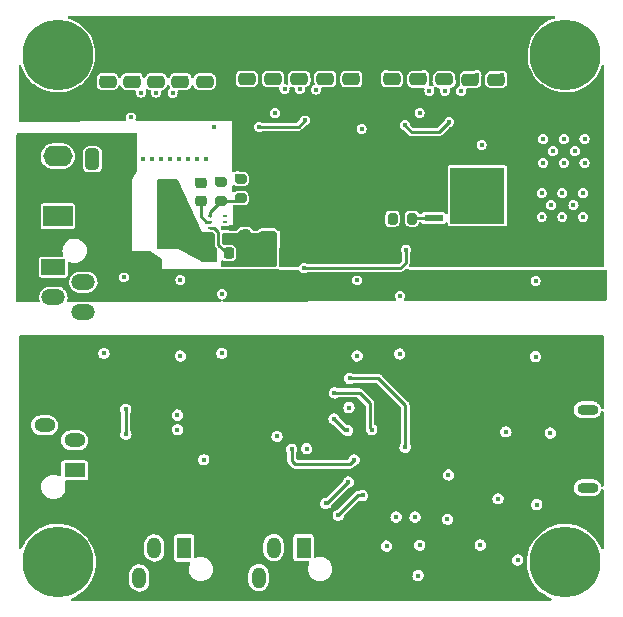
<source format=gbr>
%TF.GenerationSoftware,KiCad,Pcbnew,(6.0.7)*%
%TF.CreationDate,2022-10-31T13:10:49+02:00*%
%TF.ProjectId,DeltaX_SAGA,44656c74-6158-45f5-9341-47412e6b6963,rev?*%
%TF.SameCoordinates,Original*%
%TF.FileFunction,Copper,L4,Bot*%
%TF.FilePolarity,Positive*%
%FSLAX46Y46*%
G04 Gerber Fmt 4.6, Leading zero omitted, Abs format (unit mm)*
G04 Created by KiCad (PCBNEW (6.0.7)) date 2022-10-31 13:10:49*
%MOMM*%
%LPD*%
G01*
G04 APERTURE LIST*
G04 Aperture macros list*
%AMRoundRect*
0 Rectangle with rounded corners*
0 $1 Rounding radius*
0 $2 $3 $4 $5 $6 $7 $8 $9 X,Y pos of 4 corners*
0 Add a 4 corners polygon primitive as box body*
4,1,4,$2,$3,$4,$5,$6,$7,$8,$9,$2,$3,0*
0 Add four circle primitives for the rounded corners*
1,1,$1+$1,$2,$3*
1,1,$1+$1,$4,$5*
1,1,$1+$1,$6,$7*
1,1,$1+$1,$8,$9*
0 Add four rect primitives between the rounded corners*
20,1,$1+$1,$2,$3,$4,$5,0*
20,1,$1+$1,$4,$5,$6,$7,0*
20,1,$1+$1,$6,$7,$8,$9,0*
20,1,$1+$1,$8,$9,$2,$3,0*%
G04 Aperture macros list end*
%TA.AperFunction,ComponentPad*%
%ADD10R,1.800000X1.200000*%
%TD*%
%TA.AperFunction,ComponentPad*%
%ADD11O,1.800000X1.200000*%
%TD*%
%TA.AperFunction,ComponentPad*%
%ADD12R,2.000000X1.358000*%
%TD*%
%TA.AperFunction,ComponentPad*%
%ADD13O,2.000000X1.358000*%
%TD*%
%TA.AperFunction,ComponentPad*%
%ADD14R,2.500000X1.750000*%
%TD*%
%TA.AperFunction,ComponentPad*%
%ADD15O,2.500000X1.750000*%
%TD*%
%TA.AperFunction,ComponentPad*%
%ADD16R,1.200000X1.800000*%
%TD*%
%TA.AperFunction,ComponentPad*%
%ADD17O,1.200000X1.800000*%
%TD*%
%TA.AperFunction,ComponentPad*%
%ADD18O,1.800000X0.900000*%
%TD*%
%TA.AperFunction,SMDPad,CuDef*%
%ADD19R,0.400000X0.200000*%
%TD*%
%TA.AperFunction,SMDPad,CuDef*%
%ADD20RoundRect,0.250000X0.475000X-0.250000X0.475000X0.250000X-0.475000X0.250000X-0.475000X-0.250000X0*%
%TD*%
%TA.AperFunction,SMDPad,CuDef*%
%ADD21RoundRect,0.250000X-0.325000X-0.650000X0.325000X-0.650000X0.325000X0.650000X-0.325000X0.650000X0*%
%TD*%
%TA.AperFunction,SMDPad,CuDef*%
%ADD22RoundRect,0.200000X-0.275000X0.200000X-0.275000X-0.200000X0.275000X-0.200000X0.275000X0.200000X0*%
%TD*%
%TA.AperFunction,SMDPad,CuDef*%
%ADD23RoundRect,0.225000X0.225000X0.250000X-0.225000X0.250000X-0.225000X-0.250000X0.225000X-0.250000X0*%
%TD*%
%TA.AperFunction,SMDPad,CuDef*%
%ADD24RoundRect,0.250000X-0.475000X0.250000X-0.475000X-0.250000X0.475000X-0.250000X0.475000X0.250000X0*%
%TD*%
%TA.AperFunction,SMDPad,CuDef*%
%ADD25RoundRect,0.200000X0.200000X0.275000X-0.200000X0.275000X-0.200000X-0.275000X0.200000X-0.275000X0*%
%TD*%
%TA.AperFunction,SMDPad,CuDef*%
%ADD26R,1.620000X0.600000*%
%TD*%
%TA.AperFunction,SMDPad,CuDef*%
%ADD27R,4.580000X4.800000*%
%TD*%
%TA.AperFunction,SMDPad,CuDef*%
%ADD28RoundRect,0.225000X0.250000X-0.225000X0.250000X0.225000X-0.250000X0.225000X-0.250000X-0.225000X0*%
%TD*%
%TA.AperFunction,SMDPad,CuDef*%
%ADD29R,1.650000X5.800000*%
%TD*%
%TA.AperFunction,SMDPad,CuDef*%
%ADD30RoundRect,0.225000X-0.250000X0.225000X-0.250000X-0.225000X0.250000X-0.225000X0.250000X0.225000X0*%
%TD*%
%TA.AperFunction,ViaPad*%
%ADD31C,6.000000*%
%TD*%
%TA.AperFunction,ViaPad*%
%ADD32C,0.450000*%
%TD*%
%TA.AperFunction,Conductor*%
%ADD33C,0.250000*%
%TD*%
%TA.AperFunction,Conductor*%
%ADD34C,0.254000*%
%TD*%
G04 APERTURE END LIST*
D10*
%TO.P,J8,1,Pin_1*%
%TO.N,GND*%
X123443700Y-123206900D03*
D11*
%TO.P,J8,2,Pin_2*%
%TO.N,+3.3V*%
X120903700Y-121936900D03*
%TO.P,J8,3,Pin_3*%
%TO.N,/Motor1_ENCA*%
X123443700Y-120666900D03*
%TO.P,J8,4,Pin_4*%
%TO.N,/Motor1_ENCB*%
X120903700Y-119396900D03*
%TD*%
D12*
%TO.P,J6,1,Pin_1*%
%TO.N,GND2*%
X121650300Y-106001700D03*
D13*
%TO.P,J6,2,Pin_2*%
%TO.N,/Thrower_PWM_Isolated*%
X124190300Y-107271700D03*
%TO.P,J6,3,Pin_3*%
%TO.N,unconnected-(J6-Pad3)*%
X121650300Y-108541700D03*
%TO.P,J6,4,Pin_4*%
%TO.N,unconnected-(J6-Pad4)*%
X124190300Y-109811700D03*
%TD*%
D14*
%TO.P,J3,1,Pin_1*%
%TO.N,/Servo_PWM_Isolated*%
X122038800Y-101684200D03*
D15*
%TO.P,J3,2,Pin_2*%
%TO.N,+5VD*%
X122038800Y-99144200D03*
%TO.P,J3,3,Pin_3*%
%TO.N,GND2*%
X122038800Y-96604200D03*
%TD*%
D16*
%TO.P,J10,1,Pin_1*%
%TO.N,GND*%
X142830500Y-129746900D03*
D17*
%TO.P,J10,2,Pin_2*%
%TO.N,+3.3V*%
X141560500Y-132286900D03*
%TO.P,J10,3,Pin_3*%
%TO.N,/Motor2_ENCA*%
X140290500Y-129746900D03*
%TO.P,J10,4,Pin_4*%
%TO.N,/Motor2_ENCB*%
X139020500Y-132286900D03*
%TD*%
D18*
%TO.P,J1,*%
%TO.N,*%
X166874400Y-118068200D03*
X166874400Y-124668200D03*
%TD*%
D16*
%TO.P,J9,1,Pin_1*%
%TO.N,GND*%
X132736800Y-129775600D03*
D17*
%TO.P,J9,2,Pin_2*%
%TO.N,+3.3V*%
X131466800Y-132315600D03*
%TO.P,J9,3,Pin_3*%
%TO.N,/Motor3_ENCA*%
X130196800Y-129775600D03*
%TO.P,J9,4,Pin_4*%
%TO.N,/Motor3_ENCB*%
X128926800Y-132315600D03*
%TD*%
D19*
%TO.P,U5,1,RT*%
%TO.N,unconnected-(U5-Pad1)*%
X136216600Y-101683200D03*
%TO.P,U5,2,EN*%
%TO.N,unconnected-(U5-Pad2)*%
X136216600Y-102183200D03*
%TO.P,U5,3,VIN*%
%TO.N,/VM*%
X136216600Y-102683200D03*
%TO.P,U5,4,GND*%
%TO.N,GND2*%
X136216600Y-103183200D03*
%TO.P,U5,5,SW*%
%TO.N,/SW*%
X134916600Y-103183200D03*
%TO.P,U5,6,BST*%
%TO.N,Net-(C26-Pad1)*%
X134916600Y-102683200D03*
%TO.P,U5,7,SS*%
%TO.N,Net-(C25-Pad1)*%
X134916600Y-102183200D03*
%TO.P,U5,8,FB*%
%TO.N,/FB*%
X134916600Y-101683200D03*
%TD*%
D20*
%TO.P,C38,1*%
%TO.N,/VM*%
X126234400Y-92183600D03*
%TO.P,C38,2*%
%TO.N,GND2*%
X126234400Y-90283600D03*
%TD*%
D21*
%TO.P,C27,1*%
%TO.N,GND2*%
X124962600Y-96882600D03*
%TO.P,C27,2*%
%TO.N,+5VD*%
X127912600Y-96882600D03*
%TD*%
D20*
%TO.P,C31,1*%
%TO.N,/VM*%
X144674800Y-91955000D03*
%TO.P,C31,2*%
%TO.N,GND2*%
X144674800Y-90055000D03*
%TD*%
D22*
%TO.P,R1,1*%
%TO.N,+5VD*%
X135818800Y-98759200D03*
%TO.P,R1,2*%
%TO.N,/FB*%
X135818800Y-100409200D03*
%TD*%
D20*
%TO.P,C22,1*%
%TO.N,/VM*%
X146884600Y-91980400D03*
%TO.P,C22,2*%
%TO.N,GND2*%
X146884600Y-90080400D03*
%TD*%
D23*
%TO.P,C26,1*%
%TO.N,Net-(C26-Pad1)*%
X136483600Y-104807400D03*
%TO.P,C26,2*%
%TO.N,/SW*%
X134933600Y-104807400D03*
%TD*%
D20*
%TO.P,C20,1*%
%TO.N,/VM*%
X132406600Y-92183600D03*
%TO.P,C20,2*%
%TO.N,GND2*%
X132406600Y-90283600D03*
%TD*%
D24*
%TO.P,C23,1*%
%TO.N,/VM*%
X139798000Y-101520600D03*
%TO.P,C23,2*%
%TO.N,GND2*%
X139798000Y-103420600D03*
%TD*%
D20*
%TO.P,C32,1*%
%TO.N,/VM*%
X128291800Y-92183600D03*
%TO.P,C32,2*%
%TO.N,GND2*%
X128291800Y-90283600D03*
%TD*%
D25*
%TO.P,R3,1*%
%TO.N,Net-(Q1-Pad4)*%
X152013800Y-101884200D03*
%TO.P,R3,2*%
%TO.N,GND2*%
X150363800Y-101884200D03*
%TD*%
D20*
%TO.P,C17,1*%
%TO.N,/VM*%
X138020000Y-91955000D03*
%TO.P,C17,2*%
%TO.N,GND2*%
X138020000Y-90055000D03*
%TD*%
%TO.P,C14,1*%
%TO.N,/VM*%
X154754600Y-92003800D03*
%TO.P,C14,2*%
%TO.N,GND2*%
X154754600Y-90103800D03*
%TD*%
%TO.P,C29,1*%
%TO.N,/VM*%
X130349200Y-92183600D03*
%TO.P,C29,2*%
%TO.N,GND2*%
X130349200Y-90283600D03*
%TD*%
D26*
%TO.P,Q1,1,S*%
%TO.N,/VM*%
X153845200Y-98047650D03*
%TO.P,Q1,2*%
X153845200Y-99317650D03*
%TO.P,Q1,3*%
X153845200Y-100587650D03*
%TO.P,Q1,4,G*%
%TO.N,Net-(Q1-Pad4)*%
X153845200Y-101857650D03*
D27*
%TO.P,Q1,5,D*%
%TO.N,/V+*%
X157555200Y-99952650D03*
%TD*%
D22*
%TO.P,R2,1*%
%TO.N,GND2*%
X137498800Y-98519200D03*
%TO.P,R2,2*%
%TO.N,/FB*%
X137498800Y-100169200D03*
%TD*%
D20*
%TO.P,C36,1*%
%TO.N,/VM*%
X150309600Y-91973400D03*
%TO.P,C36,2*%
%TO.N,GND2*%
X150309600Y-90073400D03*
%TD*%
%TO.P,C30,1*%
%TO.N,/VM*%
X156964400Y-92014000D03*
%TO.P,C30,2*%
%TO.N,GND2*%
X156964400Y-90114000D03*
%TD*%
D28*
%TO.P,C25,1*%
%TO.N,Net-(C25-Pad1)*%
X134118800Y-100429200D03*
%TO.P,C25,2*%
%TO.N,GND2*%
X134118800Y-98879200D03*
%TD*%
D29*
%TO.P,L1,1,1*%
%TO.N,/SW*%
X131312600Y-101532600D03*
%TO.P,L1,2,2*%
%TO.N,+5VD*%
X127274000Y-101507200D03*
%TD*%
D30*
%TO.P,C24,1*%
%TO.N,/VM*%
X137867600Y-101695600D03*
%TO.P,C24,2*%
%TO.N,GND2*%
X137867600Y-103245600D03*
%TD*%
D20*
%TO.P,C35,1*%
%TO.N,/VM*%
X134464000Y-92183600D03*
%TO.P,C35,2*%
%TO.N,GND2*%
X134464000Y-90283600D03*
%TD*%
%TO.P,C34,1*%
%TO.N,/VM*%
X140255200Y-91955000D03*
%TO.P,C34,2*%
%TO.N,GND2*%
X140255200Y-90055000D03*
%TD*%
%TO.P,C33,1*%
%TO.N,/VM*%
X159148800Y-92024200D03*
%TO.P,C33,2*%
%TO.N,GND2*%
X159148800Y-90124200D03*
%TD*%
%TO.P,C21,1*%
%TO.N,/VM*%
X152544800Y-92003800D03*
%TO.P,C21,2*%
%TO.N,GND2*%
X152544800Y-90103800D03*
%TD*%
%TO.P,C37,1*%
%TO.N,/VM*%
X142465000Y-91955000D03*
%TO.P,C37,2*%
%TO.N,GND2*%
X142465000Y-90055000D03*
%TD*%
D31*
%TO.N,*%
X165000000Y-88000000D03*
X122000000Y-131000000D03*
X165000000Y-131000000D03*
X122000000Y-88000000D03*
D32*
%TO.N,/SWDIO*%
X141830000Y-121419000D03*
X147113200Y-122333400D03*
%TO.N,/V+*%
X155805200Y-100633400D03*
X159234200Y-99211000D03*
X157380000Y-101954200D03*
X155779800Y-101954200D03*
X155805200Y-99211000D03*
X159234200Y-100633400D03*
X159208800Y-101954200D03*
X157405400Y-99211000D03*
X157405400Y-100633400D03*
X159234200Y-97915600D03*
X155805200Y-97915600D03*
X157405400Y-97915600D03*
%TO.N,GND2*%
X129053800Y-91218400D03*
X132298200Y-96834200D03*
X150999400Y-108414200D03*
X166496000Y-99736200D03*
X140737800Y-89796000D03*
X138528000Y-104604200D03*
X163115200Y-95155400D03*
X140229800Y-104604200D03*
X147367200Y-107118800D03*
X131746200Y-91243800D03*
X132914600Y-89999200D03*
X153031400Y-89745200D03*
X156181000Y-91091400D03*
X159635400Y-89770600D03*
X135226000Y-94164800D03*
X152658800Y-92944200D03*
X165683200Y-100752200D03*
X129986800Y-96834200D03*
X166620400Y-97162000D03*
X133838800Y-98604200D03*
X143912800Y-90964400D03*
X130882600Y-90405600D03*
X138528000Y-105442400D03*
X137715200Y-105213800D03*
X155317400Y-90253200D03*
X129250200Y-96834200D03*
X162480200Y-107144200D03*
X139391600Y-105442400D03*
X137228800Y-98304200D03*
X162990800Y-99736200D03*
X143049200Y-90126200D03*
X125751800Y-90024600D03*
X133822200Y-96834200D03*
X157476400Y-89745200D03*
X134946600Y-89999200D03*
X144192200Y-89796000D03*
X162990800Y-101742800D03*
X131510800Y-96834200D03*
X142515800Y-90939000D03*
X130349200Y-91218400D03*
X166496000Y-101742800D03*
X137512000Y-89796000D03*
X135937200Y-108261800D03*
X132406600Y-107093400D03*
X140418800Y-92974200D03*
X125269200Y-97543000D03*
X147367200Y-89770600D03*
X147748200Y-94291800D03*
X164867800Y-95155400D03*
X137715200Y-104375600D03*
X166620400Y-95155400D03*
X163115200Y-97162000D03*
X157908200Y-95638000D03*
X164743400Y-101742800D03*
X130774200Y-96834200D03*
X150148800Y-102154200D03*
X164867800Y-97162000D03*
X140229800Y-105442400D03*
X139391600Y-104604200D03*
X154784000Y-91066000D03*
X124659600Y-96247600D03*
X163928000Y-96171400D03*
X153488600Y-91066000D03*
X163803600Y-100752200D03*
X133034800Y-96834200D03*
X128204024Y-93324846D03*
X165807600Y-96171400D03*
X154174400Y-90253200D03*
X134558800Y-96834200D03*
X141906200Y-90126200D03*
X149831000Y-89719800D03*
X128774400Y-89948400D03*
X127606000Y-106864800D03*
X141220400Y-90939000D03*
X129739600Y-90405600D03*
X164743400Y-99736200D03*
X140280600Y-103715200D03*
%TO.N,/Thrower_PWM*%
X127788800Y-120149000D03*
X127783800Y-118040800D03*
%TO.N,/Servo_PWM*%
X145436800Y-116643800D03*
X148611800Y-119768000D03*
%TO.N,/Motor3_ENCB*%
X144725600Y-125991000D03*
X146630600Y-124187600D03*
%TO.N,/Motor3_ENCA*%
X145767000Y-127007000D03*
X147824400Y-125330600D03*
%TO.N,/nSLEEP*%
X151431200Y-121257300D03*
X146757600Y-115424600D03*
%TO.N,/nSLEEP_Isolated*%
X139086800Y-94114000D03*
X155178800Y-93694200D03*
X151398800Y-93974200D03*
X142947600Y-93580600D03*
X142868800Y-106084200D03*
X151488800Y-104514200D03*
%TO.N,/SWCLK*%
X146529000Y-119818800D03*
X145411400Y-118853600D03*
%TO.N,GND*%
X132152600Y-119768000D03*
X134387800Y-122308000D03*
X132152600Y-118523400D03*
X155012600Y-127351703D03*
X150974000Y-113341800D03*
X146681400Y-117888400D03*
X143100000Y-121368200D03*
X152675800Y-129536103D03*
X149856400Y-129612303D03*
X147367200Y-113519600D03*
X160968800Y-130794200D03*
X159301000Y-125616800D03*
X132406600Y-113519600D03*
X163724800Y-120047400D03*
X135911800Y-113291000D03*
X150669200Y-127159400D03*
X140585400Y-120326800D03*
X159965600Y-119945800D03*
X152528800Y-132114200D03*
X157791503Y-129525400D03*
X162480200Y-113570400D03*
X155088800Y-123588897D03*
X125929600Y-113291000D03*
X152269400Y-127159400D03*
X162577600Y-126099400D03*
%TO.N,+5VD*%
X152802800Y-107880800D03*
X137689800Y-107830000D03*
X127770800Y-107817600D03*
X128266400Y-97543000D03*
X135508800Y-98494200D03*
%TO.N,/VM*%
X141158800Y-92394200D03*
X153418800Y-92504200D03*
X154809400Y-92479999D03*
X144038800Y-92394200D03*
X142558800Y-92384200D03*
X130298400Y-92712799D03*
X128888800Y-92674200D03*
X156338800Y-92494200D03*
X131788800Y-92704200D03*
%TO.N,+3.3V*%
X154384300Y-126378700D03*
X144172800Y-119635000D03*
X152752000Y-112833800D03*
X132178000Y-117253400D03*
X137740600Y-112783000D03*
X127834600Y-112757600D03*
X151278700Y-133077700D03*
X155520600Y-125635400D03*
X160250900Y-128602100D03*
X156908800Y-129604200D03*
%TD*%
D33*
%TO.N,/SWDIO*%
X141830000Y-122384200D02*
X142134800Y-122689000D01*
X142134800Y-122689000D02*
X146757600Y-122689000D01*
X141830000Y-121419000D02*
X141830000Y-122384200D01*
X146757600Y-122689000D02*
X147113200Y-122333400D01*
%TO.N,GND2*%
X159152800Y-90039800D02*
X159366200Y-90039800D01*
X134113800Y-98879200D02*
X133838800Y-98604200D01*
X159366200Y-90039800D02*
X159635400Y-89770600D01*
X137443800Y-98519200D02*
X137228800Y-98304200D01*
X137498800Y-98519200D02*
X137443800Y-98519200D01*
X134118800Y-98879200D02*
X134113800Y-98879200D01*
X159152800Y-90039800D02*
X159218800Y-90039800D01*
X137867600Y-103245600D02*
X137867600Y-104223200D01*
X137867600Y-104223200D02*
X137715200Y-104375600D01*
%TO.N,/Thrower_PWM*%
X127788800Y-118045800D02*
X127783800Y-118040800D01*
X127788800Y-120149000D02*
X127788800Y-118045800D01*
%TO.N,/Servo_PWM*%
X148459400Y-119615600D02*
X148611800Y-119768000D01*
X147570400Y-116643800D02*
X148459400Y-117532800D01*
X148459400Y-117532800D02*
X148459400Y-119615600D01*
X145436800Y-116643800D02*
X147570400Y-116643800D01*
%TO.N,/Motor3_ENCB*%
X144725600Y-125991000D02*
X144827200Y-125991000D01*
X144827200Y-125991000D02*
X146630600Y-124187600D01*
%TO.N,/Motor3_ENCA*%
X147443400Y-125330600D02*
X145767000Y-127007000D01*
X147824400Y-125330600D02*
X147443400Y-125330600D01*
%TO.N,/nSLEEP*%
X149170600Y-115424600D02*
X151431200Y-117685200D01*
X151431200Y-117685200D02*
X151431200Y-121257300D01*
X146757600Y-115424600D02*
X149170600Y-115424600D01*
%TO.N,/nSLEEP_Isolated*%
X151398800Y-93994200D02*
X151398800Y-93974200D01*
X151988800Y-94584200D02*
X151538800Y-94134200D01*
X154961800Y-93885400D02*
X154987600Y-93885400D01*
X151488800Y-104514200D02*
X151488800Y-105634200D01*
X139086800Y-94114000D02*
X142414200Y-94114000D01*
X154961800Y-93885400D02*
X154961800Y-93891200D01*
X151038800Y-106084200D02*
X142868800Y-106084200D01*
X154268800Y-94584200D02*
X152288800Y-94584200D01*
X154688800Y-94164200D02*
X154268800Y-94584200D01*
X151488800Y-105634200D02*
X151038800Y-106084200D01*
X154987600Y-93885400D02*
X155178800Y-93694200D01*
X154961800Y-93891200D02*
X154688800Y-94164200D01*
X142414200Y-94114000D02*
X142947600Y-93580600D01*
X152288800Y-94584200D02*
X151988800Y-94584200D01*
X151538800Y-94134200D02*
X151398800Y-93994200D01*
%TO.N,/SWCLK*%
X146376600Y-119818800D02*
X145411400Y-118853600D01*
X146529000Y-119818800D02*
X146376600Y-119818800D01*
%TO.N,Net-(C26-Pad1)*%
X135286200Y-102683200D02*
X135625200Y-103022200D01*
X135625200Y-104114400D02*
X136318200Y-104807400D01*
X136318200Y-104807400D02*
X136483600Y-104807400D01*
X135625200Y-103022200D02*
X135625200Y-104114400D01*
X134916600Y-102683200D02*
X135286200Y-102683200D01*
%TO.N,Net-(C25-Pad1)*%
X134916600Y-102183200D02*
X134608400Y-102183200D01*
X134118800Y-101693600D02*
X134608400Y-102183200D01*
X134118800Y-100429200D02*
X134118800Y-101693600D01*
%TO.N,+5VD*%
X127912600Y-96882600D02*
X127912600Y-97189200D01*
X127912600Y-97189200D02*
X128266400Y-97543000D01*
X135818800Y-98759200D02*
X135773800Y-98759200D01*
X135773800Y-98759200D02*
X135508800Y-98494200D01*
%TO.N,/FB*%
X134916600Y-101311400D02*
X135818800Y-100409200D01*
X134916600Y-101683200D02*
X134916600Y-101311400D01*
X135818800Y-100409200D02*
X137258800Y-100409200D01*
X137258800Y-100409200D02*
X137498800Y-100169200D01*
%TO.N,Net-(Q1-Pad4)*%
X153845200Y-101857650D02*
X152040350Y-101857650D01*
X152040350Y-101857650D02*
X152013800Y-101884200D01*
%TO.N,/SW*%
X134933600Y-104807400D02*
X134933600Y-104795000D01*
D34*
X135073600Y-104667400D02*
X134933600Y-104807400D01*
D33*
X134933600Y-104795000D02*
X135175200Y-104553400D01*
%TD*%
%TA.AperFunction,Conductor*%
%TO.N,GND2*%
G36*
X138144707Y-102802151D02*
G01*
X138166719Y-102805637D01*
X138204214Y-102817820D01*
X138230748Y-102831340D01*
X138262639Y-102854511D01*
X138283689Y-102875561D01*
X138306861Y-102907454D01*
X138330750Y-102954340D01*
X138330756Y-102954350D01*
X138332630Y-102958028D01*
X138363125Y-103002361D01*
X138406935Y-103050939D01*
X138408033Y-103052041D01*
X138411397Y-103055417D01*
X138421346Y-103065403D01*
X138428878Y-103069648D01*
X138428880Y-103069649D01*
X138446532Y-103079596D01*
X138501022Y-103110303D01*
X138569077Y-103130520D01*
X138613682Y-103137077D01*
X138622488Y-103138372D01*
X138622489Y-103138372D01*
X138626944Y-103139027D01*
X138836693Y-103139694D01*
X138837636Y-103139697D01*
X138838489Y-103139698D01*
X138839519Y-103139697D01*
X138840084Y-103139695D01*
X138840103Y-103139695D01*
X138840347Y-103139694D01*
X138875727Y-103139517D01*
X138912342Y-103136043D01*
X138915112Y-103135527D01*
X138915118Y-103135526D01*
X138949289Y-103129159D01*
X138949292Y-103129158D01*
X138956500Y-103127815D01*
X139009047Y-103104562D01*
X139036359Y-103092476D01*
X139036361Y-103092475D01*
X139043061Y-103089510D01*
X139099622Y-103046600D01*
X139102774Y-103043407D01*
X139102780Y-103043402D01*
X139124138Y-103021767D01*
X139140717Y-103004974D01*
X139141672Y-103003681D01*
X139161240Y-102985461D01*
X139191820Y-102962875D01*
X139224929Y-102945345D01*
X139260888Y-102932717D01*
X139302635Y-102925600D01*
X140293365Y-102925600D01*
X140335112Y-102932717D01*
X140371071Y-102945345D01*
X140404182Y-102962876D01*
X140437567Y-102987535D01*
X140456742Y-103005021D01*
X140473614Y-103023939D01*
X140507377Y-103055417D01*
X140509724Y-103056747D01*
X140551626Y-103111613D01*
X140560000Y-103156780D01*
X140560000Y-105855048D01*
X140539998Y-105923169D01*
X140486342Y-105969662D01*
X140433905Y-105981047D01*
X137744388Y-105978928D01*
X135961501Y-105977522D01*
X135893396Y-105957466D01*
X135846945Y-105903774D01*
X135835600Y-105851522D01*
X135835600Y-105525034D01*
X135855602Y-105456913D01*
X135909258Y-105410420D01*
X135979532Y-105400316D01*
X136018801Y-105412766D01*
X136125474Y-105467119D01*
X136135263Y-105468669D01*
X136135265Y-105468670D01*
X136164749Y-105473340D01*
X136225112Y-105482900D01*
X136742088Y-105482900D01*
X136802451Y-105473340D01*
X136831935Y-105468670D01*
X136831937Y-105468669D01*
X136841726Y-105467119D01*
X136961820Y-105405928D01*
X137057128Y-105310620D01*
X137118319Y-105190526D01*
X137134100Y-105090888D01*
X137134100Y-104523912D01*
X137123831Y-104459078D01*
X137119870Y-104434065D01*
X137119869Y-104434063D01*
X137118319Y-104424274D01*
X137057128Y-104304180D01*
X136961820Y-104208872D01*
X136841726Y-104147681D01*
X136831937Y-104146131D01*
X136831935Y-104146130D01*
X136799146Y-104140937D01*
X136742088Y-104131900D01*
X136225112Y-104131900D01*
X136220226Y-104132674D01*
X136220224Y-104132674D01*
X136211655Y-104134031D01*
X136183127Y-104138550D01*
X136112718Y-104129451D01*
X136074322Y-104103196D01*
X135987605Y-104016479D01*
X135953579Y-103954167D01*
X135950700Y-103927384D01*
X135950700Y-103214200D01*
X135970702Y-103146079D01*
X136024358Y-103099586D01*
X136076700Y-103088200D01*
X136393439Y-103088200D01*
X136444879Y-103099751D01*
X136444953Y-103099560D01*
X136446239Y-103100056D01*
X136447308Y-103100296D01*
X136449284Y-103101231D01*
X136449296Y-103101236D01*
X136453481Y-103103215D01*
X136457915Y-103104560D01*
X136457920Y-103104562D01*
X136519046Y-103123105D01*
X136519050Y-103123106D01*
X136523484Y-103124451D01*
X136528066Y-103125131D01*
X136528072Y-103125132D01*
X136578553Y-103132620D01*
X136578558Y-103132620D01*
X136583140Y-103133300D01*
X136825860Y-103133300D01*
X136826261Y-103133301D01*
X137104420Y-103134186D01*
X137104425Y-103134186D01*
X137108606Y-103134199D01*
X137136813Y-103130520D01*
X137158451Y-103127698D01*
X137158456Y-103127697D01*
X137162604Y-103127156D01*
X137166645Y-103126070D01*
X137166649Y-103126069D01*
X137224979Y-103110390D01*
X137224978Y-103110390D01*
X137226523Y-103109975D01*
X137228028Y-103109486D01*
X137228043Y-103109482D01*
X137238288Y-103106156D01*
X137238289Y-103106156D01*
X137246562Y-103103470D01*
X137266504Y-103090131D01*
X137316698Y-103056555D01*
X137316699Y-103056555D01*
X137322579Y-103052621D01*
X137327433Y-103047482D01*
X137327436Y-103047479D01*
X137368237Y-103004278D01*
X137368239Y-103004276D01*
X137371327Y-103001006D01*
X137375052Y-102995723D01*
X137402435Y-102956880D01*
X137405028Y-102953202D01*
X137406260Y-102950785D01*
X137450664Y-102907163D01*
X137605440Y-102817556D01*
X137668570Y-102800600D01*
X138124998Y-102800600D01*
X138144707Y-102802151D01*
G37*
%TD.AperFunction*%
%TD*%
%TA.AperFunction,Conductor*%
%TO.N,/SW*%
G36*
X132190388Y-98579002D02*
G01*
X132236973Y-98632861D01*
X134235400Y-103029400D01*
X135119883Y-103029400D01*
X135188004Y-103049402D01*
X135208977Y-103066303D01*
X135241781Y-103099108D01*
X135262796Y-103120123D01*
X135296821Y-103182436D01*
X135299700Y-103209218D01*
X135299700Y-104094690D01*
X135299220Y-104105672D01*
X135295936Y-104143207D01*
X135298790Y-104153856D01*
X135305691Y-104179610D01*
X135308070Y-104190342D01*
X135314612Y-104227445D01*
X135320123Y-104236990D01*
X135321315Y-104240266D01*
X135322792Y-104243434D01*
X135325646Y-104254084D01*
X135331970Y-104263115D01*
X135347255Y-104284944D01*
X135353161Y-104294215D01*
X135366493Y-104317306D01*
X135372006Y-104326855D01*
X135380451Y-104333941D01*
X135400882Y-104351085D01*
X135408985Y-104358511D01*
X135468495Y-104418021D01*
X135502521Y-104480333D01*
X135505400Y-104507116D01*
X135505400Y-105418000D01*
X135485398Y-105486121D01*
X135431742Y-105532614D01*
X135379400Y-105544000D01*
X134265807Y-105544000D01*
X134208340Y-105530132D01*
X133989546Y-105418000D01*
X132203400Y-104502600D01*
X130551400Y-104502600D01*
X130483279Y-104482598D01*
X130436786Y-104428942D01*
X130425400Y-104376600D01*
X130425400Y-98685000D01*
X130445402Y-98616879D01*
X130499058Y-98570386D01*
X130551400Y-98559000D01*
X132122267Y-98559000D01*
X132190388Y-98579002D01*
G37*
%TD.AperFunction*%
%TD*%
%TA.AperFunction,Conductor*%
%TO.N,+3.3V*%
G36*
X168191621Y-111761602D02*
G01*
X168238114Y-111815258D01*
X168249500Y-111867600D01*
X168249500Y-117856103D01*
X168229498Y-117924224D01*
X168175842Y-117970717D01*
X168105568Y-117980821D01*
X168040988Y-117951327D01*
X168000982Y-117885518D01*
X167987561Y-117829617D01*
X167985788Y-117822232D01*
X167969232Y-117790154D01*
X167911508Y-117678317D01*
X167911508Y-117678316D01*
X167908025Y-117671569D01*
X167902713Y-117665479D01*
X167827996Y-117579830D01*
X167796569Y-117543804D01*
X167679229Y-117461336D01*
X167664070Y-117450682D01*
X167664068Y-117450681D01*
X167657853Y-117446313D01*
X167499887Y-117384724D01*
X167492354Y-117383732D01*
X167492353Y-117383732D01*
X167374661Y-117368238D01*
X167374660Y-117368238D01*
X167370574Y-117367700D01*
X166381884Y-117367700D01*
X166256080Y-117382924D01*
X166097477Y-117442855D01*
X166091219Y-117447156D01*
X165971707Y-117529295D01*
X165957749Y-117538888D01*
X165952697Y-117544558D01*
X165952696Y-117544559D01*
X165850012Y-117659808D01*
X165850010Y-117659812D01*
X165844960Y-117665479D01*
X165841408Y-117672188D01*
X165841407Y-117672189D01*
X165832857Y-117688337D01*
X165765624Y-117815319D01*
X165724319Y-117979759D01*
X165724279Y-117987357D01*
X165724279Y-117987359D01*
X165723947Y-118050860D01*
X165723431Y-118149305D01*
X165725205Y-118156692D01*
X165725205Y-118156696D01*
X165747965Y-118251496D01*
X165763012Y-118314168D01*
X165766493Y-118320912D01*
X165766494Y-118320915D01*
X165837292Y-118458083D01*
X165840775Y-118464831D01*
X165845767Y-118470553D01*
X165845768Y-118470555D01*
X165864123Y-118491596D01*
X165952231Y-118592596D01*
X165958445Y-118596963D01*
X166084730Y-118685718D01*
X166084732Y-118685719D01*
X166090947Y-118690087D01*
X166248913Y-118751676D01*
X166256446Y-118752668D01*
X166256447Y-118752668D01*
X166374139Y-118768162D01*
X166378226Y-118768700D01*
X167366916Y-118768700D01*
X167492720Y-118753476D01*
X167584564Y-118718771D01*
X167644220Y-118696229D01*
X167651323Y-118693545D01*
X167674618Y-118677535D01*
X167784792Y-118601814D01*
X167784793Y-118601813D01*
X167791051Y-118597512D01*
X167821338Y-118563519D01*
X167898788Y-118476592D01*
X167898790Y-118476588D01*
X167903840Y-118470921D01*
X167910638Y-118458083D01*
X167952810Y-118378432D01*
X167983176Y-118321081D01*
X168001296Y-118248943D01*
X168037291Y-118187748D01*
X168100657Y-118155727D01*
X168171275Y-118163048D01*
X168226725Y-118207385D01*
X168249500Y-118279639D01*
X168249500Y-124456103D01*
X168229498Y-124524224D01*
X168175842Y-124570717D01*
X168105568Y-124580821D01*
X168040988Y-124551327D01*
X168000982Y-124485518D01*
X167987561Y-124429617D01*
X167985788Y-124422232D01*
X167978392Y-124407901D01*
X167911508Y-124278317D01*
X167911508Y-124278316D01*
X167908025Y-124271569D01*
X167902713Y-124265479D01*
X167839014Y-124192460D01*
X167796569Y-124143804D01*
X167685300Y-124065603D01*
X167664070Y-124050682D01*
X167664068Y-124050681D01*
X167657853Y-124046313D01*
X167499887Y-123984724D01*
X167492354Y-123983732D01*
X167492353Y-123983732D01*
X167374661Y-123968238D01*
X167374660Y-123968238D01*
X167370574Y-123967700D01*
X166381884Y-123967700D01*
X166256080Y-123982924D01*
X166097477Y-124042855D01*
X165957749Y-124138888D01*
X165952697Y-124144558D01*
X165952696Y-124144559D01*
X165850012Y-124259808D01*
X165850010Y-124259812D01*
X165844960Y-124265479D01*
X165841408Y-124272188D01*
X165841407Y-124272189D01*
X165813551Y-124324801D01*
X165765624Y-124415319D01*
X165724319Y-124579759D01*
X165724279Y-124587357D01*
X165724279Y-124587359D01*
X165724182Y-124605846D01*
X165723431Y-124749305D01*
X165725205Y-124756692D01*
X165725205Y-124756696D01*
X165749316Y-124857122D01*
X165763012Y-124914168D01*
X165766493Y-124920912D01*
X165766494Y-124920915D01*
X165819026Y-125022694D01*
X165840775Y-125064831D01*
X165845767Y-125070553D01*
X165845768Y-125070555D01*
X165907095Y-125140855D01*
X165952231Y-125192596D01*
X165958445Y-125196963D01*
X166084730Y-125285718D01*
X166084732Y-125285719D01*
X166090947Y-125290087D01*
X166248913Y-125351676D01*
X166256446Y-125352668D01*
X166256447Y-125352668D01*
X166374139Y-125368162D01*
X166378226Y-125368700D01*
X167366916Y-125368700D01*
X167492720Y-125353476D01*
X167651323Y-125293545D01*
X167791051Y-125197512D01*
X167803916Y-125183073D01*
X167898788Y-125076592D01*
X167898790Y-125076588D01*
X167903840Y-125070921D01*
X167910638Y-125058083D01*
X167956956Y-124970602D01*
X167983176Y-124921081D01*
X168001296Y-124848943D01*
X168037291Y-124787748D01*
X168100657Y-124755727D01*
X168171275Y-124763048D01*
X168226725Y-124807385D01*
X168249500Y-124879639D01*
X168249500Y-129717055D01*
X168229498Y-129785176D01*
X168175842Y-129831669D01*
X168105568Y-129841773D01*
X168040988Y-129812279D01*
X168006429Y-129763643D01*
X168004326Y-129758357D01*
X167974002Y-129682157D01*
X167956324Y-129637734D01*
X167956320Y-129637726D01*
X167955064Y-129634569D01*
X167948015Y-129621256D01*
X167791909Y-129326422D01*
X167791907Y-129326419D01*
X167790314Y-129323410D01*
X167612643Y-129060990D01*
X167594835Y-129034688D01*
X167592923Y-129031864D01*
X167588798Y-129026999D01*
X167465163Y-128881214D01*
X167365200Y-128763342D01*
X167109808Y-128520984D01*
X167107101Y-128518922D01*
X167107093Y-128518915D01*
X166949051Y-128398521D01*
X166829735Y-128307626D01*
X166799913Y-128289636D01*
X166531174Y-128127522D01*
X166531168Y-128127519D01*
X166528259Y-128125764D01*
X166208904Y-127977524D01*
X166042156Y-127921083D01*
X165878635Y-127865734D01*
X165878630Y-127865733D01*
X165875408Y-127864642D01*
X165561027Y-127794945D01*
X165535001Y-127789175D01*
X165534997Y-127789174D01*
X165531671Y-127788437D01*
X165388813Y-127772666D01*
X165185096Y-127750175D01*
X165185089Y-127750175D01*
X165181714Y-127749802D01*
X165178315Y-127749796D01*
X165178314Y-127749796D01*
X165012777Y-127749507D01*
X164829632Y-127749187D01*
X164699131Y-127763134D01*
X164482927Y-127786239D01*
X164482921Y-127786240D01*
X164479543Y-127786601D01*
X164476220Y-127787325D01*
X164476217Y-127787326D01*
X164138862Y-127860881D01*
X164138860Y-127860882D01*
X164135542Y-127861605D01*
X163801654Y-127973323D01*
X163481784Y-128120447D01*
X163478850Y-128122203D01*
X163478848Y-128122204D01*
X163390052Y-128175348D01*
X163179674Y-128301256D01*
X162898858Y-128513635D01*
X162642622Y-128755099D01*
X162640410Y-128757689D01*
X162640409Y-128757690D01*
X162434910Y-128998299D01*
X162413963Y-129022825D01*
X162412035Y-129025652D01*
X162412033Y-129025654D01*
X162242109Y-129274754D01*
X162215555Y-129313680D01*
X162213948Y-129316690D01*
X162213946Y-129316693D01*
X162052433Y-129619181D01*
X162049720Y-129624262D01*
X162046786Y-129631560D01*
X161943961Y-129887346D01*
X161918397Y-129950937D01*
X161917475Y-129954217D01*
X161917474Y-129954220D01*
X161837968Y-130237076D01*
X161823124Y-130289884D01*
X161765013Y-130637138D01*
X161744746Y-130988637D01*
X161744918Y-130992032D01*
X161744918Y-130992033D01*
X161757350Y-131237442D01*
X161762559Y-131340269D01*
X161763096Y-131343624D01*
X161763097Y-131343630D01*
X161787085Y-131493394D01*
X161818243Y-131687920D01*
X161911149Y-132027524D01*
X162040187Y-132355108D01*
X162063816Y-132400115D01*
X162187901Y-132636461D01*
X162203850Y-132666840D01*
X162205751Y-132669669D01*
X162205757Y-132669679D01*
X162339548Y-132868780D01*
X162400223Y-132959073D01*
X162627007Y-133228388D01*
X162629467Y-133230739D01*
X162629470Y-133230742D01*
X162879089Y-133469283D01*
X162879096Y-133469289D01*
X162881552Y-133471636D01*
X163160878Y-133685971D01*
X163163796Y-133687745D01*
X163458803Y-133867112D01*
X163458808Y-133867115D01*
X163461718Y-133868884D01*
X163498791Y-133886250D01*
X163761684Y-134009398D01*
X163814887Y-134056408D01*
X163834229Y-134124719D01*
X163813569Y-134192643D01*
X163759466Y-134238615D01*
X163708235Y-134249500D01*
X123288293Y-134249500D01*
X123220172Y-134229498D01*
X123173679Y-134175842D01*
X123163575Y-134105568D01*
X123193069Y-134040988D01*
X123236040Y-134008846D01*
X123508156Y-133884835D01*
X123601584Y-133829362D01*
X123807950Y-133706831D01*
X123807955Y-133706828D01*
X123810895Y-133705082D01*
X123836349Y-133685971D01*
X124089718Y-133495737D01*
X124089727Y-133495730D01*
X124092450Y-133493685D01*
X124349527Y-133253116D01*
X124579120Y-132986190D01*
X124731948Y-132763824D01*
X124776612Y-132698838D01*
X124776617Y-132698831D01*
X124778542Y-132696029D01*
X124780154Y-132693035D01*
X124780159Y-132693027D01*
X124796992Y-132661764D01*
X128076300Y-132661764D01*
X128091242Y-132799309D01*
X128150183Y-132974448D01*
X128245357Y-133132844D01*
X128250048Y-133137804D01*
X128250049Y-133137806D01*
X128361299Y-133255448D01*
X128372324Y-133267107D01*
X128525160Y-133370975D01*
X128531494Y-133373508D01*
X128531497Y-133373510D01*
X128690398Y-133437066D01*
X128690403Y-133437067D01*
X128696735Y-133439600D01*
X128788489Y-133454790D01*
X128872306Y-133468666D01*
X128872310Y-133468666D01*
X128879044Y-133469781D01*
X128885861Y-133469424D01*
X128885865Y-133469424D01*
X129040911Y-133461298D01*
X129063581Y-133460110D01*
X129070154Y-133458299D01*
X129070157Y-133458299D01*
X129235154Y-133412851D01*
X129241736Y-133411038D01*
X129405198Y-133324854D01*
X129546340Y-133205580D01*
X129572431Y-133171455D01*
X129654433Y-133064201D01*
X129654436Y-133064197D01*
X129658577Y-133058780D01*
X129691220Y-132988777D01*
X129733793Y-132897480D01*
X129733794Y-132897477D01*
X129736673Y-132891303D01*
X129738158Y-132884658D01*
X129738160Y-132884653D01*
X129775857Y-132716000D01*
X129776983Y-132710963D01*
X129777300Y-132705293D01*
X129777300Y-132633064D01*
X138170000Y-132633064D01*
X138184942Y-132770609D01*
X138243883Y-132945748D01*
X138339057Y-133104144D01*
X138343748Y-133109104D01*
X138343749Y-133109106D01*
X138458776Y-133230742D01*
X138466024Y-133238407D01*
X138618860Y-133342275D01*
X138625194Y-133344808D01*
X138625197Y-133344810D01*
X138784098Y-133408366D01*
X138784103Y-133408367D01*
X138790435Y-133410900D01*
X138882189Y-133426090D01*
X138966006Y-133439966D01*
X138966010Y-133439966D01*
X138972744Y-133441081D01*
X138979561Y-133440724D01*
X138979565Y-133440724D01*
X139134611Y-133432598D01*
X139157281Y-133431410D01*
X139163854Y-133429599D01*
X139163857Y-133429599D01*
X139328854Y-133384151D01*
X139335436Y-133382338D01*
X139498898Y-133296154D01*
X139640040Y-133176880D01*
X139644188Y-133171455D01*
X139748133Y-133035501D01*
X139748136Y-133035497D01*
X139752277Y-133030080D01*
X139771537Y-132988777D01*
X139827493Y-132868780D01*
X139827494Y-132868777D01*
X139830373Y-132862603D01*
X139831858Y-132855958D01*
X139831860Y-132855953D01*
X139869557Y-132687300D01*
X139870683Y-132682263D01*
X139871000Y-132676593D01*
X139871000Y-131940736D01*
X139856058Y-131803191D01*
X139797117Y-131628052D01*
X139701943Y-131469656D01*
X139697251Y-131464694D01*
X139579665Y-131340351D01*
X139579663Y-131340349D01*
X139574976Y-131335393D01*
X139422140Y-131231525D01*
X139415806Y-131228992D01*
X139415803Y-131228990D01*
X139256902Y-131165434D01*
X139256897Y-131165433D01*
X139250565Y-131162900D01*
X139145116Y-131145443D01*
X139074994Y-131133834D01*
X139074990Y-131133834D01*
X139068256Y-131132719D01*
X139061439Y-131133076D01*
X139061435Y-131133076D01*
X138906389Y-131141202D01*
X138883719Y-131142390D01*
X138877146Y-131144201D01*
X138877143Y-131144201D01*
X138788887Y-131168511D01*
X138705564Y-131191462D01*
X138542102Y-131277646D01*
X138400960Y-131396920D01*
X138396813Y-131402344D01*
X138396812Y-131402345D01*
X138292867Y-131538299D01*
X138292864Y-131538303D01*
X138288723Y-131543720D01*
X138285841Y-131549900D01*
X138285840Y-131549902D01*
X138219948Y-131691209D01*
X138210627Y-131711197D01*
X138209142Y-131717842D01*
X138209140Y-131717847D01*
X138185095Y-131825424D01*
X138170317Y-131891537D01*
X138170000Y-131897207D01*
X138170000Y-132633064D01*
X129777300Y-132633064D01*
X129777300Y-131969436D01*
X129762358Y-131831891D01*
X129703417Y-131656752D01*
X129608243Y-131498356D01*
X129581103Y-131469656D01*
X129485965Y-131369051D01*
X129485963Y-131369049D01*
X129481276Y-131364093D01*
X129328440Y-131260225D01*
X129322106Y-131257692D01*
X129322103Y-131257690D01*
X129163202Y-131194134D01*
X129163197Y-131194133D01*
X129156865Y-131191600D01*
X129064324Y-131176280D01*
X128981294Y-131162534D01*
X128981290Y-131162534D01*
X128974556Y-131161419D01*
X128967739Y-131161776D01*
X128967735Y-131161776D01*
X128812689Y-131169902D01*
X128790019Y-131171090D01*
X128783446Y-131172901D01*
X128783443Y-131172901D01*
X128618446Y-131218349D01*
X128611864Y-131220162D01*
X128448402Y-131306346D01*
X128307260Y-131425620D01*
X128303113Y-131431044D01*
X128303112Y-131431045D01*
X128199167Y-131566999D01*
X128199164Y-131567003D01*
X128195023Y-131572420D01*
X128192141Y-131578600D01*
X128192140Y-131578602D01*
X128124117Y-131724479D01*
X128116927Y-131739897D01*
X128115442Y-131746542D01*
X128115440Y-131746547D01*
X128093719Y-131843727D01*
X128076617Y-131920237D01*
X128076300Y-131925907D01*
X128076300Y-132661764D01*
X124796992Y-132661764D01*
X124902700Y-132465443D01*
X124945460Y-132386028D01*
X125077922Y-132059814D01*
X125088058Y-132024233D01*
X125139476Y-131843727D01*
X125174378Y-131721201D01*
X125181743Y-131678113D01*
X125233129Y-131377499D01*
X125233129Y-131377497D01*
X125233701Y-131374152D01*
X125234317Y-131364093D01*
X125253225Y-131054930D01*
X125255195Y-131022726D01*
X125255274Y-131000000D01*
X125236234Y-130648433D01*
X125179336Y-130300978D01*
X125129636Y-130121764D01*
X129346300Y-130121764D01*
X129361242Y-130259309D01*
X129420183Y-130434448D01*
X129515357Y-130592844D01*
X129520048Y-130597804D01*
X129520049Y-130597806D01*
X129623294Y-130706983D01*
X129642324Y-130727107D01*
X129795160Y-130830975D01*
X129801494Y-130833508D01*
X129801497Y-130833510D01*
X129960398Y-130897066D01*
X129960403Y-130897067D01*
X129966735Y-130899600D01*
X130053640Y-130913987D01*
X130142306Y-130928666D01*
X130142310Y-130928666D01*
X130149044Y-130929781D01*
X130155861Y-130929424D01*
X130155865Y-130929424D01*
X130310911Y-130921298D01*
X130333581Y-130920110D01*
X130340154Y-130918299D01*
X130340157Y-130918299D01*
X130505154Y-130872851D01*
X130511736Y-130871038D01*
X130675198Y-130784854D01*
X130775285Y-130700274D01*
X131886300Y-130700274D01*
X131900834Y-130773340D01*
X131907728Y-130783657D01*
X131907728Y-130783658D01*
X131917605Y-130798440D01*
X131956199Y-130856201D01*
X131966514Y-130863093D01*
X132022834Y-130900724D01*
X132039060Y-130911566D01*
X132112126Y-130926100D01*
X133110759Y-130926100D01*
X133178880Y-130946102D01*
X133225373Y-130999758D01*
X133235477Y-131070032D01*
X133221595Y-131112028D01*
X133189854Y-131170733D01*
X133186855Y-131176280D01*
X133160870Y-131260225D01*
X133130000Y-131359950D01*
X133127385Y-131368397D01*
X133126741Y-131374522D01*
X133126741Y-131374523D01*
X133108958Y-131543720D01*
X133106363Y-131568406D01*
X133108230Y-131588922D01*
X133123263Y-131754103D01*
X133124590Y-131768689D01*
X133126328Y-131774595D01*
X133126329Y-131774599D01*
X133151046Y-131858580D01*
X133181372Y-131961618D01*
X133274546Y-132139843D01*
X133400563Y-132296576D01*
X133554623Y-132425848D01*
X133560015Y-132428812D01*
X133560019Y-132428815D01*
X133692035Y-132501391D01*
X133730858Y-132522734D01*
X133736725Y-132524595D01*
X133736727Y-132524596D01*
X133916685Y-132581682D01*
X133922555Y-132583544D01*
X134079068Y-132601100D01*
X134187406Y-132601100D01*
X134336951Y-132586437D01*
X134529479Y-132528310D01*
X134604330Y-132488511D01*
X134701603Y-132436790D01*
X134701605Y-132436789D01*
X134707049Y-132433894D01*
X134765739Y-132386028D01*
X134858124Y-132310681D01*
X134858127Y-132310678D01*
X134862899Y-132306786D01*
X134868069Y-132300537D01*
X134987163Y-132156577D01*
X134987165Y-132156574D01*
X134991092Y-132151827D01*
X135086745Y-131974920D01*
X135116480Y-131878862D01*
X135144393Y-131788690D01*
X135144394Y-131788687D01*
X135146215Y-131782803D01*
X135147699Y-131768689D01*
X135166593Y-131588922D01*
X135166593Y-131588921D01*
X135167237Y-131582794D01*
X135150815Y-131402345D01*
X135149569Y-131388650D01*
X135149568Y-131388647D01*
X135149010Y-131382511D01*
X135145552Y-131370759D01*
X135093967Y-131195491D01*
X135092228Y-131189582D01*
X135025964Y-131062831D01*
X135001908Y-131016816D01*
X135001908Y-131016815D01*
X134999054Y-131011357D01*
X134873037Y-130854624D01*
X134718977Y-130725352D01*
X134713585Y-130722388D01*
X134713581Y-130722385D01*
X134548137Y-130631432D01*
X134548138Y-130631432D01*
X134542742Y-130628466D01*
X134536875Y-130626605D01*
X134536873Y-130626604D01*
X134356915Y-130569518D01*
X134356914Y-130569518D01*
X134351045Y-130567656D01*
X134194532Y-130550100D01*
X134086194Y-130550100D01*
X133936649Y-130564763D01*
X133930746Y-130566545D01*
X133930747Y-130566545D01*
X133749718Y-130621200D01*
X133678723Y-130621741D01*
X133618706Y-130583813D01*
X133588723Y-130519459D01*
X133587300Y-130500578D01*
X133587300Y-130093064D01*
X139440000Y-130093064D01*
X139454942Y-130230609D01*
X139513883Y-130405748D01*
X139609057Y-130564144D01*
X139613748Y-130569104D01*
X139613749Y-130569106D01*
X139716994Y-130678283D01*
X139736024Y-130698407D01*
X139888860Y-130802275D01*
X139895194Y-130804808D01*
X139895197Y-130804810D01*
X140054098Y-130868366D01*
X140054103Y-130868367D01*
X140060435Y-130870900D01*
X140147340Y-130885287D01*
X140236006Y-130899966D01*
X140236010Y-130899966D01*
X140242744Y-130901081D01*
X140249561Y-130900724D01*
X140249565Y-130900724D01*
X140404611Y-130892598D01*
X140427281Y-130891410D01*
X140433854Y-130889599D01*
X140433857Y-130889599D01*
X140598854Y-130844151D01*
X140605436Y-130842338D01*
X140768898Y-130756154D01*
X140868985Y-130671574D01*
X141980000Y-130671574D01*
X141994534Y-130744640D01*
X142049899Y-130827501D01*
X142060214Y-130834393D01*
X142116519Y-130872014D01*
X142132760Y-130882866D01*
X142205826Y-130897400D01*
X143204459Y-130897400D01*
X143272580Y-130917402D01*
X143319073Y-130971058D01*
X143329177Y-131041332D01*
X143315295Y-131083328D01*
X143297717Y-131115839D01*
X143280555Y-131147580D01*
X143254924Y-131230382D01*
X143244499Y-131264060D01*
X143221085Y-131339697D01*
X143220441Y-131345822D01*
X143220441Y-131345823D01*
X143204931Y-131493394D01*
X143200063Y-131539706D01*
X143203603Y-131578602D01*
X143215108Y-131705020D01*
X143218290Y-131739989D01*
X143220028Y-131745895D01*
X143220029Y-131745899D01*
X143224930Y-131762550D01*
X143275072Y-131932918D01*
X143368246Y-132111143D01*
X143494263Y-132267876D01*
X143648323Y-132397148D01*
X143653715Y-132400112D01*
X143653719Y-132400115D01*
X143793855Y-132477155D01*
X143824558Y-132494034D01*
X143830425Y-132495895D01*
X143830427Y-132495896D01*
X143978344Y-132542818D01*
X144016255Y-132554844D01*
X144172768Y-132572400D01*
X144281106Y-132572400D01*
X144430651Y-132557737D01*
X144623179Y-132499610D01*
X144652891Y-132483812D01*
X144795303Y-132408090D01*
X144795305Y-132408089D01*
X144800749Y-132405194D01*
X144916634Y-132310681D01*
X144951824Y-132281981D01*
X144951827Y-132281978D01*
X144956599Y-132278086D01*
X144964666Y-132268335D01*
X145080863Y-132127877D01*
X145080865Y-132127874D01*
X145084792Y-132123127D01*
X145092792Y-132108331D01*
X152048446Y-132108331D01*
X152049610Y-132117233D01*
X152049610Y-132117236D01*
X152055024Y-132158638D01*
X152066106Y-132243386D01*
X152120962Y-132368056D01*
X152126739Y-132374929D01*
X152126740Y-132374930D01*
X152133408Y-132382862D01*
X152208604Y-132472319D01*
X152321987Y-132547793D01*
X152346752Y-132555530D01*
X152438616Y-132584230D01*
X152451995Y-132588410D01*
X152588177Y-132590906D01*
X152657161Y-132572099D01*
X152710924Y-132557442D01*
X152710927Y-132557441D01*
X152719586Y-132555080D01*
X152727236Y-132550383D01*
X152727238Y-132550382D01*
X152828006Y-132488511D01*
X152828009Y-132488508D01*
X152835658Y-132483812D01*
X152880842Y-132433894D01*
X152921033Y-132389491D01*
X152921034Y-132389490D01*
X152927061Y-132382831D01*
X152934220Y-132368056D01*
X152982534Y-132268335D01*
X152982534Y-132268334D01*
X152986449Y-132260254D01*
X153005603Y-132146406D01*
X153008241Y-132130730D01*
X153008241Y-132130725D01*
X153009047Y-132125937D01*
X153009190Y-132114200D01*
X152989881Y-131979371D01*
X152983820Y-131966039D01*
X152966369Y-131927659D01*
X152933506Y-131855380D01*
X152844596Y-131752196D01*
X152816091Y-131733720D01*
X152737832Y-131682994D01*
X152737830Y-131682993D01*
X152730301Y-131678113D01*
X152721704Y-131675542D01*
X152721702Y-131675541D01*
X152639306Y-131650900D01*
X152599806Y-131639087D01*
X152590830Y-131639032D01*
X152590829Y-131639032D01*
X152533836Y-131638684D01*
X152463604Y-131638255D01*
X152454972Y-131640722D01*
X152341273Y-131673217D01*
X152341271Y-131673218D01*
X152332642Y-131675684D01*
X152325052Y-131680473D01*
X152276358Y-131711197D01*
X152217450Y-131748365D01*
X152211507Y-131755094D01*
X152211506Y-131755095D01*
X152187035Y-131782803D01*
X152127287Y-131850455D01*
X152069401Y-131973748D01*
X152068021Y-131982612D01*
X152068020Y-131982615D01*
X152056511Y-132056536D01*
X152048446Y-132108331D01*
X145092792Y-132108331D01*
X145180445Y-131946220D01*
X145217838Y-131825424D01*
X145238093Y-131759990D01*
X145238094Y-131759987D01*
X145239915Y-131754103D01*
X145241399Y-131739989D01*
X145260293Y-131560222D01*
X145260293Y-131560221D01*
X145260937Y-131554094D01*
X145244561Y-131374152D01*
X145243269Y-131359950D01*
X145243268Y-131359947D01*
X145242710Y-131353811D01*
X145238725Y-131340269D01*
X145192768Y-131184123D01*
X145185928Y-131160882D01*
X145092754Y-130982657D01*
X144966737Y-130825924D01*
X144921936Y-130788331D01*
X160488446Y-130788331D01*
X160489610Y-130797233D01*
X160489610Y-130797236D01*
X160493521Y-130827140D01*
X160506106Y-130923386D01*
X160509723Y-130931606D01*
X160549817Y-131022726D01*
X160560962Y-131048056D01*
X160566739Y-131054929D01*
X160566740Y-131054930D01*
X160633066Y-131133834D01*
X160648604Y-131152319D01*
X160761987Y-131227793D01*
X160891995Y-131268410D01*
X161028177Y-131270906D01*
X161076653Y-131257690D01*
X161150924Y-131237442D01*
X161150927Y-131237441D01*
X161159586Y-131235080D01*
X161167236Y-131230383D01*
X161167238Y-131230382D01*
X161268006Y-131168511D01*
X161268009Y-131168508D01*
X161275658Y-131163812D01*
X161283252Y-131155423D01*
X161361033Y-131069491D01*
X161361034Y-131069490D01*
X161367061Y-131062831D01*
X161374220Y-131048056D01*
X161422534Y-130948335D01*
X161422534Y-130948334D01*
X161426449Y-130940254D01*
X161442923Y-130842338D01*
X161448241Y-130810730D01*
X161448241Y-130810725D01*
X161449047Y-130805937D01*
X161449190Y-130794200D01*
X161443110Y-130751745D01*
X161431154Y-130668257D01*
X161431153Y-130668254D01*
X161429881Y-130659371D01*
X161421322Y-130640545D01*
X161395527Y-130583813D01*
X161373506Y-130535380D01*
X161284596Y-130432196D01*
X161233810Y-130399278D01*
X161177832Y-130362994D01*
X161177830Y-130362993D01*
X161170301Y-130358113D01*
X161161704Y-130355542D01*
X161161702Y-130355541D01*
X161072217Y-130328780D01*
X161039806Y-130319087D01*
X161030830Y-130319032D01*
X161030829Y-130319032D01*
X160973836Y-130318684D01*
X160903604Y-130318255D01*
X160894972Y-130320722D01*
X160781273Y-130353217D01*
X160781271Y-130353218D01*
X160772642Y-130355684D01*
X160765052Y-130360473D01*
X160693296Y-130405748D01*
X160657450Y-130428365D01*
X160651507Y-130435094D01*
X160651506Y-130435095D01*
X160583058Y-130512598D01*
X160567287Y-130530455D01*
X160563473Y-130538578D01*
X160563472Y-130538580D01*
X160551179Y-130564763D01*
X160509401Y-130653748D01*
X160508021Y-130662612D01*
X160508020Y-130662615D01*
X160494143Y-130751745D01*
X160488446Y-130788331D01*
X144921936Y-130788331D01*
X144812677Y-130696652D01*
X144807285Y-130693688D01*
X144807281Y-130693685D01*
X144641837Y-130602732D01*
X144641838Y-130602732D01*
X144636442Y-130599766D01*
X144630575Y-130597905D01*
X144630573Y-130597904D01*
X144450615Y-130540818D01*
X144450614Y-130540818D01*
X144444745Y-130538956D01*
X144288232Y-130521400D01*
X144179894Y-130521400D01*
X144030349Y-130536063D01*
X143983856Y-130550100D01*
X143843418Y-130592500D01*
X143772423Y-130593041D01*
X143712406Y-130555113D01*
X143682423Y-130490759D01*
X143681000Y-130471878D01*
X143681000Y-129606434D01*
X149376046Y-129606434D01*
X149377210Y-129615336D01*
X149377210Y-129615339D01*
X149383390Y-129662601D01*
X149393706Y-129741489D01*
X149415033Y-129789959D01*
X149438466Y-129843213D01*
X149448562Y-129866159D01*
X149454339Y-129873032D01*
X149454340Y-129873033D01*
X149467338Y-129888496D01*
X149536204Y-129970422D01*
X149649587Y-130045896D01*
X149779595Y-130086513D01*
X149915777Y-130089009D01*
X149958942Y-130077241D01*
X150038524Y-130055545D01*
X150038527Y-130055544D01*
X150047186Y-130053183D01*
X150054836Y-130048486D01*
X150054838Y-130048485D01*
X150155606Y-129986614D01*
X150155609Y-129986611D01*
X150163258Y-129981915D01*
X150178822Y-129964721D01*
X150248633Y-129887594D01*
X150248634Y-129887593D01*
X150254661Y-129880934D01*
X150261820Y-129866159D01*
X150310134Y-129766438D01*
X150310134Y-129766437D01*
X150314049Y-129758357D01*
X150330125Y-129662806D01*
X150335841Y-129628833D01*
X150335841Y-129628828D01*
X150336647Y-129624040D01*
X150336790Y-129612303D01*
X150326312Y-129539139D01*
X150325037Y-129530234D01*
X152195446Y-129530234D01*
X152196610Y-129539136D01*
X152196610Y-129539139D01*
X152197748Y-129547840D01*
X152213106Y-129665289D01*
X152216723Y-129673509D01*
X152263253Y-129779256D01*
X152267962Y-129789959D01*
X152273739Y-129796832D01*
X152273740Y-129796833D01*
X152337639Y-129872850D01*
X152355604Y-129894222D01*
X152363081Y-129899199D01*
X152456798Y-129961582D01*
X152468987Y-129969696D01*
X152499872Y-129979345D01*
X152572198Y-130001941D01*
X152598995Y-130010313D01*
X152735177Y-130012809D01*
X152793410Y-129996933D01*
X152857924Y-129979345D01*
X152857927Y-129979344D01*
X152866586Y-129976983D01*
X152874236Y-129972286D01*
X152874238Y-129972285D01*
X152975006Y-129910414D01*
X152975009Y-129910411D01*
X152982658Y-129905715D01*
X152998372Y-129888355D01*
X153068033Y-129811394D01*
X153068034Y-129811393D01*
X153074061Y-129804734D01*
X153081220Y-129789959D01*
X153129534Y-129690238D01*
X153129534Y-129690237D01*
X153133449Y-129682157D01*
X153156047Y-129547840D01*
X153156190Y-129536103D01*
X153153817Y-129519531D01*
X157311149Y-129519531D01*
X157312313Y-129528433D01*
X157312313Y-129528436D01*
X157315477Y-129552633D01*
X157328809Y-129654586D01*
X157336231Y-129671454D01*
X157377104Y-129764344D01*
X157383665Y-129779256D01*
X157389442Y-129786129D01*
X157389443Y-129786130D01*
X157465527Y-129876643D01*
X157471307Y-129883519D01*
X157478784Y-129888496D01*
X157572588Y-129950937D01*
X157584690Y-129958993D01*
X157714698Y-129999610D01*
X157850880Y-130002106D01*
X157894045Y-129990338D01*
X157973627Y-129968642D01*
X157973630Y-129968641D01*
X157982289Y-129966280D01*
X157989939Y-129961583D01*
X157989941Y-129961582D01*
X158090709Y-129899711D01*
X158090712Y-129899708D01*
X158098361Y-129895012D01*
X158105076Y-129887594D01*
X158183736Y-129800691D01*
X158183737Y-129800690D01*
X158189764Y-129794031D01*
X158194055Y-129785176D01*
X158245237Y-129679535D01*
X158245237Y-129679534D01*
X158249152Y-129671454D01*
X158269143Y-129552633D01*
X158270944Y-129541930D01*
X158270944Y-129541925D01*
X158271750Y-129537137D01*
X158271893Y-129525400D01*
X158265494Y-129480718D01*
X158253857Y-129399457D01*
X158253856Y-129399454D01*
X158252584Y-129390571D01*
X158247886Y-129380237D01*
X158207717Y-129291891D01*
X158196209Y-129266580D01*
X158107299Y-129163396D01*
X158069391Y-129138825D01*
X158000535Y-129094194D01*
X158000533Y-129094193D01*
X157993004Y-129089313D01*
X157984407Y-129086742D01*
X157984405Y-129086741D01*
X157898114Y-129060935D01*
X157862509Y-129050287D01*
X157853533Y-129050232D01*
X157853532Y-129050232D01*
X157796539Y-129049884D01*
X157726307Y-129049455D01*
X157717675Y-129051922D01*
X157603976Y-129084417D01*
X157603974Y-129084418D01*
X157595345Y-129086884D01*
X157578382Y-129097587D01*
X157516847Y-129136413D01*
X157480153Y-129159565D01*
X157474210Y-129166294D01*
X157474209Y-129166295D01*
X157449988Y-129193720D01*
X157389990Y-129261655D01*
X157386176Y-129269778D01*
X157386175Y-129269780D01*
X157366890Y-129310856D01*
X157332104Y-129384948D01*
X157330724Y-129393812D01*
X157330723Y-129393815D01*
X157316314Y-129486360D01*
X157311149Y-129519531D01*
X153153817Y-129519531D01*
X153147794Y-129477474D01*
X153138154Y-129410160D01*
X153138153Y-129410157D01*
X153136881Y-129401274D01*
X153128301Y-129382402D01*
X153111977Y-129346500D01*
X153080506Y-129277283D01*
X152991596Y-129174099D01*
X152977589Y-129165020D01*
X152884832Y-129104897D01*
X152884830Y-129104896D01*
X152877301Y-129100016D01*
X152868704Y-129097445D01*
X152868702Y-129097444D01*
X152791773Y-129074438D01*
X152746806Y-129060990D01*
X152737830Y-129060935D01*
X152737829Y-129060935D01*
X152680836Y-129060587D01*
X152610604Y-129060158D01*
X152601972Y-129062625D01*
X152488273Y-129095120D01*
X152488271Y-129095121D01*
X152479642Y-129097587D01*
X152472052Y-129102376D01*
X152372768Y-129165020D01*
X152364450Y-129170268D01*
X152358507Y-129176997D01*
X152358506Y-129176998D01*
X152287762Y-129257101D01*
X152274287Y-129272358D01*
X152270473Y-129280481D01*
X152270472Y-129280483D01*
X152256212Y-129310856D01*
X152216401Y-129395651D01*
X152215021Y-129404515D01*
X152215020Y-129404518D01*
X152196949Y-129520583D01*
X152195446Y-129530234D01*
X150325037Y-129530234D01*
X150318754Y-129486360D01*
X150318753Y-129486357D01*
X150317481Y-129477474D01*
X150261106Y-129353483D01*
X150237789Y-129326422D01*
X150178057Y-129257101D01*
X150172196Y-129250299D01*
X150094436Y-129199897D01*
X150065432Y-129181097D01*
X150065430Y-129181096D01*
X150057901Y-129176216D01*
X150049304Y-129173645D01*
X150049302Y-129173644D01*
X149972373Y-129150638D01*
X149927406Y-129137190D01*
X149918430Y-129137135D01*
X149918429Y-129137135D01*
X149861436Y-129136787D01*
X149791204Y-129136358D01*
X149782572Y-129138825D01*
X149668873Y-129171320D01*
X149668871Y-129171321D01*
X149660242Y-129173787D01*
X149545050Y-129246468D01*
X149539107Y-129253197D01*
X149539106Y-129253198D01*
X149517835Y-129277283D01*
X149454887Y-129348558D01*
X149451073Y-129356681D01*
X149451072Y-129356683D01*
X149436529Y-129387659D01*
X149397001Y-129471851D01*
X149395621Y-129480715D01*
X149395620Y-129480718D01*
X149385926Y-129542981D01*
X149376046Y-129606434D01*
X143681000Y-129606434D01*
X143681000Y-128822226D01*
X143666466Y-128749160D01*
X143611101Y-128666299D01*
X143545601Y-128622534D01*
X143538558Y-128617828D01*
X143538557Y-128617828D01*
X143528240Y-128610934D01*
X143455174Y-128596400D01*
X142205826Y-128596400D01*
X142132760Y-128610934D01*
X142122443Y-128617828D01*
X142122442Y-128617828D01*
X142115399Y-128622534D01*
X142049899Y-128666299D01*
X141994534Y-128749160D01*
X141980000Y-128822226D01*
X141980000Y-130671574D01*
X140868985Y-130671574D01*
X140910040Y-130636880D01*
X140914188Y-130631455D01*
X141018133Y-130495501D01*
X141018136Y-130495497D01*
X141022277Y-130490080D01*
X141049269Y-130432196D01*
X141097493Y-130328780D01*
X141097494Y-130328777D01*
X141100373Y-130322603D01*
X141101858Y-130315958D01*
X141101860Y-130315953D01*
X141139557Y-130147300D01*
X141140683Y-130142263D01*
X141141000Y-130136593D01*
X141141000Y-129400736D01*
X141126058Y-129263191D01*
X141067117Y-129088052D01*
X140971943Y-128929656D01*
X140967251Y-128924694D01*
X140849665Y-128800351D01*
X140849663Y-128800349D01*
X140844976Y-128795393D01*
X140692140Y-128691525D01*
X140685806Y-128688992D01*
X140685803Y-128688990D01*
X140526902Y-128625434D01*
X140526897Y-128625433D01*
X140520565Y-128622900D01*
X140428811Y-128607710D01*
X140344994Y-128593834D01*
X140344990Y-128593834D01*
X140338256Y-128592719D01*
X140331439Y-128593076D01*
X140331435Y-128593076D01*
X140176389Y-128601202D01*
X140153719Y-128602390D01*
X140147146Y-128604201D01*
X140147143Y-128604201D01*
X140018505Y-128639634D01*
X139975564Y-128651462D01*
X139812102Y-128737646D01*
X139670960Y-128856920D01*
X139666813Y-128862344D01*
X139666812Y-128862345D01*
X139562867Y-128998299D01*
X139562864Y-128998303D01*
X139558723Y-129003720D01*
X139555841Y-129009900D01*
X139555840Y-129009902D01*
X139484265Y-129163396D01*
X139480627Y-129171197D01*
X139479142Y-129177842D01*
X139479140Y-129177847D01*
X139458435Y-129270481D01*
X139440317Y-129351537D01*
X139440000Y-129357207D01*
X139440000Y-130093064D01*
X133587300Y-130093064D01*
X133587300Y-128850926D01*
X133572766Y-128777860D01*
X133517401Y-128694999D01*
X133464133Y-128659407D01*
X133444858Y-128646528D01*
X133444857Y-128646528D01*
X133434540Y-128639634D01*
X133361474Y-128625100D01*
X132112126Y-128625100D01*
X132039060Y-128639634D01*
X132028743Y-128646528D01*
X132028742Y-128646528D01*
X132009467Y-128659407D01*
X131956199Y-128694999D01*
X131900834Y-128777860D01*
X131886300Y-128850926D01*
X131886300Y-130700274D01*
X130775285Y-130700274D01*
X130816340Y-130665580D01*
X130821087Y-130659371D01*
X130924433Y-130524201D01*
X130924436Y-130524197D01*
X130928577Y-130518780D01*
X130939432Y-130495501D01*
X131003793Y-130357480D01*
X131003794Y-130357477D01*
X131006673Y-130351303D01*
X131008158Y-130344658D01*
X131008160Y-130344653D01*
X131045857Y-130176000D01*
X131046983Y-130170963D01*
X131047300Y-130165293D01*
X131047300Y-129429436D01*
X131032358Y-129291891D01*
X130973417Y-129116752D01*
X130878243Y-128958356D01*
X130851103Y-128929656D01*
X130755965Y-128829051D01*
X130755963Y-128829049D01*
X130751276Y-128824093D01*
X130598440Y-128720225D01*
X130592106Y-128717692D01*
X130592103Y-128717690D01*
X130433202Y-128654134D01*
X130433197Y-128654133D01*
X130426865Y-128651600D01*
X130335111Y-128636410D01*
X130251294Y-128622534D01*
X130251290Y-128622534D01*
X130244556Y-128621419D01*
X130237739Y-128621776D01*
X130237735Y-128621776D01*
X130082689Y-128629902D01*
X130060019Y-128631090D01*
X130053446Y-128632901D01*
X130053443Y-128632901D01*
X129932193Y-128666299D01*
X129881864Y-128680162D01*
X129718402Y-128766346D01*
X129577260Y-128885620D01*
X129573113Y-128891044D01*
X129573112Y-128891045D01*
X129469167Y-129026999D01*
X129469164Y-129027003D01*
X129465023Y-129032420D01*
X129462141Y-129038600D01*
X129462140Y-129038602D01*
X129395694Y-129181097D01*
X129386927Y-129199897D01*
X129385442Y-129206542D01*
X129385440Y-129206547D01*
X129362125Y-129310856D01*
X129346617Y-129380237D01*
X129346300Y-129385907D01*
X129346300Y-130121764D01*
X125129636Y-130121764D01*
X125085246Y-129961700D01*
X125083988Y-129958538D01*
X125083985Y-129958530D01*
X124956324Y-129637734D01*
X124956320Y-129637726D01*
X124955064Y-129634569D01*
X124948015Y-129621256D01*
X124791909Y-129326422D01*
X124791907Y-129326419D01*
X124790314Y-129323410D01*
X124612643Y-129060990D01*
X124594835Y-129034688D01*
X124592923Y-129031864D01*
X124588798Y-129026999D01*
X124465163Y-128881214D01*
X124365200Y-128763342D01*
X124109808Y-128520984D01*
X124107101Y-128518922D01*
X124107093Y-128518915D01*
X123949051Y-128398521D01*
X123829735Y-128307626D01*
X123799913Y-128289636D01*
X123531174Y-128127522D01*
X123531168Y-128127519D01*
X123528259Y-128125764D01*
X123208904Y-127977524D01*
X123042156Y-127921083D01*
X122878635Y-127865734D01*
X122878630Y-127865733D01*
X122875408Y-127864642D01*
X122561027Y-127794945D01*
X122535001Y-127789175D01*
X122534997Y-127789174D01*
X122531671Y-127788437D01*
X122388813Y-127772666D01*
X122185096Y-127750175D01*
X122185089Y-127750175D01*
X122181714Y-127749802D01*
X122178315Y-127749796D01*
X122178314Y-127749796D01*
X122012777Y-127749507D01*
X121829632Y-127749187D01*
X121699131Y-127763134D01*
X121482927Y-127786239D01*
X121482921Y-127786240D01*
X121479543Y-127786601D01*
X121476220Y-127787325D01*
X121476217Y-127787326D01*
X121138862Y-127860881D01*
X121138860Y-127860882D01*
X121135542Y-127861605D01*
X120801654Y-127973323D01*
X120481784Y-128120447D01*
X120478850Y-128122203D01*
X120478848Y-128122204D01*
X120390052Y-128175348D01*
X120179674Y-128301256D01*
X119898858Y-128513635D01*
X119642622Y-128755099D01*
X119640410Y-128757689D01*
X119640409Y-128757690D01*
X119434910Y-128998299D01*
X119413963Y-129022825D01*
X119412035Y-129025652D01*
X119412033Y-129025654D01*
X119242109Y-129274754D01*
X119215555Y-129313680D01*
X119213948Y-129316690D01*
X119213946Y-129316693D01*
X119052433Y-129619181D01*
X119049720Y-129624262D01*
X119046786Y-129631560D01*
X118993407Y-129764344D01*
X118949440Y-129820088D01*
X118882315Y-129843213D01*
X118813344Y-129826376D01*
X118764424Y-129774923D01*
X118750500Y-129717347D01*
X118750500Y-127001131D01*
X145286646Y-127001131D01*
X145287810Y-127010033D01*
X145287810Y-127010036D01*
X145289711Y-127024571D01*
X145304306Y-127136186D01*
X145359162Y-127260856D01*
X145364939Y-127267729D01*
X145364940Y-127267730D01*
X145435527Y-127351703D01*
X145446804Y-127365119D01*
X145454281Y-127370096D01*
X145551321Y-127434691D01*
X145560187Y-127440593D01*
X145690195Y-127481210D01*
X145826377Y-127483706D01*
X145869542Y-127471938D01*
X145949124Y-127450242D01*
X145949127Y-127450241D01*
X145957786Y-127447880D01*
X145965436Y-127443183D01*
X145965438Y-127443182D01*
X146066206Y-127381311D01*
X146066209Y-127381308D01*
X146073858Y-127376612D01*
X146081443Y-127368233D01*
X146159233Y-127282291D01*
X146159234Y-127282290D01*
X146165261Y-127275631D01*
X146172420Y-127260856D01*
X146220736Y-127161130D01*
X146224418Y-127153531D01*
X150188846Y-127153531D01*
X150190010Y-127162433D01*
X150190010Y-127162436D01*
X150197129Y-127216874D01*
X150206506Y-127288586D01*
X150261362Y-127413256D01*
X150267139Y-127420129D01*
X150267140Y-127420130D01*
X150325123Y-127489109D01*
X150349004Y-127517519D01*
X150462387Y-127592993D01*
X150592395Y-127633610D01*
X150728577Y-127636106D01*
X150771742Y-127624338D01*
X150851324Y-127602642D01*
X150851327Y-127602641D01*
X150859986Y-127600280D01*
X150867636Y-127595583D01*
X150867638Y-127595582D01*
X150968406Y-127533711D01*
X150968409Y-127533708D01*
X150976058Y-127529012D01*
X151004349Y-127497757D01*
X151061433Y-127434691D01*
X151061434Y-127434690D01*
X151067461Y-127428031D01*
X151074620Y-127413256D01*
X151122934Y-127313535D01*
X151122934Y-127313534D01*
X151126849Y-127305454D01*
X151142698Y-127211251D01*
X151148641Y-127175930D01*
X151148641Y-127175925D01*
X151149447Y-127171137D01*
X151149590Y-127159400D01*
X151148750Y-127153531D01*
X151789046Y-127153531D01*
X151790210Y-127162433D01*
X151790210Y-127162436D01*
X151797329Y-127216874D01*
X151806706Y-127288586D01*
X151861562Y-127413256D01*
X151867339Y-127420129D01*
X151867340Y-127420130D01*
X151925323Y-127489109D01*
X151949204Y-127517519D01*
X152062587Y-127592993D01*
X152192595Y-127633610D01*
X152328777Y-127636106D01*
X152371942Y-127624338D01*
X152451524Y-127602642D01*
X152451527Y-127602641D01*
X152460186Y-127600280D01*
X152467836Y-127595583D01*
X152467838Y-127595582D01*
X152568606Y-127533711D01*
X152568609Y-127533708D01*
X152576258Y-127529012D01*
X152604549Y-127497757D01*
X152661633Y-127434691D01*
X152661634Y-127434690D01*
X152667661Y-127428031D01*
X152674820Y-127413256D01*
X152707485Y-127345834D01*
X154532246Y-127345834D01*
X154533410Y-127354736D01*
X154533410Y-127354739D01*
X154536885Y-127381311D01*
X154549906Y-127480889D01*
X154604762Y-127605559D01*
X154610539Y-127612432D01*
X154610540Y-127612433D01*
X154622780Y-127626994D01*
X154692404Y-127709822D01*
X154805787Y-127785296D01*
X154935795Y-127825913D01*
X155071977Y-127828409D01*
X155115142Y-127816641D01*
X155194724Y-127794945D01*
X155194727Y-127794944D01*
X155203386Y-127792583D01*
X155211036Y-127787886D01*
X155211038Y-127787885D01*
X155311806Y-127726014D01*
X155311809Y-127726011D01*
X155319458Y-127721315D01*
X155396735Y-127635941D01*
X155404833Y-127626994D01*
X155404834Y-127626993D01*
X155410861Y-127620334D01*
X155418020Y-127605559D01*
X155466334Y-127505838D01*
X155466334Y-127505837D01*
X155470249Y-127497757D01*
X155485849Y-127405036D01*
X155492041Y-127368233D01*
X155492041Y-127368228D01*
X155492847Y-127363440D01*
X155492990Y-127351703D01*
X155483951Y-127288586D01*
X155474954Y-127225760D01*
X155474953Y-127225757D01*
X155473681Y-127216874D01*
X155417306Y-127092883D01*
X155328396Y-126989699D01*
X155315094Y-126981077D01*
X155221632Y-126920497D01*
X155221630Y-126920496D01*
X155214101Y-126915616D01*
X155205504Y-126913045D01*
X155205502Y-126913044D01*
X155124858Y-126888927D01*
X155083606Y-126876590D01*
X155074630Y-126876535D01*
X155074629Y-126876535D01*
X155017636Y-126876187D01*
X154947404Y-126875758D01*
X154938772Y-126878225D01*
X154825073Y-126910720D01*
X154825071Y-126910721D01*
X154816442Y-126913187D01*
X154701250Y-126985868D01*
X154695307Y-126992597D01*
X154695306Y-126992598D01*
X154659221Y-127033457D01*
X154611087Y-127087958D01*
X154553201Y-127211251D01*
X154551821Y-127220115D01*
X154551820Y-127220118D01*
X154539880Y-127296806D01*
X154532246Y-127345834D01*
X152707485Y-127345834D01*
X152723134Y-127313535D01*
X152723134Y-127313534D01*
X152727049Y-127305454D01*
X152742898Y-127211251D01*
X152748841Y-127175930D01*
X152748841Y-127175925D01*
X152749647Y-127171137D01*
X152749790Y-127159400D01*
X152736370Y-127065690D01*
X152731754Y-127033457D01*
X152731753Y-127033454D01*
X152730481Y-127024571D01*
X152723873Y-127010036D01*
X152710706Y-126981077D01*
X152674106Y-126900580D01*
X152654844Y-126878225D01*
X152591057Y-126804198D01*
X152585196Y-126797396D01*
X152514203Y-126751380D01*
X152478432Y-126728194D01*
X152478430Y-126728193D01*
X152470901Y-126723313D01*
X152462304Y-126720742D01*
X152462302Y-126720741D01*
X152385373Y-126697735D01*
X152340406Y-126684287D01*
X152331430Y-126684232D01*
X152331429Y-126684232D01*
X152274436Y-126683884D01*
X152204204Y-126683455D01*
X152195572Y-126685922D01*
X152081873Y-126718417D01*
X152081871Y-126718418D01*
X152073242Y-126720884D01*
X151958050Y-126793565D01*
X151867887Y-126895655D01*
X151864073Y-126903778D01*
X151864072Y-126903780D01*
X151836265Y-126963007D01*
X151810001Y-127018948D01*
X151808621Y-127027812D01*
X151808620Y-127027815D01*
X151790467Y-127144406D01*
X151789046Y-127153531D01*
X151148750Y-127153531D01*
X151136170Y-127065690D01*
X151131554Y-127033457D01*
X151131553Y-127033454D01*
X151130281Y-127024571D01*
X151123673Y-127010036D01*
X151110506Y-126981077D01*
X151073906Y-126900580D01*
X151054644Y-126878225D01*
X150990857Y-126804198D01*
X150984996Y-126797396D01*
X150914003Y-126751380D01*
X150878232Y-126728194D01*
X150878230Y-126728193D01*
X150870701Y-126723313D01*
X150862104Y-126720742D01*
X150862102Y-126720741D01*
X150785173Y-126697735D01*
X150740206Y-126684287D01*
X150731230Y-126684232D01*
X150731229Y-126684232D01*
X150674236Y-126683884D01*
X150604004Y-126683455D01*
X150595372Y-126685922D01*
X150481673Y-126718417D01*
X150481671Y-126718418D01*
X150473042Y-126720884D01*
X150357850Y-126793565D01*
X150267687Y-126895655D01*
X150263873Y-126903778D01*
X150263872Y-126903780D01*
X150236065Y-126963007D01*
X150209801Y-127018948D01*
X150208421Y-127027812D01*
X150208420Y-127027815D01*
X150190267Y-127144406D01*
X150188846Y-127153531D01*
X146224418Y-127153531D01*
X146224649Y-127153054D01*
X146226139Y-127144201D01*
X146232668Y-127105400D01*
X146267826Y-127037212D01*
X147211507Y-126093531D01*
X162097246Y-126093531D01*
X162098410Y-126102433D01*
X162098410Y-126102436D01*
X162099548Y-126111137D01*
X162114906Y-126228586D01*
X162169762Y-126353256D01*
X162175539Y-126360129D01*
X162175540Y-126360130D01*
X162187780Y-126374691D01*
X162257404Y-126457519D01*
X162370787Y-126532993D01*
X162401672Y-126542642D01*
X162484388Y-126568484D01*
X162500795Y-126573610D01*
X162636977Y-126576106D01*
X162680142Y-126564338D01*
X162759724Y-126542642D01*
X162759727Y-126542641D01*
X162768386Y-126540280D01*
X162776036Y-126535583D01*
X162776038Y-126535582D01*
X162876806Y-126473711D01*
X162876809Y-126473708D01*
X162884458Y-126469012D01*
X162922321Y-126427182D01*
X162969833Y-126374691D01*
X162969834Y-126374690D01*
X162975861Y-126368031D01*
X162982613Y-126354096D01*
X163031334Y-126253535D01*
X163031334Y-126253534D01*
X163035249Y-126245454D01*
X163057847Y-126111137D01*
X163057990Y-126099400D01*
X163041809Y-125986412D01*
X163039954Y-125973457D01*
X163039953Y-125973454D01*
X163038681Y-125964571D01*
X162982306Y-125840580D01*
X162893396Y-125737396D01*
X162880094Y-125728774D01*
X162786632Y-125668194D01*
X162786630Y-125668193D01*
X162779101Y-125663313D01*
X162770504Y-125660742D01*
X162770502Y-125660741D01*
X162675734Y-125632400D01*
X162648606Y-125624287D01*
X162639630Y-125624232D01*
X162639629Y-125624232D01*
X162582636Y-125623884D01*
X162512404Y-125623455D01*
X162503772Y-125625922D01*
X162390073Y-125658417D01*
X162390071Y-125658418D01*
X162381442Y-125660884D01*
X162373852Y-125665673D01*
X162276251Y-125727255D01*
X162266250Y-125733565D01*
X162260307Y-125740294D01*
X162260306Y-125740295D01*
X162230678Y-125773842D01*
X162176087Y-125835655D01*
X162172273Y-125843778D01*
X162172272Y-125843780D01*
X162156427Y-125877530D01*
X162118201Y-125958948D01*
X162116821Y-125967812D01*
X162116820Y-125967815D01*
X162103560Y-126052982D01*
X162097246Y-126093531D01*
X147211507Y-126093531D01*
X147505208Y-125799830D01*
X147567520Y-125765804D01*
X147631876Y-125768658D01*
X147739024Y-125802133D01*
X147739029Y-125802134D01*
X147747595Y-125804810D01*
X147883777Y-125807306D01*
X147926942Y-125795538D01*
X148006524Y-125773842D01*
X148006527Y-125773841D01*
X148015186Y-125771480D01*
X148022836Y-125766783D01*
X148022838Y-125766782D01*
X148123606Y-125704911D01*
X148123609Y-125704908D01*
X148131258Y-125700212D01*
X148164658Y-125663313D01*
X148212071Y-125610931D01*
X158820646Y-125610931D01*
X158821810Y-125619833D01*
X158821810Y-125619836D01*
X158827804Y-125665673D01*
X158838306Y-125745986D01*
X158893162Y-125870656D01*
X158898939Y-125877529D01*
X158898940Y-125877530D01*
X158974832Y-125967815D01*
X158980804Y-125974919D01*
X159094187Y-126050393D01*
X159125072Y-126060042D01*
X159203867Y-126084659D01*
X159224195Y-126091010D01*
X159360377Y-126093506D01*
X159403542Y-126081738D01*
X159483124Y-126060042D01*
X159483127Y-126060041D01*
X159491786Y-126057680D01*
X159499436Y-126052983D01*
X159499438Y-126052982D01*
X159600206Y-125991111D01*
X159600209Y-125991108D01*
X159607858Y-125986412D01*
X159619585Y-125973457D01*
X159693233Y-125892091D01*
X159693234Y-125892090D01*
X159699261Y-125885431D01*
X159706420Y-125870656D01*
X159754734Y-125770935D01*
X159754734Y-125770934D01*
X159758649Y-125762854D01*
X159781247Y-125628537D01*
X159781390Y-125616800D01*
X159772865Y-125557273D01*
X159763354Y-125490857D01*
X159763353Y-125490854D01*
X159762081Y-125481971D01*
X159705706Y-125357980D01*
X159616796Y-125254796D01*
X159535056Y-125201814D01*
X159510032Y-125185594D01*
X159510030Y-125185593D01*
X159502501Y-125180713D01*
X159493904Y-125178142D01*
X159493902Y-125178141D01*
X159416973Y-125155135D01*
X159372006Y-125141687D01*
X159363030Y-125141632D01*
X159363029Y-125141632D01*
X159306036Y-125141284D01*
X159235804Y-125140855D01*
X159227172Y-125143322D01*
X159113473Y-125175817D01*
X159113471Y-125175818D01*
X159104842Y-125178284D01*
X158989650Y-125250965D01*
X158983707Y-125257694D01*
X158983706Y-125257695D01*
X158949674Y-125296229D01*
X158899487Y-125353055D01*
X158895673Y-125361178D01*
X158895672Y-125361180D01*
X158867865Y-125420407D01*
X158841601Y-125476348D01*
X158840221Y-125485212D01*
X158840220Y-125485215D01*
X158822468Y-125599231D01*
X158820646Y-125610931D01*
X148212071Y-125610931D01*
X148216633Y-125605891D01*
X148216634Y-125605890D01*
X148222661Y-125599231D01*
X148240995Y-125561391D01*
X148278134Y-125484735D01*
X148278134Y-125484734D01*
X148282049Y-125476654D01*
X148300212Y-125368700D01*
X148303841Y-125347130D01*
X148303841Y-125347125D01*
X148304647Y-125342337D01*
X148304790Y-125330600D01*
X148293934Y-125254796D01*
X148286754Y-125204657D01*
X148286753Y-125204654D01*
X148285481Y-125195771D01*
X148281435Y-125186871D01*
X148232822Y-125079954D01*
X148229106Y-125071780D01*
X148140196Y-124968596D01*
X148120692Y-124955954D01*
X148033432Y-124899394D01*
X148033430Y-124899393D01*
X148025901Y-124894513D01*
X148017304Y-124891942D01*
X148017302Y-124891941D01*
X147940373Y-124868935D01*
X147895406Y-124855487D01*
X147886430Y-124855432D01*
X147886429Y-124855432D01*
X147829436Y-124855084D01*
X147759204Y-124854655D01*
X147750572Y-124857122D01*
X147636873Y-124889617D01*
X147636871Y-124889618D01*
X147628242Y-124892084D01*
X147620652Y-124896873D01*
X147560437Y-124934866D01*
X147492152Y-124954300D01*
X147479484Y-124952898D01*
X147471516Y-124952522D01*
X147461334Y-124950330D01*
X147450992Y-124951554D01*
X147428408Y-124954227D01*
X147422578Y-124954571D01*
X147422586Y-124954672D01*
X147417407Y-124955100D01*
X147412207Y-124955100D01*
X147407081Y-124955953D01*
X147407072Y-124955954D01*
X147393423Y-124958226D01*
X147387547Y-124959063D01*
X147376032Y-124960426D01*
X147337191Y-124965023D01*
X147329022Y-124968946D01*
X147320087Y-124970433D01*
X147310924Y-124975377D01*
X147275479Y-124994502D01*
X147270190Y-124997197D01*
X147231641Y-125015708D01*
X147231639Y-125015709D01*
X147224501Y-125019137D01*
X147220269Y-125022694D01*
X147218327Y-125024636D01*
X147216464Y-125026345D01*
X147216317Y-125026424D01*
X147216218Y-125026316D01*
X147215746Y-125026732D01*
X147210071Y-125029794D01*
X147203002Y-125037441D01*
X147203001Y-125037442D01*
X147173860Y-125068967D01*
X147170430Y-125072533D01*
X145739035Y-126503928D01*
X145684564Y-126535982D01*
X145579475Y-126566016D01*
X145579471Y-126566018D01*
X145570842Y-126568484D01*
X145455650Y-126641165D01*
X145365487Y-126743255D01*
X145307601Y-126866548D01*
X145306221Y-126875412D01*
X145306220Y-126875415D01*
X145301804Y-126903780D01*
X145286646Y-127001131D01*
X118750500Y-127001131D01*
X118750500Y-125985131D01*
X144245246Y-125985131D01*
X144262906Y-126120186D01*
X144317762Y-126244856D01*
X144323539Y-126251729D01*
X144323540Y-126251730D01*
X144335780Y-126266291D01*
X144405404Y-126349119D01*
X144518787Y-126424593D01*
X144549672Y-126434242D01*
X144639657Y-126462355D01*
X144648795Y-126465210D01*
X144784977Y-126467706D01*
X144847564Y-126450643D01*
X144907724Y-126434242D01*
X144907727Y-126434241D01*
X144916386Y-126431880D01*
X144924036Y-126427183D01*
X144924038Y-126427182D01*
X145024806Y-126365311D01*
X145024809Y-126365308D01*
X145032458Y-126360612D01*
X145039117Y-126353256D01*
X145117833Y-126266291D01*
X145117834Y-126266290D01*
X145123861Y-126259631D01*
X145146789Y-126212307D01*
X145171085Y-126178152D01*
X146659376Y-124689862D01*
X146715330Y-124657394D01*
X146812722Y-124630842D01*
X146821386Y-124628480D01*
X146829036Y-124623783D01*
X146829038Y-124623782D01*
X146929806Y-124561911D01*
X146929809Y-124561908D01*
X146937458Y-124557212D01*
X147028861Y-124456231D01*
X147041756Y-124429617D01*
X147084334Y-124341735D01*
X147084334Y-124341734D01*
X147088249Y-124333654D01*
X147108470Y-124213467D01*
X147110041Y-124204130D01*
X147110041Y-124204125D01*
X147110847Y-124199337D01*
X147110990Y-124187600D01*
X147093185Y-124063271D01*
X147092954Y-124061657D01*
X147092953Y-124061654D01*
X147091681Y-124052771D01*
X147087178Y-124042866D01*
X147060291Y-123983732D01*
X147035306Y-123928780D01*
X146946396Y-123825596D01*
X146927184Y-123813143D01*
X146839632Y-123756394D01*
X146839630Y-123756393D01*
X146832101Y-123751513D01*
X146823504Y-123748942D01*
X146823502Y-123748941D01*
X146746573Y-123725935D01*
X146701606Y-123712487D01*
X146692630Y-123712432D01*
X146692629Y-123712432D01*
X146635636Y-123712084D01*
X146565404Y-123711655D01*
X146556772Y-123714122D01*
X146443073Y-123746617D01*
X146443071Y-123746618D01*
X146434442Y-123749084D01*
X146319250Y-123821765D01*
X146313307Y-123828494D01*
X146313306Y-123828495D01*
X146256806Y-123892469D01*
X146229087Y-123923855D01*
X146225273Y-123931978D01*
X146225272Y-123931980D01*
X146176448Y-124035972D01*
X146171201Y-124047148D01*
X146169820Y-124056017D01*
X146164837Y-124088020D01*
X146134593Y-124152253D01*
X146129432Y-124157731D01*
X144808654Y-125478509D01*
X144746342Y-125512535D01*
X144718793Y-125515412D01*
X144660404Y-125515055D01*
X144594923Y-125533769D01*
X144538073Y-125550017D01*
X144538071Y-125550018D01*
X144529442Y-125552484D01*
X144521852Y-125557273D01*
X144426023Y-125617737D01*
X144414250Y-125625165D01*
X144324087Y-125727255D01*
X144320273Y-125735378D01*
X144320272Y-125735380D01*
X144305988Y-125765804D01*
X144266201Y-125850548D01*
X144264821Y-125859412D01*
X144264820Y-125859415D01*
X144247064Y-125973457D01*
X144245246Y-125985131D01*
X118750500Y-125985131D01*
X118750500Y-124599706D01*
X120613263Y-124599706D01*
X120631490Y-124799989D01*
X120633228Y-124805895D01*
X120633229Y-124805899D01*
X120671186Y-124934866D01*
X120688272Y-124992918D01*
X120695226Y-125006220D01*
X120765641Y-125140910D01*
X120781446Y-125171143D01*
X120907463Y-125327876D01*
X121061523Y-125457148D01*
X121066915Y-125460112D01*
X121066919Y-125460115D01*
X121171343Y-125517522D01*
X121237758Y-125554034D01*
X121243625Y-125555895D01*
X121243627Y-125555896D01*
X121420436Y-125611983D01*
X121429455Y-125614844D01*
X121585968Y-125632400D01*
X121694306Y-125632400D01*
X121843851Y-125617737D01*
X122036379Y-125559610D01*
X122115535Y-125517522D01*
X122208503Y-125468090D01*
X122208505Y-125468089D01*
X122213949Y-125465194D01*
X122271835Y-125417983D01*
X122365024Y-125341981D01*
X122365027Y-125341978D01*
X122369799Y-125338086D01*
X122375992Y-125330600D01*
X122494063Y-125187877D01*
X122494065Y-125187874D01*
X122497992Y-125183127D01*
X122593645Y-125006220D01*
X122626713Y-124899394D01*
X122651293Y-124819990D01*
X122651294Y-124819987D01*
X122653115Y-124814103D01*
X122654599Y-124799989D01*
X122669586Y-124657394D01*
X122674137Y-124614094D01*
X122660377Y-124462891D01*
X122656469Y-124419950D01*
X122656468Y-124419947D01*
X122655910Y-124413811D01*
X122650024Y-124393810D01*
X122599128Y-124220882D01*
X122601377Y-124220220D01*
X122595439Y-124159920D01*
X122627785Y-124096720D01*
X122689164Y-124061040D01*
X122719232Y-124057400D01*
X124368374Y-124057400D01*
X124441440Y-124042866D01*
X124457495Y-124032139D01*
X124513986Y-123994393D01*
X124524301Y-123987501D01*
X124561398Y-123931980D01*
X124572772Y-123914958D01*
X124572772Y-123914957D01*
X124579666Y-123904640D01*
X124594200Y-123831574D01*
X124594200Y-123583028D01*
X154608446Y-123583028D01*
X154609610Y-123591930D01*
X154609610Y-123591933D01*
X154610748Y-123600634D01*
X154626106Y-123718083D01*
X154680962Y-123842753D01*
X154686739Y-123849626D01*
X154686740Y-123849627D01*
X154732983Y-123904640D01*
X154768604Y-123947016D01*
X154881987Y-124022490D01*
X154938581Y-124040171D01*
X154989916Y-124056209D01*
X155011995Y-124063107D01*
X155148177Y-124065603D01*
X155202907Y-124050682D01*
X155270924Y-124032139D01*
X155270927Y-124032138D01*
X155279586Y-124029777D01*
X155287236Y-124025080D01*
X155287238Y-124025079D01*
X155388006Y-123963208D01*
X155388009Y-123963205D01*
X155395658Y-123958509D01*
X155422568Y-123928780D01*
X155481033Y-123864188D01*
X155481034Y-123864187D01*
X155487061Y-123857528D01*
X155494220Y-123842753D01*
X155542534Y-123743032D01*
X155542534Y-123743031D01*
X155546449Y-123734951D01*
X155569047Y-123600634D01*
X155569190Y-123588897D01*
X155549881Y-123454068D01*
X155493506Y-123330077D01*
X155404596Y-123226893D01*
X155391294Y-123218271D01*
X155297832Y-123157691D01*
X155297830Y-123157690D01*
X155290301Y-123152810D01*
X155281704Y-123150239D01*
X155281702Y-123150238D01*
X155204773Y-123127232D01*
X155159806Y-123113784D01*
X155150830Y-123113729D01*
X155150829Y-123113729D01*
X155093836Y-123113381D01*
X155023604Y-123112952D01*
X155014972Y-123115419D01*
X154901273Y-123147914D01*
X154901271Y-123147915D01*
X154892642Y-123150381D01*
X154777450Y-123223062D01*
X154687287Y-123325152D01*
X154629401Y-123448445D01*
X154608446Y-123583028D01*
X124594200Y-123583028D01*
X124594200Y-122582226D01*
X124579666Y-122509160D01*
X124570675Y-122495703D01*
X124531575Y-122437186D01*
X124524301Y-122426299D01*
X124441440Y-122370934D01*
X124368374Y-122356400D01*
X122519026Y-122356400D01*
X122445960Y-122370934D01*
X122363099Y-122426299D01*
X122355825Y-122437186D01*
X122316726Y-122495703D01*
X122307734Y-122509160D01*
X122293200Y-122582226D01*
X122293200Y-123580608D01*
X122273198Y-123648729D01*
X122219542Y-123695222D01*
X122149268Y-123705326D01*
X122106500Y-123691023D01*
X122055042Y-123662734D01*
X122055036Y-123662732D01*
X122049642Y-123659766D01*
X122043775Y-123657905D01*
X122043773Y-123657904D01*
X121863815Y-123600818D01*
X121863814Y-123600818D01*
X121857945Y-123598956D01*
X121701432Y-123581400D01*
X121593094Y-123581400D01*
X121443549Y-123596063D01*
X121251021Y-123654190D01*
X121245580Y-123657083D01*
X121078897Y-123745710D01*
X121078895Y-123745711D01*
X121073451Y-123748606D01*
X121068672Y-123752504D01*
X120922376Y-123871819D01*
X120922373Y-123871822D01*
X120917601Y-123875714D01*
X120913674Y-123880461D01*
X120913672Y-123880463D01*
X120793337Y-124025923D01*
X120793335Y-124025926D01*
X120789408Y-124030673D01*
X120693755Y-124207580D01*
X120634285Y-124399697D01*
X120633641Y-124405822D01*
X120633641Y-124405823D01*
X120615248Y-124580821D01*
X120613263Y-124599706D01*
X118750500Y-124599706D01*
X118750500Y-122302131D01*
X133907446Y-122302131D01*
X133908610Y-122311033D01*
X133908610Y-122311036D01*
X133914542Y-122356400D01*
X133925106Y-122437186D01*
X133979962Y-122561856D01*
X133985739Y-122568729D01*
X133985740Y-122568730D01*
X134061824Y-122659243D01*
X134067604Y-122666119D01*
X134180987Y-122741593D01*
X134211872Y-122751242D01*
X134293173Y-122776642D01*
X134310995Y-122782210D01*
X134447177Y-122784706D01*
X134502652Y-122769582D01*
X134569924Y-122751242D01*
X134569927Y-122751241D01*
X134578586Y-122748880D01*
X134586236Y-122744183D01*
X134586238Y-122744182D01*
X134687006Y-122682311D01*
X134687009Y-122682308D01*
X134694658Y-122677612D01*
X134714761Y-122655403D01*
X134780033Y-122583291D01*
X134780034Y-122583290D01*
X134786061Y-122576631D01*
X134793220Y-122561856D01*
X134841534Y-122462135D01*
X134841534Y-122462134D01*
X134845449Y-122454054D01*
X134864931Y-122338260D01*
X134867241Y-122324530D01*
X134867241Y-122324525D01*
X134868047Y-122319737D01*
X134868190Y-122308000D01*
X134853190Y-122203256D01*
X134850154Y-122182057D01*
X134850153Y-122182054D01*
X134848881Y-122173171D01*
X134792506Y-122049180D01*
X134703596Y-121945996D01*
X134690294Y-121937374D01*
X134596832Y-121876794D01*
X134596830Y-121876793D01*
X134589301Y-121871913D01*
X134580704Y-121869342D01*
X134580702Y-121869341D01*
X134490649Y-121842410D01*
X134458806Y-121832887D01*
X134449830Y-121832832D01*
X134449829Y-121832832D01*
X134392836Y-121832484D01*
X134322604Y-121832055D01*
X134313972Y-121834522D01*
X134200273Y-121867017D01*
X134200271Y-121867018D01*
X134191642Y-121869484D01*
X134184052Y-121874273D01*
X134143796Y-121899673D01*
X134076450Y-121942165D01*
X133986287Y-122044255D01*
X133982473Y-122052378D01*
X133982472Y-122052380D01*
X133972049Y-122074580D01*
X133928401Y-122167548D01*
X133927021Y-122176412D01*
X133927020Y-122176415D01*
X133911756Y-122274453D01*
X133907446Y-122302131D01*
X118750500Y-122302131D01*
X118750500Y-120619144D01*
X122289519Y-120619144D01*
X122289876Y-120625961D01*
X122289876Y-120625965D01*
X122296661Y-120755418D01*
X122299190Y-120803681D01*
X122301001Y-120810254D01*
X122301001Y-120810257D01*
X122333897Y-120929684D01*
X122348262Y-120981836D01*
X122434446Y-121145298D01*
X122553720Y-121286440D01*
X122559144Y-121290587D01*
X122559145Y-121290588D01*
X122695099Y-121394533D01*
X122695103Y-121394536D01*
X122700520Y-121398677D01*
X122706700Y-121401559D01*
X122706702Y-121401560D01*
X122861820Y-121473893D01*
X122861823Y-121473894D01*
X122867997Y-121476773D01*
X122874642Y-121478258D01*
X122874647Y-121478260D01*
X122996991Y-121505606D01*
X123048337Y-121517083D01*
X123054007Y-121517400D01*
X123789864Y-121517400D01*
X123927409Y-121502458D01*
X124102548Y-121443517D01*
X124153119Y-121413131D01*
X141349646Y-121413131D01*
X141350810Y-121422033D01*
X141350810Y-121422036D01*
X141351948Y-121430737D01*
X141367306Y-121548186D01*
X141370923Y-121556406D01*
X141399810Y-121622056D01*
X141422162Y-121672856D01*
X141427940Y-121679730D01*
X141432682Y-121687348D01*
X141430460Y-121688731D01*
X141453473Y-121741191D01*
X141454500Y-121757249D01*
X141454500Y-122330704D01*
X141452021Y-122354001D01*
X141451923Y-122356086D01*
X141449731Y-122366266D01*
X141453526Y-122398329D01*
X141453627Y-122399184D01*
X141453971Y-122405021D01*
X141454072Y-122405013D01*
X141454500Y-122410192D01*
X141454500Y-122415393D01*
X141455354Y-122420521D01*
X141455354Y-122420527D01*
X141457628Y-122434187D01*
X141458465Y-122440063D01*
X141464424Y-122490410D01*
X141468346Y-122498577D01*
X141469833Y-122507513D01*
X141474777Y-122516675D01*
X141474778Y-122516679D01*
X141493906Y-122552129D01*
X141496602Y-122557420D01*
X141514142Y-122593947D01*
X141518537Y-122603100D01*
X141522094Y-122607331D01*
X141524026Y-122609263D01*
X141525745Y-122611137D01*
X141525819Y-122611274D01*
X141525709Y-122611374D01*
X141526132Y-122611854D01*
X141529194Y-122617529D01*
X141536841Y-122624598D01*
X141536842Y-122624599D01*
X141568367Y-122653740D01*
X141571933Y-122657170D01*
X141831452Y-122916689D01*
X141846177Y-122934920D01*
X141847578Y-122936460D01*
X141853228Y-122945210D01*
X141861406Y-122951657D01*
X141879265Y-122965736D01*
X141883632Y-122969617D01*
X141883698Y-122969539D01*
X141887656Y-122972893D01*
X141891338Y-122976575D01*
X141895569Y-122979598D01*
X141895572Y-122979601D01*
X141899151Y-122982158D01*
X141906852Y-122987661D01*
X141911581Y-122991212D01*
X141951400Y-123022603D01*
X141959949Y-123025605D01*
X141967319Y-123030872D01*
X142015878Y-123045394D01*
X142021519Y-123047227D01*
X142061799Y-123061372D01*
X142069348Y-123064023D01*
X142074855Y-123064500D01*
X142077562Y-123064500D01*
X142080134Y-123064611D01*
X142080294Y-123064659D01*
X142080288Y-123064803D01*
X142080906Y-123064842D01*
X142087086Y-123066690D01*
X142140355Y-123064597D01*
X142145301Y-123064500D01*
X146704104Y-123064500D01*
X146727401Y-123066979D01*
X146729486Y-123067077D01*
X146739666Y-123069269D01*
X146772584Y-123065373D01*
X146778421Y-123065029D01*
X146778413Y-123064928D01*
X146783592Y-123064500D01*
X146788793Y-123064500D01*
X146793921Y-123063646D01*
X146793927Y-123063646D01*
X146807587Y-123061372D01*
X146813463Y-123060535D01*
X146818552Y-123059933D01*
X146863810Y-123054576D01*
X146871977Y-123050654D01*
X146880913Y-123049167D01*
X146890075Y-123044223D01*
X146890079Y-123044222D01*
X146925529Y-123025094D01*
X146930820Y-123022398D01*
X146969349Y-123003897D01*
X146969350Y-123003896D01*
X146976500Y-123000463D01*
X146980731Y-122996906D01*
X146982663Y-122994974D01*
X146984537Y-122993255D01*
X146984674Y-122993181D01*
X146984774Y-122993291D01*
X146985254Y-122992868D01*
X146990929Y-122989806D01*
X147000363Y-122979601D01*
X147027140Y-122950633D01*
X147030570Y-122947067D01*
X147141974Y-122835663D01*
X147197927Y-122803195D01*
X147295324Y-122776642D01*
X147295327Y-122776641D01*
X147303986Y-122774280D01*
X147311636Y-122769583D01*
X147311638Y-122769582D01*
X147412406Y-122707711D01*
X147412409Y-122707708D01*
X147420058Y-122703012D01*
X147449075Y-122670955D01*
X147505433Y-122608691D01*
X147505434Y-122608690D01*
X147511461Y-122602031D01*
X147520541Y-122583291D01*
X147566934Y-122487535D01*
X147566934Y-122487534D01*
X147570849Y-122479454D01*
X147593447Y-122345137D01*
X147593590Y-122333400D01*
X147574281Y-122198571D01*
X147517906Y-122074580D01*
X147428996Y-121971396D01*
X147376507Y-121937374D01*
X147322232Y-121902194D01*
X147322230Y-121902193D01*
X147314701Y-121897313D01*
X147306104Y-121894742D01*
X147306102Y-121894741D01*
X147213397Y-121867017D01*
X147184206Y-121858287D01*
X147175230Y-121858232D01*
X147175229Y-121858232D01*
X147118236Y-121857884D01*
X147048004Y-121857455D01*
X147039372Y-121859922D01*
X146925673Y-121892417D01*
X146925671Y-121892418D01*
X146917042Y-121894884D01*
X146801850Y-121967565D01*
X146795907Y-121974294D01*
X146795906Y-121974295D01*
X146735777Y-122042378D01*
X146711687Y-122069655D01*
X146707873Y-122077778D01*
X146707872Y-122077780D01*
X146665726Y-122167548D01*
X146653801Y-122192948D01*
X146652420Y-122201817D01*
X146651631Y-122206883D01*
X146621388Y-122271116D01*
X146561219Y-122308801D01*
X146527131Y-122313500D01*
X142342527Y-122313500D01*
X142274406Y-122293498D01*
X142253432Y-122276595D01*
X142242405Y-122265568D01*
X142208379Y-122203256D01*
X142205500Y-122176473D01*
X142205500Y-121757621D01*
X142226203Y-121689904D01*
X142228261Y-121687631D01*
X142287649Y-121565054D01*
X142310247Y-121430737D01*
X142310390Y-121419000D01*
X142302274Y-121362331D01*
X142619646Y-121362331D01*
X142620810Y-121371233D01*
X142620810Y-121371236D01*
X142628476Y-121429858D01*
X142637306Y-121497386D01*
X142692162Y-121622056D01*
X142697939Y-121628929D01*
X142697940Y-121628930D01*
X142747283Y-121687631D01*
X142779804Y-121726319D01*
X142893187Y-121801793D01*
X142924072Y-121811442D01*
X142992714Y-121832887D01*
X143023195Y-121842410D01*
X143159377Y-121844906D01*
X143203664Y-121832832D01*
X143282124Y-121811442D01*
X143282127Y-121811441D01*
X143290786Y-121809080D01*
X143298436Y-121804383D01*
X143298438Y-121804382D01*
X143399206Y-121742511D01*
X143399209Y-121742508D01*
X143406858Y-121737812D01*
X143414986Y-121728833D01*
X143492233Y-121643491D01*
X143492234Y-121643490D01*
X143498261Y-121636831D01*
X143505420Y-121622056D01*
X143553734Y-121522335D01*
X143553734Y-121522334D01*
X143557649Y-121514254D01*
X143573675Y-121419000D01*
X143579441Y-121384730D01*
X143579441Y-121384725D01*
X143580247Y-121379937D01*
X143580390Y-121368200D01*
X143568356Y-121284171D01*
X143562354Y-121242257D01*
X143562353Y-121242254D01*
X143561081Y-121233371D01*
X143504706Y-121109380D01*
X143415796Y-121006196D01*
X143396294Y-120993555D01*
X143309032Y-120936994D01*
X143309030Y-120936993D01*
X143301501Y-120932113D01*
X143292904Y-120929542D01*
X143292902Y-120929541D01*
X143183973Y-120896965D01*
X143171006Y-120893087D01*
X143162030Y-120893032D01*
X143162029Y-120893032D01*
X143105036Y-120892684D01*
X143034804Y-120892255D01*
X143026172Y-120894722D01*
X142912473Y-120927217D01*
X142912471Y-120927218D01*
X142903842Y-120929684D01*
X142896252Y-120934473D01*
X142811744Y-120987794D01*
X142788650Y-121002365D01*
X142698487Y-121104455D01*
X142694673Y-121112578D01*
X142694672Y-121112580D01*
X142682148Y-121139256D01*
X142640601Y-121227748D01*
X142639221Y-121236612D01*
X142639220Y-121236615D01*
X142621277Y-121351859D01*
X142619646Y-121362331D01*
X142302274Y-121362331D01*
X142291081Y-121284171D01*
X142234706Y-121160180D01*
X142202214Y-121122471D01*
X142151657Y-121063798D01*
X142145796Y-121056996D01*
X142067422Y-121006196D01*
X142039032Y-120987794D01*
X142039030Y-120987793D01*
X142031501Y-120982913D01*
X142022904Y-120980342D01*
X142022902Y-120980341D01*
X141945973Y-120957335D01*
X141901006Y-120943887D01*
X141892030Y-120943832D01*
X141892029Y-120943832D01*
X141835036Y-120943484D01*
X141764804Y-120943055D01*
X141756172Y-120945522D01*
X141642473Y-120978017D01*
X141642471Y-120978018D01*
X141633842Y-120980484D01*
X141518650Y-121053165D01*
X141512707Y-121059894D01*
X141512706Y-121059895D01*
X141462407Y-121116848D01*
X141428487Y-121155255D01*
X141370601Y-121278548D01*
X141369221Y-121287412D01*
X141369220Y-121287415D01*
X141351448Y-121401560D01*
X141349646Y-121413131D01*
X124153119Y-121413131D01*
X124260944Y-121348343D01*
X124322018Y-121290588D01*
X124390249Y-121226065D01*
X124390251Y-121226063D01*
X124395207Y-121221376D01*
X124499075Y-121068540D01*
X124502533Y-121059895D01*
X124565166Y-120903302D01*
X124565167Y-120903297D01*
X124567700Y-120896965D01*
X124589881Y-120762982D01*
X124596766Y-120721394D01*
X124596766Y-120721390D01*
X124597881Y-120714656D01*
X124597172Y-120701111D01*
X124588567Y-120536932D01*
X124588210Y-120530119D01*
X124585912Y-120521774D01*
X124540951Y-120358546D01*
X124539138Y-120351964D01*
X124452954Y-120188502D01*
X124333680Y-120047360D01*
X124301893Y-120023057D01*
X124192301Y-119939267D01*
X124192297Y-119939264D01*
X124186880Y-119935123D01*
X124180700Y-119932241D01*
X124180698Y-119932240D01*
X124025580Y-119859907D01*
X124025577Y-119859906D01*
X124019403Y-119857027D01*
X124012758Y-119855542D01*
X124012753Y-119855540D01*
X123870125Y-119823660D01*
X123839063Y-119816717D01*
X123833393Y-119816400D01*
X123097536Y-119816400D01*
X122959991Y-119831342D01*
X122784852Y-119890283D01*
X122626456Y-119985457D01*
X122621496Y-119990148D01*
X122621494Y-119990149D01*
X122498590Y-120106375D01*
X122492193Y-120112424D01*
X122388325Y-120265260D01*
X122385792Y-120271594D01*
X122385790Y-120271597D01*
X122322234Y-120430498D01*
X122322233Y-120430503D01*
X122319700Y-120436835D01*
X122305384Y-120523311D01*
X122293445Y-120595431D01*
X122289519Y-120619144D01*
X118750500Y-120619144D01*
X118750500Y-119349144D01*
X119749519Y-119349144D01*
X119749876Y-119355961D01*
X119749876Y-119355965D01*
X119757648Y-119504255D01*
X119759190Y-119533681D01*
X119761001Y-119540254D01*
X119761001Y-119540257D01*
X119801778Y-119688295D01*
X119808262Y-119711836D01*
X119894446Y-119875298D01*
X120013720Y-120016440D01*
X120019144Y-120020587D01*
X120019145Y-120020588D01*
X120155099Y-120124533D01*
X120155103Y-120124536D01*
X120160520Y-120128677D01*
X120166700Y-120131559D01*
X120166702Y-120131560D01*
X120321820Y-120203893D01*
X120321823Y-120203894D01*
X120327997Y-120206773D01*
X120334642Y-120208258D01*
X120334647Y-120208260D01*
X120442907Y-120232458D01*
X120508337Y-120247083D01*
X120514007Y-120247400D01*
X121249864Y-120247400D01*
X121387409Y-120232458D01*
X121562548Y-120173517D01*
X121720944Y-120078343D01*
X121728519Y-120071180D01*
X121850249Y-119956065D01*
X121850251Y-119956063D01*
X121855207Y-119951376D01*
X121959075Y-119798540D01*
X121965080Y-119783527D01*
X122025166Y-119633302D01*
X122025167Y-119633297D01*
X122027700Y-119626965D01*
X122046303Y-119514594D01*
X122056766Y-119451394D01*
X122056766Y-119451390D01*
X122057881Y-119444656D01*
X122056212Y-119412798D01*
X122048567Y-119266932D01*
X122048210Y-119260119D01*
X122036250Y-119216696D01*
X122000951Y-119088546D01*
X121999138Y-119081964D01*
X121912954Y-118918502D01*
X121793680Y-118777360D01*
X121782793Y-118769036D01*
X121652301Y-118669267D01*
X121652297Y-118669264D01*
X121646880Y-118665123D01*
X121640700Y-118662241D01*
X121640698Y-118662240D01*
X121485580Y-118589907D01*
X121485577Y-118589906D01*
X121479403Y-118587027D01*
X121472758Y-118585542D01*
X121472753Y-118585540D01*
X121332829Y-118554265D01*
X121299063Y-118546717D01*
X121293393Y-118546400D01*
X120557536Y-118546400D01*
X120419991Y-118561342D01*
X120244852Y-118620283D01*
X120086456Y-118715457D01*
X120081496Y-118720148D01*
X120081494Y-118720149D01*
X120002885Y-118794487D01*
X119952193Y-118842424D01*
X119848325Y-118995260D01*
X119845792Y-119001594D01*
X119845790Y-119001597D01*
X119782234Y-119160498D01*
X119782233Y-119160503D01*
X119779700Y-119166835D01*
X119778586Y-119173567D01*
X119751564Y-119336794D01*
X119749519Y-119349144D01*
X118750500Y-119349144D01*
X118750500Y-118034931D01*
X127303446Y-118034931D01*
X127304610Y-118043833D01*
X127304610Y-118043836D01*
X127310604Y-118089673D01*
X127321106Y-118169986D01*
X127375962Y-118294656D01*
X127381741Y-118301531D01*
X127383750Y-118303921D01*
X127384995Y-118306759D01*
X127386482Y-118309148D01*
X127386137Y-118309363D01*
X127412272Y-118368936D01*
X127413300Y-118384997D01*
X127413300Y-119810290D01*
X127392720Y-119879103D01*
X127387287Y-119885255D01*
X127383473Y-119893378D01*
X127383472Y-119893380D01*
X127363874Y-119935123D01*
X127329401Y-120008548D01*
X127328021Y-120017412D01*
X127328020Y-120017415D01*
X127310248Y-120131560D01*
X127308446Y-120143131D01*
X127309610Y-120152033D01*
X127309610Y-120152036D01*
X127315440Y-120196618D01*
X127326106Y-120278186D01*
X127380962Y-120402856D01*
X127386739Y-120409729D01*
X127386740Y-120409730D01*
X127432532Y-120464206D01*
X127468604Y-120507119D01*
X127581987Y-120582593D01*
X127711995Y-120623210D01*
X127848177Y-120625706D01*
X127896961Y-120612406D01*
X127970924Y-120592242D01*
X127970927Y-120592241D01*
X127979586Y-120589880D01*
X127987236Y-120585183D01*
X127987238Y-120585182D01*
X128088006Y-120523311D01*
X128088009Y-120523308D01*
X128095658Y-120518612D01*
X128127366Y-120483582D01*
X128181033Y-120424291D01*
X128181034Y-120424290D01*
X128187061Y-120417631D01*
X128192930Y-120405519D01*
X128233912Y-120320931D01*
X140105046Y-120320931D01*
X140106210Y-120329833D01*
X140106210Y-120329836D01*
X140112040Y-120374418D01*
X140122706Y-120455986D01*
X140177562Y-120580656D01*
X140183339Y-120587529D01*
X140183340Y-120587530D01*
X140209914Y-120619144D01*
X140265204Y-120684919D01*
X140378587Y-120760393D01*
X140508595Y-120801010D01*
X140644777Y-120803506D01*
X140687942Y-120791738D01*
X140767524Y-120770042D01*
X140767527Y-120770041D01*
X140776186Y-120767680D01*
X140783836Y-120762983D01*
X140783838Y-120762982D01*
X140884606Y-120701111D01*
X140884609Y-120701108D01*
X140892258Y-120696412D01*
X140958369Y-120623374D01*
X140977633Y-120602091D01*
X140977634Y-120602090D01*
X140983661Y-120595431D01*
X140990820Y-120580656D01*
X141039134Y-120480935D01*
X141039134Y-120480934D01*
X141043049Y-120472854D01*
X141065647Y-120338537D01*
X141065790Y-120326800D01*
X141056169Y-120259617D01*
X141047754Y-120200857D01*
X141047753Y-120200854D01*
X141046481Y-120191971D01*
X141036492Y-120170000D01*
X141023174Y-120140709D01*
X140990106Y-120067980D01*
X140978300Y-120054278D01*
X140907057Y-119971598D01*
X140901196Y-119964796D01*
X140871787Y-119945734D01*
X140794432Y-119895594D01*
X140794430Y-119895593D01*
X140786901Y-119890713D01*
X140778304Y-119888142D01*
X140778302Y-119888141D01*
X140683892Y-119859907D01*
X140656406Y-119851687D01*
X140647430Y-119851632D01*
X140647429Y-119851632D01*
X140590436Y-119851284D01*
X140520204Y-119850855D01*
X140511572Y-119853322D01*
X140397873Y-119885817D01*
X140397871Y-119885818D01*
X140389242Y-119888284D01*
X140381652Y-119893073D01*
X140289248Y-119951376D01*
X140274050Y-119960965D01*
X140268107Y-119967694D01*
X140268106Y-119967695D01*
X140232026Y-120008548D01*
X140183887Y-120063055D01*
X140180073Y-120071178D01*
X140180072Y-120071180D01*
X140152265Y-120130407D01*
X140126001Y-120186348D01*
X140124621Y-120195212D01*
X140124620Y-120195215D01*
X140106920Y-120308896D01*
X140105046Y-120320931D01*
X128233912Y-120320931D01*
X128242534Y-120303135D01*
X128242534Y-120303134D01*
X128246449Y-120295054D01*
X128261343Y-120206530D01*
X128268241Y-120165530D01*
X128268241Y-120165525D01*
X128269047Y-120160737D01*
X128269190Y-120149000D01*
X128261533Y-120095536D01*
X128251154Y-120023057D01*
X128251153Y-120023054D01*
X128249881Y-120014171D01*
X128193506Y-119890180D01*
X128187644Y-119883377D01*
X128184151Y-119877915D01*
X128164300Y-119810029D01*
X128164300Y-119762131D01*
X131672246Y-119762131D01*
X131673410Y-119771033D01*
X131673410Y-119771036D01*
X131681076Y-119829658D01*
X131689906Y-119897186D01*
X131744762Y-120021856D01*
X131750539Y-120028729D01*
X131750540Y-120028730D01*
X131796332Y-120083206D01*
X131832404Y-120126119D01*
X131839881Y-120131096D01*
X131908220Y-120176586D01*
X131945787Y-120201593D01*
X131976672Y-120211242D01*
X132046940Y-120233195D01*
X132075795Y-120242210D01*
X132211977Y-120244706D01*
X132264888Y-120230281D01*
X132334724Y-120211242D01*
X132334727Y-120211241D01*
X132343386Y-120208880D01*
X132351036Y-120204183D01*
X132351038Y-120204182D01*
X132451806Y-120142311D01*
X132451809Y-120142308D01*
X132459458Y-120137612D01*
X132471297Y-120124533D01*
X132544833Y-120043291D01*
X132544834Y-120043290D01*
X132550861Y-120036631D01*
X132558020Y-120021856D01*
X132606334Y-119922135D01*
X132606334Y-119922134D01*
X132610249Y-119914054D01*
X132626617Y-119816769D01*
X132632041Y-119784530D01*
X132632041Y-119784525D01*
X132632847Y-119779737D01*
X132632990Y-119768000D01*
X132622229Y-119692857D01*
X132614954Y-119642057D01*
X132614953Y-119642054D01*
X132613681Y-119633171D01*
X132607799Y-119620233D01*
X132585974Y-119572232D01*
X132557306Y-119509180D01*
X132468396Y-119405996D01*
X132455094Y-119397374D01*
X132361632Y-119336794D01*
X132361630Y-119336793D01*
X132354101Y-119331913D01*
X132345504Y-119329342D01*
X132345502Y-119329341D01*
X132267691Y-119306071D01*
X132223606Y-119292887D01*
X132214630Y-119292832D01*
X132214629Y-119292832D01*
X132157636Y-119292484D01*
X132087404Y-119292055D01*
X132078772Y-119294522D01*
X131965073Y-119327017D01*
X131965071Y-119327018D01*
X131956442Y-119329484D01*
X131948852Y-119334273D01*
X131864344Y-119387594D01*
X131841250Y-119402165D01*
X131835307Y-119408894D01*
X131835306Y-119408895D01*
X131780782Y-119470632D01*
X131751087Y-119504255D01*
X131747273Y-119512378D01*
X131747272Y-119512380D01*
X131734184Y-119540257D01*
X131693201Y-119627548D01*
X131689405Y-119651927D01*
X131676489Y-119734883D01*
X131672246Y-119762131D01*
X128164300Y-119762131D01*
X128164300Y-118517531D01*
X131672246Y-118517531D01*
X131673410Y-118526433D01*
X131673410Y-118526436D01*
X131677878Y-118560605D01*
X131689906Y-118652586D01*
X131697246Y-118669267D01*
X131740761Y-118768162D01*
X131744762Y-118777256D01*
X131750539Y-118784129D01*
X131750540Y-118784130D01*
X131799541Y-118842424D01*
X131832404Y-118881519D01*
X131945787Y-118956993D01*
X131976672Y-118966642D01*
X132054657Y-118991006D01*
X132075795Y-118997610D01*
X132211977Y-119000106D01*
X132255142Y-118988338D01*
X132334724Y-118966642D01*
X132334727Y-118966641D01*
X132343386Y-118964280D01*
X132351036Y-118959583D01*
X132351038Y-118959582D01*
X132451806Y-118897711D01*
X132451809Y-118897708D01*
X132459458Y-118893012D01*
X132500445Y-118847731D01*
X144931046Y-118847731D01*
X144932210Y-118856633D01*
X144932210Y-118856636D01*
X144936115Y-118886496D01*
X144948706Y-118982786D01*
X145003562Y-119107456D01*
X145091204Y-119211719D01*
X145204587Y-119287193D01*
X145334056Y-119327642D01*
X145385576Y-119358813D01*
X146073252Y-120046489D01*
X146087977Y-120064720D01*
X146089378Y-120066260D01*
X146095028Y-120075010D01*
X146103206Y-120081457D01*
X146121065Y-120095536D01*
X146125432Y-120099417D01*
X146125498Y-120099339D01*
X146129454Y-120102691D01*
X146133138Y-120106375D01*
X146148665Y-120117471D01*
X146153384Y-120121015D01*
X146168229Y-120132718D01*
X146186674Y-120150592D01*
X146203027Y-120170047D01*
X146203029Y-120170049D01*
X146208804Y-120176919D01*
X146216275Y-120181892D01*
X146216276Y-120181893D01*
X146310391Y-120244541D01*
X146322187Y-120252393D01*
X146353072Y-120262042D01*
X146431057Y-120286406D01*
X146452195Y-120293010D01*
X146588377Y-120295506D01*
X146631542Y-120283738D01*
X146711124Y-120262042D01*
X146711127Y-120262041D01*
X146719786Y-120259680D01*
X146727436Y-120254983D01*
X146727438Y-120254982D01*
X146828206Y-120193111D01*
X146828209Y-120193108D01*
X146835858Y-120188412D01*
X146846563Y-120176586D01*
X146921233Y-120094091D01*
X146921234Y-120094090D01*
X146927261Y-120087431D01*
X146933938Y-120073651D01*
X146982734Y-119972935D01*
X146982734Y-119972934D01*
X146986649Y-119964854D01*
X146999532Y-119888281D01*
X147008441Y-119835330D01*
X147008441Y-119835325D01*
X147009247Y-119830537D01*
X147009390Y-119818800D01*
X146999262Y-119748079D01*
X146991354Y-119692857D01*
X146991353Y-119692854D01*
X146990081Y-119683971D01*
X146933706Y-119559980D01*
X146844796Y-119456796D01*
X146836462Y-119451394D01*
X146738032Y-119387594D01*
X146738030Y-119387593D01*
X146730501Y-119382713D01*
X146721904Y-119380142D01*
X146721902Y-119380141D01*
X146618253Y-119349144D01*
X146600006Y-119343687D01*
X146591030Y-119343632D01*
X146591029Y-119343632D01*
X146553864Y-119343405D01*
X146483233Y-119342974D01*
X146415236Y-119322556D01*
X146394908Y-119306071D01*
X145913007Y-118824170D01*
X145878981Y-118761858D01*
X145877375Y-118752938D01*
X145873755Y-118727659D01*
X145873753Y-118727651D01*
X145872481Y-118718771D01*
X145861012Y-118693545D01*
X145846033Y-118660601D01*
X145816106Y-118594780D01*
X145727196Y-118491596D01*
X145684947Y-118464211D01*
X145620432Y-118422394D01*
X145620430Y-118422393D01*
X145612901Y-118417513D01*
X145604304Y-118414942D01*
X145604302Y-118414941D01*
X145504174Y-118384997D01*
X145482406Y-118378487D01*
X145473430Y-118378432D01*
X145473429Y-118378432D01*
X145416436Y-118378084D01*
X145346204Y-118377655D01*
X145337572Y-118380122D01*
X145223873Y-118412617D01*
X145223871Y-118412618D01*
X145215242Y-118415084D01*
X145100050Y-118487765D01*
X145094107Y-118494494D01*
X145094106Y-118494495D01*
X145072832Y-118518583D01*
X145009887Y-118589855D01*
X144952001Y-118713148D01*
X144950621Y-118722012D01*
X144950620Y-118722015D01*
X144934715Y-118824170D01*
X144931046Y-118847731D01*
X132500445Y-118847731D01*
X132521771Y-118824170D01*
X132544833Y-118798691D01*
X132544834Y-118798690D01*
X132550861Y-118792031D01*
X132558020Y-118777256D01*
X132606334Y-118677535D01*
X132606334Y-118677534D01*
X132610249Y-118669454D01*
X132628562Y-118560605D01*
X132632041Y-118539930D01*
X132632041Y-118539925D01*
X132632847Y-118535137D01*
X132632990Y-118523400D01*
X132626287Y-118476592D01*
X132614954Y-118397457D01*
X132614953Y-118397454D01*
X132613681Y-118388571D01*
X132609840Y-118380122D01*
X132579852Y-118314168D01*
X132557306Y-118264580D01*
X132545911Y-118251355D01*
X132474257Y-118168198D01*
X132468396Y-118161396D01*
X132426185Y-118134036D01*
X132361632Y-118092194D01*
X132361630Y-118092193D01*
X132354101Y-118087313D01*
X132345504Y-118084742D01*
X132345502Y-118084741D01*
X132237817Y-118052537D01*
X132223606Y-118048287D01*
X132214630Y-118048232D01*
X132214629Y-118048232D01*
X132157636Y-118047884D01*
X132087404Y-118047455D01*
X132078772Y-118049922D01*
X131965073Y-118082417D01*
X131965071Y-118082418D01*
X131956442Y-118084884D01*
X131948852Y-118089673D01*
X131854619Y-118149130D01*
X131841250Y-118157565D01*
X131835307Y-118164294D01*
X131835306Y-118164295D01*
X131823020Y-118178206D01*
X131751087Y-118259655D01*
X131747273Y-118267778D01*
X131747272Y-118267780D01*
X131721819Y-118321993D01*
X131693201Y-118382948D01*
X131691821Y-118391812D01*
X131691820Y-118391815D01*
X131675833Y-118494495D01*
X131672246Y-118517531D01*
X128164300Y-118517531D01*
X128164300Y-118372009D01*
X128183255Y-118310009D01*
X128182061Y-118309431D01*
X128183356Y-118306759D01*
X128241449Y-118186854D01*
X128264047Y-118052537D01*
X128264190Y-118040800D01*
X128254393Y-117972390D01*
X128246154Y-117914857D01*
X128246153Y-117914854D01*
X128244881Y-117905971D01*
X128238273Y-117891436D01*
X128234224Y-117882531D01*
X146201046Y-117882531D01*
X146202210Y-117891433D01*
X146202210Y-117891436D01*
X146203975Y-117904930D01*
X146218706Y-118017586D01*
X146273562Y-118142256D01*
X146279339Y-118149129D01*
X146279340Y-118149130D01*
X146355424Y-118239643D01*
X146361204Y-118246519D01*
X146368681Y-118251496D01*
X146462156Y-118313718D01*
X146474587Y-118321993D01*
X146604595Y-118362610D01*
X146740777Y-118365106D01*
X146783942Y-118353338D01*
X146863524Y-118331642D01*
X146863527Y-118331641D01*
X146872186Y-118329280D01*
X146879836Y-118324583D01*
X146879838Y-118324582D01*
X146980606Y-118262711D01*
X146980609Y-118262708D01*
X146988258Y-118258012D01*
X147045353Y-118194935D01*
X147073633Y-118163691D01*
X147073634Y-118163690D01*
X147079661Y-118157031D01*
X147086820Y-118142256D01*
X147135134Y-118042535D01*
X147135134Y-118042534D01*
X147139049Y-118034454D01*
X147157595Y-117924224D01*
X147160841Y-117904930D01*
X147160841Y-117904925D01*
X147161647Y-117900137D01*
X147161790Y-117888400D01*
X147153372Y-117829617D01*
X147143754Y-117762457D01*
X147143753Y-117762454D01*
X147142481Y-117753571D01*
X147086106Y-117629580D01*
X146997196Y-117526396D01*
X146983118Y-117517271D01*
X146890432Y-117457194D01*
X146890430Y-117457193D01*
X146882901Y-117452313D01*
X146874304Y-117449742D01*
X146874302Y-117449741D01*
X146786168Y-117423384D01*
X146752406Y-117413287D01*
X146743430Y-117413232D01*
X146743429Y-117413232D01*
X146686436Y-117412884D01*
X146616204Y-117412455D01*
X146607572Y-117414922D01*
X146493873Y-117447417D01*
X146493871Y-117447418D01*
X146485242Y-117449884D01*
X146477652Y-117454673D01*
X146382571Y-117514665D01*
X146370050Y-117522565D01*
X146364107Y-117529294D01*
X146364106Y-117529295D01*
X146334340Y-117562999D01*
X146279887Y-117624655D01*
X146276073Y-117632778D01*
X146276072Y-117632780D01*
X146261233Y-117664387D01*
X146222001Y-117747948D01*
X146220621Y-117756812D01*
X146220620Y-117756815D01*
X146203598Y-117866144D01*
X146201046Y-117882531D01*
X128234224Y-117882531D01*
X128226629Y-117865827D01*
X128188506Y-117781980D01*
X128099596Y-117678796D01*
X128074979Y-117662840D01*
X127992832Y-117609594D01*
X127992830Y-117609593D01*
X127985301Y-117604713D01*
X127976704Y-117602142D01*
X127976702Y-117602141D01*
X127878878Y-117572886D01*
X127854806Y-117565687D01*
X127845830Y-117565632D01*
X127845829Y-117565632D01*
X127788836Y-117565284D01*
X127718604Y-117564855D01*
X127709972Y-117567322D01*
X127596273Y-117599817D01*
X127596271Y-117599818D01*
X127587642Y-117602284D01*
X127472450Y-117674965D01*
X127382287Y-117777055D01*
X127324401Y-117900348D01*
X127323021Y-117909212D01*
X127323020Y-117909215D01*
X127304867Y-118025806D01*
X127303446Y-118034931D01*
X118750500Y-118034931D01*
X118750500Y-116637931D01*
X144956446Y-116637931D01*
X144974106Y-116772986D01*
X145028962Y-116897656D01*
X145116604Y-117001919D01*
X145229987Y-117077393D01*
X145359995Y-117118010D01*
X145496177Y-117120506D01*
X145539342Y-117108738D01*
X145618924Y-117087042D01*
X145618927Y-117087041D01*
X145627586Y-117084680D01*
X145703735Y-117037924D01*
X145769662Y-117019300D01*
X147362673Y-117019300D01*
X147430794Y-117039302D01*
X147451768Y-117056205D01*
X148046995Y-117651432D01*
X148081021Y-117713744D01*
X148083900Y-117740527D01*
X148083900Y-119562104D01*
X148081421Y-119585401D01*
X148081323Y-119587486D01*
X148079131Y-119597666D01*
X148080355Y-119608005D01*
X148083027Y-119630584D01*
X148083371Y-119636421D01*
X148083472Y-119636413D01*
X148083900Y-119641592D01*
X148083900Y-119646793D01*
X148084754Y-119651921D01*
X148084754Y-119651927D01*
X148087028Y-119665587D01*
X148087865Y-119671463D01*
X148093824Y-119721810D01*
X148097746Y-119729977D01*
X148099233Y-119738913D01*
X148104177Y-119748075D01*
X148104178Y-119748079D01*
X148123305Y-119783527D01*
X148125997Y-119788809D01*
X148129544Y-119796196D01*
X148140896Y-119834399D01*
X148149106Y-119897186D01*
X148203962Y-120021856D01*
X148209739Y-120028729D01*
X148209740Y-120028730D01*
X148255532Y-120083206D01*
X148291604Y-120126119D01*
X148299081Y-120131096D01*
X148367420Y-120176586D01*
X148404987Y-120201593D01*
X148435872Y-120211242D01*
X148506140Y-120233195D01*
X148534995Y-120242210D01*
X148671177Y-120244706D01*
X148724088Y-120230281D01*
X148793924Y-120211242D01*
X148793927Y-120211241D01*
X148802586Y-120208880D01*
X148810236Y-120204183D01*
X148810238Y-120204182D01*
X148911006Y-120142311D01*
X148911009Y-120142308D01*
X148918658Y-120137612D01*
X148930497Y-120124533D01*
X149004033Y-120043291D01*
X149004034Y-120043290D01*
X149010061Y-120036631D01*
X149017220Y-120021856D01*
X149065534Y-119922135D01*
X149065534Y-119922134D01*
X149069449Y-119914054D01*
X149085817Y-119816769D01*
X149091241Y-119784530D01*
X149091241Y-119784525D01*
X149092047Y-119779737D01*
X149092190Y-119768000D01*
X149081429Y-119692857D01*
X149074154Y-119642057D01*
X149074153Y-119642054D01*
X149072881Y-119633171D01*
X149066999Y-119620233D01*
X149045174Y-119572232D01*
X149016506Y-119509180D01*
X148927596Y-119405996D01*
X148892366Y-119383161D01*
X148846084Y-119329327D01*
X148834900Y-119277430D01*
X148834900Y-117586296D01*
X148837379Y-117562999D01*
X148837477Y-117560914D01*
X148839669Y-117550734D01*
X148835773Y-117517816D01*
X148835429Y-117511979D01*
X148835328Y-117511987D01*
X148834900Y-117506811D01*
X148834900Y-117501607D01*
X148831772Y-117482811D01*
X148830935Y-117476936D01*
X148829175Y-117462069D01*
X148824976Y-117426591D01*
X148821055Y-117418425D01*
X148819567Y-117409487D01*
X148795491Y-117364864D01*
X148792798Y-117359578D01*
X148774296Y-117321047D01*
X148774292Y-117321041D01*
X148770863Y-117313900D01*
X148767306Y-117309669D01*
X148765377Y-117307740D01*
X148763655Y-117305863D01*
X148763581Y-117305726D01*
X148763691Y-117305626D01*
X148763268Y-117305146D01*
X148760206Y-117299471D01*
X148721032Y-117263259D01*
X148717467Y-117259830D01*
X147873748Y-116416111D01*
X147859023Y-116397880D01*
X147857622Y-116396340D01*
X147851972Y-116387590D01*
X147825935Y-116367064D01*
X147821568Y-116363183D01*
X147821502Y-116363261D01*
X147817544Y-116359907D01*
X147813862Y-116356225D01*
X147809631Y-116353202D01*
X147809628Y-116353199D01*
X147804809Y-116349756D01*
X147798348Y-116345139D01*
X147793612Y-116341583D01*
X147753800Y-116310197D01*
X147745251Y-116307195D01*
X147737881Y-116301928D01*
X147704603Y-116291976D01*
X147689330Y-116287408D01*
X147683686Y-116285574D01*
X147643335Y-116271404D01*
X147643329Y-116271403D01*
X147635852Y-116268777D01*
X147630345Y-116268300D01*
X147627638Y-116268300D01*
X147625065Y-116268189D01*
X147624906Y-116268141D01*
X147624912Y-116267997D01*
X147624292Y-116267958D01*
X147618113Y-116266110D01*
X147564845Y-116268203D01*
X147559898Y-116268300D01*
X145769038Y-116268300D01*
X145700505Y-116248032D01*
X145645832Y-116212594D01*
X145645830Y-116212593D01*
X145638301Y-116207713D01*
X145629704Y-116205142D01*
X145629702Y-116205141D01*
X145552773Y-116182135D01*
X145507806Y-116168687D01*
X145498830Y-116168632D01*
X145498829Y-116168632D01*
X145441836Y-116168284D01*
X145371604Y-116167855D01*
X145362972Y-116170322D01*
X145249273Y-116202817D01*
X145249271Y-116202818D01*
X145240642Y-116205284D01*
X145233052Y-116210073D01*
X145135849Y-116271404D01*
X145125450Y-116277965D01*
X145119507Y-116284694D01*
X145119506Y-116284695D01*
X145095499Y-116311878D01*
X145035287Y-116380055D01*
X144977401Y-116503348D01*
X144956446Y-116637931D01*
X118750500Y-116637931D01*
X118750500Y-115418731D01*
X146277246Y-115418731D01*
X146294906Y-115553786D01*
X146349762Y-115678456D01*
X146437404Y-115782719D01*
X146550787Y-115858193D01*
X146680795Y-115898810D01*
X146816977Y-115901306D01*
X146860142Y-115889538D01*
X146939724Y-115867842D01*
X146939727Y-115867841D01*
X146948386Y-115865480D01*
X147024535Y-115818724D01*
X147090462Y-115800100D01*
X148962873Y-115800100D01*
X149030994Y-115820102D01*
X149051968Y-115837005D01*
X151018795Y-117803832D01*
X151052821Y-117866144D01*
X151055700Y-117892927D01*
X151055700Y-120918590D01*
X151035120Y-120987403D01*
X151029687Y-120993555D01*
X151025873Y-121001678D01*
X151025872Y-121001680D01*
X151001700Y-121053165D01*
X150971801Y-121116848D01*
X150970421Y-121125712D01*
X150970420Y-121125715D01*
X150954534Y-121227748D01*
X150950846Y-121251431D01*
X150952010Y-121260333D01*
X150952010Y-121260336D01*
X150953775Y-121273830D01*
X150968506Y-121386486D01*
X151023362Y-121511156D01*
X151029139Y-121518029D01*
X151029140Y-121518030D01*
X151068668Y-121565054D01*
X151111004Y-121615419D01*
X151224387Y-121690893D01*
X151255272Y-121700542D01*
X151337780Y-121726319D01*
X151354395Y-121731510D01*
X151490577Y-121734006D01*
X151568445Y-121712777D01*
X151613324Y-121700542D01*
X151613327Y-121700541D01*
X151621986Y-121698180D01*
X151629636Y-121693483D01*
X151629638Y-121693482D01*
X151730406Y-121631611D01*
X151730409Y-121631608D01*
X151738058Y-121626912D01*
X151786735Y-121573135D01*
X151823433Y-121532591D01*
X151823434Y-121532590D01*
X151829461Y-121525931D01*
X151833595Y-121517400D01*
X151884934Y-121411435D01*
X151884934Y-121411434D01*
X151888849Y-121403354D01*
X151908901Y-121284171D01*
X151910641Y-121273830D01*
X151910641Y-121273825D01*
X151911447Y-121269037D01*
X151911590Y-121257300D01*
X151898140Y-121163380D01*
X151893554Y-121131357D01*
X151893553Y-121131354D01*
X151892281Y-121122471D01*
X151835906Y-120998480D01*
X151830044Y-120991677D01*
X151826551Y-120986215D01*
X151806700Y-120918329D01*
X151806700Y-119939931D01*
X159485246Y-119939931D01*
X159486410Y-119948833D01*
X159486410Y-119948836D01*
X159493156Y-120000425D01*
X159502906Y-120074986D01*
X159517316Y-120107735D01*
X159552815Y-120188412D01*
X159557762Y-120199656D01*
X159563539Y-120206529D01*
X159563540Y-120206530D01*
X159630683Y-120286406D01*
X159645404Y-120303919D01*
X159758787Y-120379393D01*
X159888795Y-120420010D01*
X160024977Y-120422506D01*
X160097053Y-120402856D01*
X160147724Y-120389042D01*
X160147727Y-120389041D01*
X160156386Y-120386680D01*
X160164036Y-120381983D01*
X160164038Y-120381982D01*
X160264806Y-120320111D01*
X160264809Y-120320108D01*
X160272458Y-120315412D01*
X160279050Y-120308130D01*
X160357833Y-120221091D01*
X160357834Y-120221090D01*
X160363861Y-120214431D01*
X160371020Y-120199656D01*
X160419334Y-120099935D01*
X160419334Y-120099934D01*
X160423249Y-120091854D01*
X160431715Y-120041531D01*
X163244446Y-120041531D01*
X163245610Y-120050433D01*
X163245610Y-120050436D01*
X163249895Y-120083206D01*
X163262106Y-120176586D01*
X163316962Y-120301256D01*
X163322739Y-120308129D01*
X163322740Y-120308130D01*
X163334385Y-120321983D01*
X163404604Y-120405519D01*
X163412081Y-120410496D01*
X163480420Y-120455986D01*
X163517987Y-120480993D01*
X163647995Y-120521610D01*
X163784177Y-120524106D01*
X163846485Y-120507119D01*
X163906924Y-120490642D01*
X163906927Y-120490641D01*
X163915586Y-120488280D01*
X163923236Y-120483583D01*
X163923238Y-120483582D01*
X164024006Y-120421711D01*
X164024009Y-120421708D01*
X164031658Y-120417012D01*
X164038250Y-120409730D01*
X164117033Y-120322691D01*
X164117034Y-120322690D01*
X164123061Y-120316031D01*
X164128930Y-120303919D01*
X164178534Y-120201535D01*
X164178534Y-120201534D01*
X164182449Y-120193454D01*
X164202184Y-120076154D01*
X164204241Y-120063930D01*
X164204241Y-120063925D01*
X164205047Y-120059137D01*
X164205190Y-120047400D01*
X164194526Y-119972935D01*
X164187154Y-119921457D01*
X164187153Y-119921454D01*
X164185881Y-119912571D01*
X164177347Y-119893800D01*
X164158174Y-119851632D01*
X164129506Y-119788580D01*
X164117700Y-119774878D01*
X164046457Y-119692198D01*
X164040596Y-119685396D01*
X163988960Y-119651927D01*
X163933832Y-119616194D01*
X163933830Y-119616193D01*
X163926301Y-119611313D01*
X163917704Y-119608742D01*
X163917702Y-119608741D01*
X163834290Y-119583796D01*
X163795806Y-119572287D01*
X163786830Y-119572232D01*
X163786829Y-119572232D01*
X163729836Y-119571884D01*
X163659604Y-119571455D01*
X163650972Y-119573922D01*
X163537273Y-119606417D01*
X163537271Y-119606418D01*
X163528642Y-119608884D01*
X163521052Y-119613673D01*
X163423337Y-119675327D01*
X163413450Y-119681565D01*
X163407507Y-119688294D01*
X163407506Y-119688295D01*
X163377907Y-119721810D01*
X163323287Y-119783655D01*
X163319473Y-119791778D01*
X163319472Y-119791780D01*
X163314297Y-119802802D01*
X163265401Y-119906948D01*
X163264021Y-119915812D01*
X163264020Y-119915815D01*
X163246468Y-120028547D01*
X163244446Y-120041531D01*
X160431715Y-120041531D01*
X160441741Y-119981941D01*
X160445041Y-119962330D01*
X160445041Y-119962325D01*
X160445847Y-119957537D01*
X160445990Y-119945800D01*
X160437319Y-119885255D01*
X160427954Y-119819857D01*
X160427953Y-119819854D01*
X160426681Y-119810971D01*
X160417956Y-119791780D01*
X160392086Y-119734883D01*
X160370306Y-119686980D01*
X160281396Y-119583796D01*
X160234159Y-119553178D01*
X160174632Y-119514594D01*
X160174630Y-119514593D01*
X160167101Y-119509713D01*
X160158504Y-119507142D01*
X160158502Y-119507141D01*
X160081573Y-119484135D01*
X160036606Y-119470687D01*
X160027630Y-119470632D01*
X160027629Y-119470632D01*
X159970636Y-119470284D01*
X159900404Y-119469855D01*
X159891772Y-119472322D01*
X159778073Y-119504817D01*
X159778071Y-119504818D01*
X159769442Y-119507284D01*
X159761852Y-119512073D01*
X159663828Y-119573922D01*
X159654250Y-119579965D01*
X159648307Y-119586694D01*
X159648306Y-119586695D01*
X159612741Y-119626965D01*
X159564087Y-119682055D01*
X159560273Y-119690178D01*
X159560272Y-119690180D01*
X159545816Y-119720970D01*
X159506201Y-119805348D01*
X159504821Y-119814212D01*
X159504820Y-119814215D01*
X159488017Y-119922135D01*
X159485246Y-119939931D01*
X151806700Y-119939931D01*
X151806700Y-117738697D01*
X151809179Y-117715409D01*
X151809278Y-117713311D01*
X151811469Y-117703134D01*
X151807573Y-117670216D01*
X151807229Y-117664379D01*
X151807128Y-117664387D01*
X151806700Y-117659208D01*
X151806700Y-117654007D01*
X151803572Y-117635213D01*
X151802735Y-117629337D01*
X151801959Y-117622778D01*
X151796776Y-117578990D01*
X151792854Y-117570823D01*
X151791367Y-117561887D01*
X151786423Y-117552725D01*
X151786422Y-117552721D01*
X151767294Y-117517271D01*
X151764598Y-117511980D01*
X151746097Y-117473451D01*
X151746096Y-117473450D01*
X151742663Y-117466300D01*
X151739106Y-117462069D01*
X151737174Y-117460137D01*
X151735455Y-117458263D01*
X151735381Y-117458126D01*
X151735491Y-117458026D01*
X151735068Y-117457546D01*
X151732006Y-117451871D01*
X151692832Y-117415659D01*
X151689267Y-117412230D01*
X149473948Y-115196911D01*
X149459223Y-115178680D01*
X149457822Y-115177140D01*
X149452172Y-115168390D01*
X149426135Y-115147864D01*
X149421768Y-115143983D01*
X149421702Y-115144061D01*
X149417744Y-115140707D01*
X149414062Y-115137025D01*
X149409831Y-115134002D01*
X149409828Y-115133999D01*
X149405009Y-115130556D01*
X149398548Y-115125939D01*
X149393812Y-115122383D01*
X149354000Y-115090997D01*
X149345451Y-115087995D01*
X149338081Y-115082728D01*
X149304803Y-115072776D01*
X149289530Y-115068208D01*
X149283886Y-115066374D01*
X149243535Y-115052204D01*
X149243529Y-115052203D01*
X149236052Y-115049577D01*
X149230545Y-115049100D01*
X149227838Y-115049100D01*
X149225265Y-115048989D01*
X149225106Y-115048941D01*
X149225112Y-115048797D01*
X149224492Y-115048758D01*
X149218313Y-115046910D01*
X149165045Y-115049003D01*
X149160098Y-115049100D01*
X147089838Y-115049100D01*
X147021305Y-115028832D01*
X146966632Y-114993394D01*
X146966630Y-114993393D01*
X146959101Y-114988513D01*
X146950504Y-114985942D01*
X146950502Y-114985941D01*
X146873573Y-114962935D01*
X146828606Y-114949487D01*
X146819630Y-114949432D01*
X146819629Y-114949432D01*
X146762636Y-114949084D01*
X146692404Y-114948655D01*
X146683772Y-114951122D01*
X146570073Y-114983617D01*
X146570071Y-114983618D01*
X146561442Y-114986084D01*
X146553852Y-114990873D01*
X146456649Y-115052204D01*
X146446250Y-115058765D01*
X146440307Y-115065494D01*
X146440306Y-115065495D01*
X146416299Y-115092678D01*
X146356087Y-115160855D01*
X146298201Y-115284148D01*
X146277246Y-115418731D01*
X118750500Y-115418731D01*
X118750500Y-113285131D01*
X125449246Y-113285131D01*
X125450410Y-113294033D01*
X125450410Y-113294036D01*
X125458076Y-113352658D01*
X125466906Y-113420186D01*
X125492785Y-113479001D01*
X125515814Y-113531337D01*
X125521762Y-113544856D01*
X125527539Y-113551729D01*
X125527540Y-113551730D01*
X125539185Y-113565583D01*
X125609404Y-113649119D01*
X125626670Y-113660612D01*
X125685220Y-113699586D01*
X125722787Y-113724593D01*
X125852795Y-113765210D01*
X125988977Y-113767706D01*
X126032142Y-113755938D01*
X126111724Y-113734242D01*
X126111727Y-113734241D01*
X126120386Y-113731880D01*
X126128036Y-113727183D01*
X126128038Y-113727182D01*
X126228806Y-113665311D01*
X126228809Y-113665308D01*
X126236458Y-113660612D01*
X126247163Y-113648786D01*
X126321833Y-113566291D01*
X126321834Y-113566290D01*
X126327861Y-113559631D01*
X126335020Y-113544856D01*
X126350100Y-113513731D01*
X131926246Y-113513731D01*
X131927410Y-113522633D01*
X131927410Y-113522636D01*
X131935076Y-113581259D01*
X131943906Y-113648786D01*
X131998762Y-113773456D01*
X132004539Y-113780329D01*
X132004540Y-113780330D01*
X132016780Y-113794891D01*
X132086404Y-113877719D01*
X132199787Y-113953193D01*
X132329795Y-113993810D01*
X132465977Y-113996306D01*
X132509142Y-113984538D01*
X132588724Y-113962842D01*
X132588727Y-113962841D01*
X132597386Y-113960480D01*
X132605036Y-113955783D01*
X132605038Y-113955782D01*
X132705806Y-113893911D01*
X132705809Y-113893908D01*
X132713458Y-113889212D01*
X132758880Y-113839031D01*
X132798833Y-113794891D01*
X132798834Y-113794890D01*
X132804861Y-113788231D01*
X132812020Y-113773456D01*
X132860334Y-113673735D01*
X132860334Y-113673734D01*
X132864249Y-113665654D01*
X132880966Y-113566291D01*
X132886041Y-113536130D01*
X132886041Y-113536125D01*
X132886847Y-113531337D01*
X132886990Y-113519600D01*
X132867681Y-113384771D01*
X132822378Y-113285131D01*
X135431446Y-113285131D01*
X135432610Y-113294033D01*
X135432610Y-113294036D01*
X135440276Y-113352658D01*
X135449106Y-113420186D01*
X135474985Y-113479001D01*
X135498014Y-113531337D01*
X135503962Y-113544856D01*
X135509739Y-113551729D01*
X135509740Y-113551730D01*
X135521385Y-113565583D01*
X135591604Y-113649119D01*
X135608870Y-113660612D01*
X135667420Y-113699586D01*
X135704987Y-113724593D01*
X135834995Y-113765210D01*
X135971177Y-113767706D01*
X136014342Y-113755938D01*
X136093924Y-113734242D01*
X136093927Y-113734241D01*
X136102586Y-113731880D01*
X136110236Y-113727183D01*
X136110238Y-113727182D01*
X136211006Y-113665311D01*
X136211009Y-113665308D01*
X136218658Y-113660612D01*
X136229363Y-113648786D01*
X136304033Y-113566291D01*
X136304034Y-113566290D01*
X136310061Y-113559631D01*
X136317220Y-113544856D01*
X136332300Y-113513731D01*
X146886846Y-113513731D01*
X146888010Y-113522633D01*
X146888010Y-113522636D01*
X146895676Y-113581259D01*
X146904506Y-113648786D01*
X146959362Y-113773456D01*
X146965139Y-113780329D01*
X146965140Y-113780330D01*
X146977380Y-113794891D01*
X147047004Y-113877719D01*
X147160387Y-113953193D01*
X147290395Y-113993810D01*
X147426577Y-113996306D01*
X147469742Y-113984538D01*
X147549324Y-113962842D01*
X147549327Y-113962841D01*
X147557986Y-113960480D01*
X147565636Y-113955783D01*
X147565638Y-113955782D01*
X147666406Y-113893911D01*
X147666409Y-113893908D01*
X147674058Y-113889212D01*
X147719480Y-113839031D01*
X147759433Y-113794891D01*
X147759434Y-113794890D01*
X147765461Y-113788231D01*
X147772620Y-113773456D01*
X147820934Y-113673735D01*
X147820934Y-113673734D01*
X147824849Y-113665654D01*
X147841566Y-113566291D01*
X147846641Y-113536130D01*
X147846641Y-113536125D01*
X147847447Y-113531337D01*
X147847590Y-113519600D01*
X147828281Y-113384771D01*
X147806075Y-113335931D01*
X150493646Y-113335931D01*
X150494810Y-113344833D01*
X150494810Y-113344836D01*
X150501194Y-113393657D01*
X150511306Y-113470986D01*
X150534835Y-113524460D01*
X150560214Y-113582137D01*
X150566162Y-113595656D01*
X150571939Y-113602529D01*
X150571940Y-113602530D01*
X150617732Y-113657006D01*
X150653804Y-113699919D01*
X150671070Y-113711412D01*
X150752091Y-113765344D01*
X150767187Y-113775393D01*
X150897195Y-113816010D01*
X151033377Y-113818506D01*
X151076542Y-113806738D01*
X151156124Y-113785042D01*
X151156127Y-113785041D01*
X151164786Y-113782680D01*
X151172436Y-113777983D01*
X151172438Y-113777982D01*
X151273206Y-113716111D01*
X151273209Y-113716108D01*
X151280858Y-113711412D01*
X151291563Y-113699586D01*
X151366233Y-113617091D01*
X151366234Y-113617090D01*
X151372261Y-113610431D01*
X151379420Y-113595656D01*
X151394500Y-113564531D01*
X161999846Y-113564531D01*
X162001010Y-113573433D01*
X162001010Y-113573436D01*
X162002148Y-113582137D01*
X162017506Y-113699586D01*
X162021123Y-113707806D01*
X162050010Y-113773456D01*
X162072362Y-113824256D01*
X162078139Y-113831129D01*
X162078140Y-113831130D01*
X162090380Y-113845691D01*
X162160004Y-113928519D01*
X162167481Y-113933496D01*
X162258291Y-113993944D01*
X162273387Y-114003993D01*
X162403395Y-114044610D01*
X162539577Y-114047106D01*
X162582742Y-114035338D01*
X162662324Y-114013642D01*
X162662327Y-114013641D01*
X162670986Y-114011280D01*
X162678636Y-114006583D01*
X162678638Y-114006582D01*
X162779406Y-113944711D01*
X162779409Y-113944708D01*
X162787058Y-113940012D01*
X162828787Y-113893911D01*
X162872433Y-113845691D01*
X162872434Y-113845690D01*
X162878461Y-113839031D01*
X162885620Y-113824256D01*
X162933934Y-113724535D01*
X162933934Y-113724534D01*
X162937849Y-113716454D01*
X162958173Y-113595656D01*
X162959641Y-113586930D01*
X162959641Y-113586925D01*
X162960447Y-113582137D01*
X162960590Y-113570400D01*
X162941281Y-113435571D01*
X162884906Y-113311580D01*
X162873100Y-113297878D01*
X162801857Y-113215198D01*
X162795996Y-113208396D01*
X162722095Y-113160495D01*
X162689232Y-113139194D01*
X162689230Y-113139193D01*
X162681701Y-113134313D01*
X162673104Y-113131742D01*
X162673102Y-113131741D01*
X162596173Y-113108735D01*
X162551206Y-113095287D01*
X162542230Y-113095232D01*
X162542229Y-113095232D01*
X162485236Y-113094884D01*
X162415004Y-113094455D01*
X162406372Y-113096922D01*
X162292673Y-113129417D01*
X162292671Y-113129418D01*
X162284042Y-113131884D01*
X162168850Y-113204565D01*
X162162907Y-113211294D01*
X162162906Y-113211295D01*
X162116376Y-113263980D01*
X162078687Y-113306655D01*
X162020801Y-113429948D01*
X162019421Y-113438812D01*
X162019420Y-113438815D01*
X162001868Y-113551547D01*
X161999846Y-113564531D01*
X151394500Y-113564531D01*
X151427734Y-113495935D01*
X151427734Y-113495934D01*
X151431649Y-113487854D01*
X151449938Y-113379148D01*
X151453441Y-113358330D01*
X151453441Y-113358325D01*
X151454247Y-113353537D01*
X151454390Y-113341800D01*
X151443958Y-113268954D01*
X151436354Y-113215857D01*
X151436353Y-113215854D01*
X151435081Y-113206971D01*
X151378706Y-113082980D01*
X151289796Y-112979796D01*
X151211422Y-112928996D01*
X151183032Y-112910594D01*
X151183030Y-112910593D01*
X151175501Y-112905713D01*
X151166904Y-112903142D01*
X151166902Y-112903141D01*
X151089973Y-112880135D01*
X151045006Y-112866687D01*
X151036030Y-112866632D01*
X151036029Y-112866632D01*
X150979036Y-112866284D01*
X150908804Y-112865855D01*
X150900172Y-112868322D01*
X150786473Y-112900817D01*
X150786471Y-112900818D01*
X150777842Y-112903284D01*
X150662650Y-112975965D01*
X150656707Y-112982694D01*
X150656706Y-112982695D01*
X150602182Y-113044432D01*
X150572487Y-113078055D01*
X150568673Y-113086178D01*
X150568672Y-113086180D01*
X150547281Y-113131741D01*
X150514601Y-113201348D01*
X150513221Y-113210212D01*
X150513220Y-113210215D01*
X150496165Y-113319754D01*
X150493646Y-113335931D01*
X147806075Y-113335931D01*
X147771906Y-113260780D01*
X147682996Y-113157596D01*
X147659590Y-113142425D01*
X147576232Y-113088394D01*
X147576230Y-113088393D01*
X147568701Y-113083513D01*
X147560104Y-113080942D01*
X147560102Y-113080941D01*
X147483173Y-113057935D01*
X147438206Y-113044487D01*
X147429230Y-113044432D01*
X147429229Y-113044432D01*
X147372236Y-113044084D01*
X147302004Y-113043655D01*
X147293372Y-113046122D01*
X147179673Y-113078617D01*
X147179671Y-113078618D01*
X147171042Y-113081084D01*
X147163452Y-113085873D01*
X147078944Y-113139194D01*
X147055850Y-113153765D01*
X147049907Y-113160494D01*
X147049906Y-113160495D01*
X147015216Y-113199774D01*
X146965687Y-113255855D01*
X146907801Y-113379148D01*
X146906421Y-113388012D01*
X146906420Y-113388015D01*
X146889617Y-113495935D01*
X146886846Y-113513731D01*
X136332300Y-113513731D01*
X136365534Y-113445135D01*
X136365534Y-113445134D01*
X136369449Y-113437054D01*
X136385475Y-113341800D01*
X136391241Y-113307530D01*
X136391241Y-113307525D01*
X136392047Y-113302737D01*
X136392190Y-113291000D01*
X136381429Y-113215857D01*
X136374154Y-113165057D01*
X136374153Y-113165054D01*
X136372881Y-113156171D01*
X136361839Y-113131884D01*
X136345174Y-113095232D01*
X136316506Y-113032180D01*
X136227596Y-112928996D01*
X136214294Y-112920374D01*
X136120832Y-112859794D01*
X136120830Y-112859793D01*
X136113301Y-112854913D01*
X136104704Y-112852342D01*
X136104702Y-112852341D01*
X136027773Y-112829335D01*
X135982806Y-112815887D01*
X135973830Y-112815832D01*
X135973829Y-112815832D01*
X135916836Y-112815484D01*
X135846604Y-112815055D01*
X135837972Y-112817522D01*
X135724273Y-112850017D01*
X135724271Y-112850018D01*
X135715642Y-112852484D01*
X135708052Y-112857273D01*
X135623544Y-112910594D01*
X135600450Y-112925165D01*
X135510287Y-113027255D01*
X135506473Y-113035378D01*
X135506472Y-113035380D01*
X135485081Y-113080941D01*
X135452401Y-113150548D01*
X135451021Y-113159412D01*
X135451020Y-113159415D01*
X135433965Y-113268954D01*
X135431446Y-113285131D01*
X132822378Y-113285131D01*
X132811306Y-113260780D01*
X132722396Y-113157596D01*
X132698990Y-113142425D01*
X132615632Y-113088394D01*
X132615630Y-113088393D01*
X132608101Y-113083513D01*
X132599504Y-113080942D01*
X132599502Y-113080941D01*
X132522573Y-113057935D01*
X132477606Y-113044487D01*
X132468630Y-113044432D01*
X132468629Y-113044432D01*
X132411636Y-113044084D01*
X132341404Y-113043655D01*
X132332772Y-113046122D01*
X132219073Y-113078617D01*
X132219071Y-113078618D01*
X132210442Y-113081084D01*
X132202852Y-113085873D01*
X132118344Y-113139194D01*
X132095250Y-113153765D01*
X132089307Y-113160494D01*
X132089306Y-113160495D01*
X132054616Y-113199774D01*
X132005087Y-113255855D01*
X131947201Y-113379148D01*
X131945821Y-113388012D01*
X131945820Y-113388015D01*
X131929017Y-113495935D01*
X131926246Y-113513731D01*
X126350100Y-113513731D01*
X126383334Y-113445135D01*
X126383334Y-113445134D01*
X126387249Y-113437054D01*
X126403275Y-113341800D01*
X126409041Y-113307530D01*
X126409041Y-113307525D01*
X126409847Y-113302737D01*
X126409990Y-113291000D01*
X126399229Y-113215857D01*
X126391954Y-113165057D01*
X126391953Y-113165054D01*
X126390681Y-113156171D01*
X126379639Y-113131884D01*
X126362974Y-113095232D01*
X126334306Y-113032180D01*
X126245396Y-112928996D01*
X126232094Y-112920374D01*
X126138632Y-112859794D01*
X126138630Y-112859793D01*
X126131101Y-112854913D01*
X126122504Y-112852342D01*
X126122502Y-112852341D01*
X126045573Y-112829335D01*
X126000606Y-112815887D01*
X125991630Y-112815832D01*
X125991629Y-112815832D01*
X125934636Y-112815484D01*
X125864404Y-112815055D01*
X125855772Y-112817522D01*
X125742073Y-112850017D01*
X125742071Y-112850018D01*
X125733442Y-112852484D01*
X125725852Y-112857273D01*
X125641344Y-112910594D01*
X125618250Y-112925165D01*
X125528087Y-113027255D01*
X125524273Y-113035378D01*
X125524272Y-113035380D01*
X125502881Y-113080941D01*
X125470201Y-113150548D01*
X125468821Y-113159412D01*
X125468820Y-113159415D01*
X125451765Y-113268954D01*
X125449246Y-113285131D01*
X118750500Y-113285131D01*
X118750500Y-111867600D01*
X118770502Y-111799479D01*
X118824158Y-111752986D01*
X118876500Y-111741600D01*
X168123500Y-111741600D01*
X168191621Y-111761602D01*
G37*
%TD.AperFunction*%
%TD*%
%TA.AperFunction,Conductor*%
%TO.N,+5VD*%
G36*
X128691121Y-94667402D02*
G01*
X128737614Y-94721058D01*
X128749000Y-94773400D01*
X128749000Y-97812901D01*
X128731044Y-97877726D01*
X128291800Y-98609800D01*
X128291800Y-104604200D01*
X129774625Y-104604200D01*
X129842746Y-104624202D01*
X129849029Y-104628514D01*
X130805604Y-105328447D01*
X130848768Y-105384815D01*
X130857200Y-105430133D01*
X130857200Y-106179000D01*
X130870719Y-106179011D01*
X130870721Y-106179011D01*
X140703034Y-106186759D01*
X140752615Y-106199679D01*
X140753491Y-106197589D01*
X140760020Y-106200324D01*
X140766195Y-106203770D01*
X140788206Y-106210208D01*
X140830021Y-106222439D01*
X140830026Y-106222440D01*
X140834337Y-106223701D01*
X140892242Y-106231965D01*
X142160708Y-106230638D01*
X142344597Y-106230446D01*
X142344600Y-106230446D01*
X142345512Y-106230445D01*
X142357125Y-106230104D01*
X142371348Y-106229284D01*
X142371356Y-106229423D01*
X142439531Y-106239205D01*
X142493200Y-106285682D01*
X142499487Y-106296629D01*
X142515770Y-106328585D01*
X142520272Y-106337420D01*
X142615580Y-106432728D01*
X142735674Y-106493919D01*
X142745463Y-106495469D01*
X142745465Y-106495470D01*
X142859007Y-106513453D01*
X142868800Y-106515004D01*
X142878593Y-106513453D01*
X142992135Y-106495470D01*
X142992137Y-106495469D01*
X143001926Y-106493919D01*
X143081194Y-106453530D01*
X143113183Y-106437231D01*
X143113184Y-106437230D01*
X143122020Y-106432728D01*
X143122664Y-106432084D01*
X143184821Y-106409906D01*
X143192016Y-106409700D01*
X151019090Y-106409700D01*
X151030072Y-106410180D01*
X151056620Y-106412503D01*
X151056622Y-106412503D01*
X151067607Y-106413464D01*
X151104015Y-106403708D01*
X151114742Y-106401330D01*
X151118101Y-106400738D01*
X151151845Y-106394788D01*
X151161390Y-106389277D01*
X151164666Y-106388085D01*
X151167834Y-106386608D01*
X151178484Y-106383754D01*
X151209344Y-106362145D01*
X151218615Y-106356239D01*
X151241706Y-106342907D01*
X151251255Y-106337394D01*
X151275485Y-106308517D01*
X151282911Y-106300415D01*
X151351201Y-106232125D01*
X151413513Y-106198099D01*
X151440396Y-106195220D01*
X151446085Y-106195224D01*
X151730182Y-106195449D01*
X151765451Y-106200515D01*
X151805487Y-106212225D01*
X151863392Y-106220489D01*
X165045815Y-106206700D01*
X168173500Y-106206700D01*
X168176846Y-106206340D01*
X168176851Y-106206340D01*
X168188178Y-106205122D01*
X168201646Y-106204400D01*
X168368500Y-106204400D01*
X168436621Y-106224402D01*
X168483114Y-106278058D01*
X168494500Y-106330400D01*
X168494500Y-108745400D01*
X168474498Y-108813521D01*
X168420842Y-108860014D01*
X168368500Y-108871400D01*
X165858400Y-108871400D01*
X151425112Y-108894629D01*
X151356959Y-108874736D01*
X151310380Y-108821156D01*
X151300163Y-108750898D01*
X151329552Y-108686270D01*
X151335814Y-108679534D01*
X151347928Y-108667420D01*
X151409119Y-108547326D01*
X151413126Y-108522031D01*
X151428653Y-108423993D01*
X151430204Y-108414200D01*
X151409119Y-108281074D01*
X151347928Y-108160980D01*
X151252620Y-108065672D01*
X151132526Y-108004481D01*
X151122737Y-108002931D01*
X151122735Y-108002930D01*
X151009193Y-107984947D01*
X150999400Y-107983396D01*
X150989607Y-107984947D01*
X150876065Y-108002930D01*
X150876063Y-108002931D01*
X150866274Y-108004481D01*
X150746180Y-108065672D01*
X150650872Y-108160980D01*
X150589681Y-108281074D01*
X150568596Y-108414200D01*
X150570147Y-108423993D01*
X150585675Y-108522031D01*
X150589681Y-108547326D01*
X150650872Y-108667420D01*
X150664354Y-108680902D01*
X150698380Y-108743214D01*
X150693315Y-108814029D01*
X150650768Y-108870865D01*
X150584248Y-108895676D01*
X150575462Y-108895997D01*
X150141153Y-108896696D01*
X136098462Y-108919297D01*
X136030309Y-108899404D01*
X135983730Y-108845824D01*
X135973513Y-108775566D01*
X136002902Y-108710938D01*
X136059321Y-108673465D01*
X136060540Y-108673069D01*
X136070326Y-108671519D01*
X136095705Y-108658588D01*
X136181588Y-108614828D01*
X136181587Y-108614828D01*
X136190420Y-108610328D01*
X136285728Y-108515020D01*
X136346919Y-108394926D01*
X136361354Y-108303790D01*
X136366453Y-108271593D01*
X136368004Y-108261800D01*
X136366453Y-108252007D01*
X136348470Y-108138465D01*
X136348469Y-108138463D01*
X136346919Y-108128674D01*
X136285728Y-108008580D01*
X136190420Y-107913272D01*
X136070326Y-107852081D01*
X136060537Y-107850531D01*
X136060535Y-107850530D01*
X135946993Y-107832547D01*
X135937200Y-107830996D01*
X135927407Y-107832547D01*
X135813865Y-107850530D01*
X135813863Y-107850531D01*
X135804074Y-107852081D01*
X135683980Y-107913272D01*
X135588672Y-108008580D01*
X135527481Y-108128674D01*
X135525931Y-108138463D01*
X135525930Y-108138465D01*
X135507947Y-108252007D01*
X135506396Y-108261800D01*
X135507947Y-108271593D01*
X135513047Y-108303790D01*
X135527481Y-108394926D01*
X135588672Y-108515020D01*
X135683980Y-108610328D01*
X135692813Y-108614828D01*
X135692812Y-108614828D01*
X135778696Y-108658588D01*
X135804074Y-108671519D01*
X135813872Y-108673071D01*
X135816664Y-108673978D01*
X135875270Y-108714051D01*
X135902908Y-108779448D01*
X135890802Y-108849405D01*
X135842796Y-108901711D01*
X135777932Y-108919812D01*
X124647291Y-108937726D01*
X124619608Y-108934693D01*
X124614959Y-108933654D01*
X124614953Y-108933653D01*
X124609915Y-108932527D01*
X124604066Y-108932200D01*
X123821563Y-108932200D01*
X123764185Y-108938433D01*
X123750789Y-108939170D01*
X123438242Y-108939673D01*
X122943920Y-108940468D01*
X122875767Y-108920575D01*
X122829188Y-108866995D01*
X122818971Y-108796737D01*
X122821645Y-108783987D01*
X122823396Y-108779610D01*
X122854607Y-108591085D01*
X122844606Y-108400255D01*
X122793860Y-108216025D01*
X122759487Y-108150831D01*
X122707922Y-108053028D01*
X122707920Y-108053024D01*
X122704738Y-108046990D01*
X122581397Y-107901035D01*
X122491818Y-107832547D01*
X122435012Y-107789115D01*
X122435008Y-107789113D01*
X122429591Y-107784971D01*
X122256404Y-107704213D01*
X122069915Y-107662527D01*
X122064066Y-107662200D01*
X121281563Y-107662200D01*
X121139327Y-107677652D01*
X120958217Y-107738602D01*
X120794420Y-107837021D01*
X120655578Y-107968317D01*
X120548169Y-108126365D01*
X120545637Y-108132695D01*
X120545635Y-108132699D01*
X120509675Y-108222607D01*
X120477204Y-108303790D01*
X120445993Y-108492315D01*
X120455994Y-108683145D01*
X120484095Y-108785164D01*
X120482901Y-108856149D01*
X120443519Y-108915221D01*
X120378451Y-108943624D01*
X120362830Y-108944622D01*
X118639003Y-108947397D01*
X118570850Y-108927504D01*
X118524271Y-108873924D01*
X118512800Y-108821397D01*
X118512800Y-107222315D01*
X122985993Y-107222315D01*
X122986350Y-107229131D01*
X122986350Y-107229135D01*
X122992875Y-107353631D01*
X122995994Y-107413145D01*
X123046740Y-107597375D01*
X123049924Y-107603414D01*
X123132678Y-107760372D01*
X123132680Y-107760376D01*
X123135862Y-107766410D01*
X123259203Y-107912365D01*
X123324010Y-107961914D01*
X123405588Y-108024285D01*
X123405592Y-108024287D01*
X123411009Y-108028429D01*
X123463762Y-108053028D01*
X123505913Y-108072683D01*
X123584196Y-108109187D01*
X123770685Y-108150873D01*
X123776534Y-108151200D01*
X124559037Y-108151200D01*
X124701273Y-108135748D01*
X124882383Y-108074798D01*
X125046180Y-107976379D01*
X125185022Y-107845083D01*
X125194596Y-107830996D01*
X125288596Y-107692678D01*
X125292431Y-107687035D01*
X125294963Y-107680705D01*
X125294965Y-107680701D01*
X125360861Y-107515948D01*
X125363396Y-107509610D01*
X125381970Y-107397420D01*
X125393492Y-107327821D01*
X125393492Y-107327819D01*
X125394607Y-107321085D01*
X125393191Y-107294053D01*
X125384963Y-107137068D01*
X125384606Y-107130255D01*
X125333860Y-106946025D01*
X125294825Y-106871988D01*
X125291035Y-106864800D01*
X127175196Y-106864800D01*
X127176747Y-106874593D01*
X127190318Y-106960274D01*
X127196281Y-106997926D01*
X127257472Y-107118020D01*
X127352780Y-107213328D01*
X127472874Y-107274519D01*
X127482663Y-107276069D01*
X127482665Y-107276070D01*
X127596207Y-107294053D01*
X127606000Y-107295604D01*
X127615793Y-107294053D01*
X127729335Y-107276070D01*
X127729337Y-107276069D01*
X127739126Y-107274519D01*
X127859220Y-107213328D01*
X127954528Y-107118020D01*
X127967073Y-107093400D01*
X131975796Y-107093400D01*
X131977347Y-107103193D01*
X131994791Y-107213328D01*
X131996881Y-107226526D01*
X132058072Y-107346620D01*
X132153380Y-107441928D01*
X132273474Y-107503119D01*
X132283263Y-107504669D01*
X132283265Y-107504670D01*
X132396807Y-107522653D01*
X132406600Y-107524204D01*
X132416393Y-107522653D01*
X132529935Y-107504670D01*
X132529937Y-107504669D01*
X132539726Y-107503119D01*
X132659820Y-107441928D01*
X132755128Y-107346620D01*
X132816319Y-107226526D01*
X132818410Y-107213328D01*
X132833381Y-107118800D01*
X146936396Y-107118800D01*
X146937947Y-107128593D01*
X146951368Y-107213328D01*
X146957481Y-107251926D01*
X147018672Y-107372020D01*
X147113980Y-107467328D01*
X147234074Y-107528519D01*
X147243863Y-107530069D01*
X147243865Y-107530070D01*
X147357407Y-107548053D01*
X147367200Y-107549604D01*
X147376993Y-107548053D01*
X147490535Y-107530070D01*
X147490537Y-107530069D01*
X147500326Y-107528519D01*
X147620420Y-107467328D01*
X147715728Y-107372020D01*
X147776919Y-107251926D01*
X147783033Y-107213328D01*
X147793981Y-107144200D01*
X162049396Y-107144200D01*
X162070481Y-107277326D01*
X162131672Y-107397420D01*
X162226980Y-107492728D01*
X162347074Y-107553919D01*
X162356863Y-107555469D01*
X162356865Y-107555470D01*
X162470407Y-107573453D01*
X162480200Y-107575004D01*
X162489993Y-107573453D01*
X162603535Y-107555470D01*
X162603537Y-107555469D01*
X162613326Y-107553919D01*
X162733420Y-107492728D01*
X162828728Y-107397420D01*
X162889919Y-107277326D01*
X162911004Y-107144200D01*
X162889919Y-107011074D01*
X162828728Y-106890980D01*
X162733420Y-106795672D01*
X162613326Y-106734481D01*
X162603537Y-106732931D01*
X162603535Y-106732930D01*
X162489993Y-106714947D01*
X162480200Y-106713396D01*
X162470407Y-106714947D01*
X162356865Y-106732930D01*
X162356863Y-106732931D01*
X162347074Y-106734481D01*
X162226980Y-106795672D01*
X162131672Y-106890980D01*
X162070481Y-107011074D01*
X162049396Y-107144200D01*
X147793981Y-107144200D01*
X147796453Y-107128593D01*
X147798004Y-107118800D01*
X147776919Y-106985674D01*
X147715728Y-106865580D01*
X147620420Y-106770272D01*
X147500326Y-106709081D01*
X147490537Y-106707531D01*
X147490535Y-106707530D01*
X147376993Y-106689547D01*
X147367200Y-106687996D01*
X147357407Y-106689547D01*
X147243865Y-106707530D01*
X147243863Y-106707531D01*
X147234074Y-106709081D01*
X147113980Y-106770272D01*
X147018672Y-106865580D01*
X146957481Y-106985674D01*
X146936396Y-107118800D01*
X132833381Y-107118800D01*
X132835853Y-107103193D01*
X132837404Y-107093400D01*
X132824365Y-107011074D01*
X132817870Y-106970065D01*
X132817869Y-106970063D01*
X132816319Y-106960274D01*
X132755128Y-106840180D01*
X132659820Y-106744872D01*
X132539726Y-106683681D01*
X132529937Y-106682131D01*
X132529935Y-106682130D01*
X132416393Y-106664147D01*
X132406600Y-106662596D01*
X132396807Y-106664147D01*
X132283265Y-106682130D01*
X132283263Y-106682131D01*
X132273474Y-106683681D01*
X132153380Y-106744872D01*
X132058072Y-106840180D01*
X131996881Y-106960274D01*
X131995331Y-106970063D01*
X131995330Y-106970065D01*
X131988835Y-107011074D01*
X131975796Y-107093400D01*
X127967073Y-107093400D01*
X128015719Y-106997926D01*
X128021683Y-106960274D01*
X128035253Y-106874593D01*
X128036804Y-106864800D01*
X128034574Y-106850722D01*
X128017270Y-106741465D01*
X128017269Y-106741463D01*
X128015719Y-106731674D01*
X127954528Y-106611580D01*
X127859220Y-106516272D01*
X127739126Y-106455081D01*
X127729337Y-106453531D01*
X127729335Y-106453530D01*
X127615793Y-106435547D01*
X127606000Y-106433996D01*
X127596207Y-106435547D01*
X127482665Y-106453530D01*
X127482663Y-106453531D01*
X127472874Y-106455081D01*
X127352780Y-106516272D01*
X127257472Y-106611580D01*
X127196281Y-106731674D01*
X127194731Y-106741463D01*
X127194730Y-106741465D01*
X127177426Y-106850722D01*
X127175196Y-106864800D01*
X125291035Y-106864800D01*
X125247922Y-106783028D01*
X125247920Y-106783024D01*
X125244738Y-106776990D01*
X125121397Y-106631035D01*
X124980463Y-106523283D01*
X124975012Y-106519115D01*
X124975008Y-106519113D01*
X124969591Y-106514971D01*
X124837830Y-106453530D01*
X124802585Y-106437095D01*
X124802583Y-106437094D01*
X124796404Y-106434213D01*
X124609915Y-106392527D01*
X124604066Y-106392200D01*
X123821563Y-106392200D01*
X123679327Y-106407652D01*
X123498217Y-106468602D01*
X123334420Y-106567021D01*
X123195578Y-106698317D01*
X123088169Y-106856365D01*
X123085637Y-106862695D01*
X123085635Y-106862699D01*
X123029823Y-107002241D01*
X123017204Y-107033790D01*
X123016090Y-107040520D01*
X123016089Y-107040523D01*
X122987481Y-107213328D01*
X122985993Y-107222315D01*
X118512800Y-107222315D01*
X118512800Y-106700448D01*
X120449800Y-106700448D01*
X120451007Y-106706516D01*
X120456570Y-106734481D01*
X120461433Y-106758931D01*
X120505748Y-106825252D01*
X120572069Y-106869567D01*
X120584238Y-106871988D01*
X120584239Y-106871988D01*
X120596426Y-106874412D01*
X120630552Y-106881200D01*
X122670048Y-106881200D01*
X122704174Y-106874412D01*
X122716361Y-106871988D01*
X122716362Y-106871988D01*
X122728531Y-106869567D01*
X122794852Y-106825252D01*
X122839167Y-106758931D01*
X122844031Y-106734481D01*
X122849593Y-106706516D01*
X122850800Y-106700448D01*
X122850800Y-105655479D01*
X122870802Y-105587358D01*
X122924458Y-105540865D01*
X122994732Y-105530761D01*
X123033210Y-105543631D01*
X123033293Y-105543438D01*
X123035633Y-105544441D01*
X123037505Y-105545067D01*
X123038959Y-105545866D01*
X123044358Y-105548834D01*
X123050225Y-105550695D01*
X123050227Y-105550696D01*
X123230185Y-105607782D01*
X123236055Y-105609644D01*
X123392568Y-105627200D01*
X123500906Y-105627200D01*
X123650451Y-105612537D01*
X123842979Y-105554410D01*
X123914661Y-105516296D01*
X124015103Y-105462890D01*
X124015105Y-105462889D01*
X124020549Y-105459994D01*
X124112728Y-105384815D01*
X124171624Y-105336781D01*
X124171627Y-105336778D01*
X124176399Y-105332886D01*
X124195933Y-105309274D01*
X124300663Y-105182677D01*
X124300665Y-105182674D01*
X124304592Y-105177927D01*
X124400245Y-105001020D01*
X124444697Y-104857420D01*
X124457893Y-104814790D01*
X124457894Y-104814787D01*
X124459715Y-104808903D01*
X124461199Y-104794789D01*
X124480093Y-104615022D01*
X124480093Y-104615021D01*
X124480737Y-104608894D01*
X124468195Y-104471074D01*
X124463069Y-104414750D01*
X124463068Y-104414747D01*
X124462510Y-104408611D01*
X124459447Y-104398201D01*
X124407467Y-104221591D01*
X124405728Y-104215682D01*
X124312554Y-104037457D01*
X124186537Y-103880724D01*
X124032477Y-103751452D01*
X124027085Y-103748488D01*
X124027081Y-103748485D01*
X123861637Y-103657532D01*
X123861638Y-103657532D01*
X123856242Y-103654566D01*
X123850375Y-103652705D01*
X123850373Y-103652704D01*
X123670415Y-103595618D01*
X123670414Y-103595618D01*
X123664545Y-103593756D01*
X123508032Y-103576200D01*
X123399694Y-103576200D01*
X123250149Y-103590863D01*
X123057621Y-103648990D01*
X123052180Y-103651883D01*
X122885497Y-103740510D01*
X122885495Y-103740511D01*
X122880051Y-103743406D01*
X122822165Y-103790617D01*
X122728976Y-103866619D01*
X122728973Y-103866622D01*
X122724201Y-103870514D01*
X122720274Y-103875261D01*
X122720272Y-103875263D01*
X122599937Y-104020723D01*
X122599935Y-104020726D01*
X122596008Y-104025473D01*
X122500355Y-104202380D01*
X122472081Y-104293719D01*
X122445748Y-104378788D01*
X122440885Y-104394497D01*
X122440241Y-104400622D01*
X122440241Y-104400623D01*
X122432836Y-104471074D01*
X122419863Y-104594506D01*
X122421730Y-104615022D01*
X122432861Y-104737326D01*
X122438090Y-104794789D01*
X122439828Y-104800695D01*
X122439829Y-104800699D01*
X122486898Y-104960625D01*
X122486943Y-105031622D01*
X122448597Y-105091372D01*
X122384035Y-105120906D01*
X122366024Y-105122200D01*
X120630552Y-105122200D01*
X120624484Y-105123407D01*
X120584239Y-105131412D01*
X120584238Y-105131412D01*
X120572069Y-105133833D01*
X120505748Y-105178148D01*
X120461433Y-105244469D01*
X120449800Y-105302952D01*
X120449800Y-106700448D01*
X118512800Y-106700448D01*
X118512800Y-102578948D01*
X120588300Y-102578948D01*
X120599933Y-102637431D01*
X120644248Y-102703752D01*
X120710569Y-102748067D01*
X120722738Y-102750488D01*
X120722739Y-102750488D01*
X120762984Y-102758493D01*
X120769052Y-102759700D01*
X123308548Y-102759700D01*
X123314616Y-102758493D01*
X123354861Y-102750488D01*
X123354862Y-102750488D01*
X123367031Y-102748067D01*
X123433352Y-102703752D01*
X123477667Y-102637431D01*
X123489300Y-102578948D01*
X123489300Y-100789452D01*
X123477667Y-100730969D01*
X123433352Y-100664648D01*
X123367031Y-100620333D01*
X123354862Y-100617912D01*
X123354861Y-100617912D01*
X123314616Y-100609907D01*
X123308548Y-100608700D01*
X120769052Y-100608700D01*
X120762984Y-100609907D01*
X120722739Y-100617912D01*
X120722738Y-100617912D01*
X120710569Y-100620333D01*
X120644248Y-100664648D01*
X120599933Y-100730969D01*
X120588300Y-100789452D01*
X120588300Y-102578948D01*
X118512800Y-102578948D01*
X118512800Y-96551423D01*
X120584698Y-96551423D01*
X120594186Y-96756429D01*
X120642269Y-96955941D01*
X120727212Y-97142762D01*
X120845949Y-97310150D01*
X120850272Y-97314288D01*
X120850276Y-97314293D01*
X120925798Y-97386589D01*
X120994196Y-97452066D01*
X121166604Y-97563389D01*
X121172170Y-97565632D01*
X121351383Y-97637857D01*
X121351386Y-97637858D01*
X121356952Y-97640101D01*
X121457722Y-97659780D01*
X121553926Y-97678568D01*
X121553929Y-97678568D01*
X121558372Y-97679436D01*
X121563770Y-97679700D01*
X122465073Y-97679700D01*
X122618097Y-97665100D01*
X122623853Y-97663411D01*
X122623855Y-97663411D01*
X122754051Y-97625216D01*
X122815023Y-97607329D01*
X122855593Y-97586434D01*
X124187100Y-97586434D01*
X124187379Y-97589382D01*
X124189235Y-97609015D01*
X124190081Y-97617969D01*
X124234966Y-97745784D01*
X124240558Y-97753354D01*
X124240559Y-97753357D01*
X124284540Y-97812901D01*
X124315450Y-97854750D01*
X124323021Y-97860342D01*
X124416843Y-97929641D01*
X124416846Y-97929642D01*
X124424416Y-97935234D01*
X124552231Y-97980119D01*
X124559877Y-97980842D01*
X124559878Y-97980842D01*
X124565848Y-97981406D01*
X124583766Y-97983100D01*
X125341434Y-97983100D01*
X125359352Y-97981406D01*
X125365322Y-97980842D01*
X125365323Y-97980842D01*
X125372969Y-97980119D01*
X125500784Y-97935234D01*
X125508354Y-97929642D01*
X125508357Y-97929641D01*
X125602179Y-97860342D01*
X125609750Y-97854750D01*
X125640660Y-97812901D01*
X125684641Y-97753357D01*
X125684642Y-97753354D01*
X125690234Y-97745784D01*
X125735119Y-97617969D01*
X125735966Y-97609015D01*
X125737821Y-97589382D01*
X125738100Y-97586434D01*
X125738100Y-96178766D01*
X125735119Y-96147231D01*
X125690234Y-96019416D01*
X125684642Y-96011846D01*
X125684641Y-96011843D01*
X125615342Y-95918021D01*
X125609750Y-95910450D01*
X125592806Y-95897935D01*
X125508357Y-95835559D01*
X125508354Y-95835558D01*
X125500784Y-95829966D01*
X125372969Y-95785081D01*
X125365323Y-95784358D01*
X125365322Y-95784358D01*
X125359352Y-95783794D01*
X125341434Y-95782100D01*
X124583766Y-95782100D01*
X124565848Y-95783794D01*
X124559878Y-95784358D01*
X124559877Y-95784358D01*
X124552231Y-95785081D01*
X124424416Y-95829966D01*
X124416846Y-95835558D01*
X124416843Y-95835559D01*
X124332394Y-95897935D01*
X124315450Y-95910450D01*
X124309858Y-95918021D01*
X124240559Y-96011843D01*
X124240558Y-96011846D01*
X124234966Y-96019416D01*
X124190081Y-96147231D01*
X124187100Y-96178766D01*
X124187100Y-97586434D01*
X122855593Y-97586434D01*
X122906654Y-97560136D01*
X122992140Y-97516108D01*
X122992143Y-97516106D01*
X122997471Y-97513362D01*
X123002181Y-97509662D01*
X123002186Y-97509659D01*
X123154141Y-97390295D01*
X123158859Y-97386589D01*
X123229430Y-97305264D01*
X123289433Y-97236118D01*
X123289437Y-97236113D01*
X123293364Y-97231587D01*
X123396131Y-97053946D01*
X123463454Y-96860078D01*
X123479351Y-96750440D01*
X123492041Y-96662917D01*
X123492041Y-96662914D01*
X123492902Y-96656977D01*
X123483414Y-96451971D01*
X123471708Y-96403396D01*
X123436735Y-96258285D01*
X123435331Y-96252459D01*
X123350388Y-96065638D01*
X123231651Y-95898250D01*
X123227328Y-95894112D01*
X123227324Y-95894107D01*
X123087734Y-95760479D01*
X123087733Y-95760479D01*
X123083404Y-95756334D01*
X122910996Y-95645011D01*
X122808775Y-95603815D01*
X122726217Y-95570543D01*
X122726214Y-95570542D01*
X122720648Y-95568299D01*
X122601286Y-95544989D01*
X122523674Y-95529832D01*
X122523671Y-95529832D01*
X122519228Y-95528964D01*
X122513830Y-95528700D01*
X121612527Y-95528700D01*
X121459503Y-95543300D01*
X121453747Y-95544989D01*
X121453745Y-95544989D01*
X121378208Y-95567149D01*
X121262577Y-95601071D01*
X121257250Y-95603815D01*
X121257249Y-95603815D01*
X121085460Y-95692292D01*
X121085457Y-95692294D01*
X121080129Y-95695038D01*
X121075419Y-95698738D01*
X121075414Y-95698741D01*
X120969295Y-95782100D01*
X120918741Y-95821811D01*
X120914810Y-95826341D01*
X120914809Y-95826342D01*
X120788167Y-95972282D01*
X120788163Y-95972287D01*
X120784236Y-95976813D01*
X120781232Y-95982006D01*
X120685648Y-96147231D01*
X120681469Y-96154454D01*
X120679500Y-96160123D01*
X120679499Y-96160126D01*
X120674050Y-96175818D01*
X120614146Y-96348322D01*
X120613285Y-96354260D01*
X120599963Y-96446144D01*
X120584698Y-96551423D01*
X118512800Y-96551423D01*
X118512800Y-94773400D01*
X118532802Y-94705279D01*
X118586458Y-94658786D01*
X118638800Y-94647400D01*
X128623000Y-94647400D01*
X128691121Y-94667402D01*
G37*
%TD.AperFunction*%
%TD*%
%TA.AperFunction,Conductor*%
%TO.N,/VM*%
G36*
X164064294Y-84720502D02*
G01*
X164110787Y-84774158D01*
X164120891Y-84844432D01*
X164091397Y-84909012D01*
X164030057Y-84947859D01*
X163966963Y-84965475D01*
X163635146Y-85099538D01*
X163320341Y-85269753D01*
X163026471Y-85473998D01*
X163023829Y-85476311D01*
X163023825Y-85476314D01*
X162770358Y-85698207D01*
X162757199Y-85709727D01*
X162515882Y-85974003D01*
X162305528Y-86263531D01*
X162128757Y-86574703D01*
X161987775Y-86903640D01*
X161884337Y-87246242D01*
X161819734Y-87598239D01*
X161794769Y-87955244D01*
X161809756Y-88312806D01*
X161864506Y-88666470D01*
X161958337Y-89011827D01*
X161959630Y-89015092D01*
X162088263Y-89339982D01*
X162090080Y-89344572D01*
X162091735Y-89347684D01*
X162091737Y-89347689D01*
X162256436Y-89657443D01*
X162256442Y-89657453D01*
X162258093Y-89660558D01*
X162294874Y-89714276D01*
X162458290Y-89952940D01*
X162458295Y-89952946D01*
X162460281Y-89955847D01*
X162694125Y-90226757D01*
X162956710Y-90469913D01*
X162959532Y-90471994D01*
X162959535Y-90471996D01*
X163010136Y-90509302D01*
X163244763Y-90682284D01*
X163247800Y-90684038D01*
X163247804Y-90684040D01*
X163371094Y-90755221D01*
X163554693Y-90861222D01*
X163676886Y-90914607D01*
X163879416Y-91003091D01*
X163879420Y-91003092D01*
X163882637Y-91004498D01*
X163885994Y-91005537D01*
X163885999Y-91005539D01*
X164211697Y-91106359D01*
X164224509Y-91110325D01*
X164227965Y-91110984D01*
X164227964Y-91110984D01*
X164572595Y-91176726D01*
X164572600Y-91176727D01*
X164576046Y-91177384D01*
X164772145Y-91192473D01*
X164929371Y-91204571D01*
X164929372Y-91204571D01*
X164932868Y-91204840D01*
X165156962Y-91197014D01*
X165287012Y-91192473D01*
X165287016Y-91192473D01*
X165290527Y-91192350D01*
X165310945Y-91189335D01*
X165641072Y-91140587D01*
X165641078Y-91140586D01*
X165644564Y-91140071D01*
X165647968Y-91139172D01*
X165647971Y-91139171D01*
X165987176Y-91049549D01*
X165987177Y-91049549D01*
X165990567Y-91048653D01*
X166324224Y-90919236D01*
X166641375Y-90753433D01*
X166890856Y-90585156D01*
X166935152Y-90555278D01*
X166935154Y-90555277D01*
X166938068Y-90553311D01*
X166947800Y-90545029D01*
X167207932Y-90323639D01*
X167207933Y-90323638D01*
X167210605Y-90321364D01*
X167213000Y-90318814D01*
X167213008Y-90318806D01*
X167453177Y-90063051D01*
X167453181Y-90063046D01*
X167455588Y-90060483D01*
X167457693Y-90057669D01*
X167457699Y-90057662D01*
X167663196Y-89782968D01*
X167669965Y-89773920D01*
X167672520Y-89769566D01*
X167753835Y-89630966D01*
X167851062Y-89465247D01*
X167854841Y-89456759D01*
X167995192Y-89141528D01*
X167995194Y-89141523D01*
X167996624Y-89138311D01*
X167997691Y-89134948D01*
X168053398Y-88959337D01*
X168093061Y-88900452D01*
X168158263Y-88872360D01*
X168228303Y-88883977D01*
X168280943Y-88931617D01*
X168299500Y-88997435D01*
X168299500Y-105875200D01*
X168279498Y-105943321D01*
X168225842Y-105989814D01*
X168173500Y-106001200D01*
X165045600Y-106001200D01*
X151863177Y-106014989D01*
X151795035Y-105995058D01*
X151748486Y-105941451D01*
X151738309Y-105871188D01*
X151753925Y-105825990D01*
X151760838Y-105814016D01*
X151766745Y-105804744D01*
X151776419Y-105790928D01*
X151788354Y-105773884D01*
X151791208Y-105763233D01*
X151792688Y-105760060D01*
X151793879Y-105756788D01*
X151799388Y-105747245D01*
X151805934Y-105710124D01*
X151808308Y-105699417D01*
X151818063Y-105663007D01*
X151814779Y-105625469D01*
X151814300Y-105614488D01*
X151814300Y-104837416D01*
X151833824Y-104770924D01*
X151837328Y-104767420D01*
X151898519Y-104647326D01*
X151905350Y-104604200D01*
X151918053Y-104523993D01*
X151919604Y-104514200D01*
X151918053Y-104504407D01*
X151900070Y-104390865D01*
X151900069Y-104390863D01*
X151898519Y-104381074D01*
X151837328Y-104260980D01*
X151742020Y-104165672D01*
X151621926Y-104104481D01*
X151612137Y-104102931D01*
X151612135Y-104102930D01*
X151498593Y-104084947D01*
X151488800Y-104083396D01*
X151479007Y-104084947D01*
X151365465Y-104102930D01*
X151365463Y-104102931D01*
X151355674Y-104104481D01*
X151235580Y-104165672D01*
X151140272Y-104260980D01*
X151079081Y-104381074D01*
X151077531Y-104390863D01*
X151077530Y-104390865D01*
X151059547Y-104504407D01*
X151057996Y-104514200D01*
X151059547Y-104523993D01*
X151072251Y-104604200D01*
X151079081Y-104647326D01*
X151140272Y-104767420D01*
X151140916Y-104768064D01*
X151163094Y-104830221D01*
X151163300Y-104837416D01*
X151163300Y-105447184D01*
X151143298Y-105515305D01*
X151126395Y-105536279D01*
X150940879Y-105721795D01*
X150878567Y-105755821D01*
X150851784Y-105758700D01*
X143192016Y-105758700D01*
X143125524Y-105739176D01*
X143122020Y-105735672D01*
X143113184Y-105731170D01*
X143113183Y-105731169D01*
X143050826Y-105699397D01*
X143001926Y-105674481D01*
X142992137Y-105672931D01*
X142992135Y-105672930D01*
X142878593Y-105654947D01*
X142868800Y-105653396D01*
X142859007Y-105654947D01*
X142745465Y-105672930D01*
X142745463Y-105672931D01*
X142735674Y-105674481D01*
X142615580Y-105735672D01*
X142520272Y-105830980D01*
X142459081Y-105951074D01*
X142456781Y-105949902D01*
X142424918Y-105996492D01*
X142359520Y-106024125D01*
X142345297Y-106024945D01*
X140892027Y-106026465D01*
X140823885Y-106006534D01*
X140777336Y-105952927D01*
X140765923Y-105897801D01*
X140767150Y-105839812D01*
X140828800Y-102924200D01*
X140814417Y-102924272D01*
X140814416Y-102924272D01*
X140715732Y-102924768D01*
X140647512Y-102905109D01*
X140613749Y-102873631D01*
X140600746Y-102856027D01*
X140595150Y-102848450D01*
X140556681Y-102820036D01*
X140493757Y-102773559D01*
X140493754Y-102773558D01*
X140486184Y-102767966D01*
X140358369Y-102723081D01*
X140350723Y-102722358D01*
X140350722Y-102722358D01*
X140344752Y-102721794D01*
X140326834Y-102720100D01*
X139269166Y-102720100D01*
X139251248Y-102721794D01*
X139245278Y-102722358D01*
X139245277Y-102722358D01*
X139237631Y-102723081D01*
X139109816Y-102767966D01*
X139102246Y-102773558D01*
X139102243Y-102773559D01*
X139090830Y-102781989D01*
X139000850Y-102848450D01*
X138995258Y-102856021D01*
X138975418Y-102882882D01*
X138918857Y-102925792D01*
X138874699Y-102934020D01*
X138857122Y-102934108D01*
X138839319Y-102934197D01*
X138838289Y-102934198D01*
X138758238Y-102933944D01*
X138627597Y-102933528D01*
X138559542Y-102913311D01*
X138515732Y-102864733D01*
X138470628Y-102776212D01*
X138466128Y-102767380D01*
X138370820Y-102672072D01*
X138250726Y-102610881D01*
X138240937Y-102609331D01*
X138240935Y-102609330D01*
X138211451Y-102604660D01*
X138151088Y-102595100D01*
X137584112Y-102595100D01*
X137523749Y-102604660D01*
X137494265Y-102609330D01*
X137494263Y-102609331D01*
X137484474Y-102610881D01*
X137364380Y-102672072D01*
X137269072Y-102767380D01*
X137264572Y-102776211D01*
X137264568Y-102776217D01*
X137221927Y-102859904D01*
X137173179Y-102911519D01*
X137109260Y-102928700D01*
X136826287Y-102927800D01*
X136583140Y-102927800D01*
X136513137Y-102906564D01*
X136505151Y-102901228D01*
X136505148Y-102901227D01*
X136494831Y-102894333D01*
X136482662Y-102891912D01*
X136482661Y-102891912D01*
X136442416Y-102883907D01*
X136436348Y-102882700D01*
X135996852Y-102882700D01*
X135996852Y-102880728D01*
X135936062Y-102869205D01*
X135891758Y-102827092D01*
X135890991Y-102827736D01*
X135885298Y-102820952D01*
X135884335Y-102820036D01*
X135883905Y-102819291D01*
X135878394Y-102809745D01*
X135869948Y-102802658D01*
X135865078Y-102796854D01*
X135836614Y-102731813D01*
X135835600Y-102715863D01*
X135835600Y-102605156D01*
X135855602Y-102537035D01*
X135909258Y-102490542D01*
X135986185Y-102481578D01*
X135996852Y-102483700D01*
X136436348Y-102483700D01*
X136453748Y-102480239D01*
X136482661Y-102474488D01*
X136482662Y-102474488D01*
X136494831Y-102472067D01*
X136561152Y-102427752D01*
X136561421Y-102427349D01*
X136616489Y-102397279D01*
X136643272Y-102394400D01*
X136826200Y-102394400D01*
X136825991Y-102358150D01*
X136824812Y-102154200D01*
X149717996Y-102154200D01*
X149719547Y-102163993D01*
X149733335Y-102251045D01*
X149739081Y-102287326D01*
X149800272Y-102407420D01*
X149895580Y-102502728D01*
X150015674Y-102563919D01*
X150025463Y-102565469D01*
X150025465Y-102565470D01*
X150139007Y-102583453D01*
X150148800Y-102585004D01*
X150281926Y-102563919D01*
X150281957Y-102564117D01*
X150309849Y-102559700D01*
X150533854Y-102559699D01*
X150595318Y-102559699D01*
X150600212Y-102558924D01*
X150679306Y-102546398D01*
X150679308Y-102546397D01*
X150689104Y-102544846D01*
X150802142Y-102487250D01*
X150891850Y-102397542D01*
X150949446Y-102284504D01*
X150964300Y-102190719D01*
X150964299Y-101577682D01*
X150964299Y-101577681D01*
X151413300Y-101577681D01*
X151413301Y-102190718D01*
X151414076Y-102195609D01*
X151414076Y-102195612D01*
X151425891Y-102270212D01*
X151428154Y-102284504D01*
X151432655Y-102293337D01*
X151432657Y-102293342D01*
X151437552Y-102302948D01*
X151485750Y-102397542D01*
X151575458Y-102487250D01*
X151688496Y-102544846D01*
X151698285Y-102546396D01*
X151698287Y-102546397D01*
X151725649Y-102550730D01*
X151782281Y-102559700D01*
X152013753Y-102559700D01*
X152245318Y-102559699D01*
X152250212Y-102558924D01*
X152329306Y-102546398D01*
X152329308Y-102546397D01*
X152339104Y-102544846D01*
X152452142Y-102487250D01*
X152541850Y-102397542D01*
X152590428Y-102302202D01*
X152594947Y-102293334D01*
X152594947Y-102293333D01*
X152599446Y-102284504D01*
X152600997Y-102274713D01*
X152602460Y-102270212D01*
X152642534Y-102211607D01*
X152707931Y-102183971D01*
X152722292Y-102183150D01*
X152743750Y-102183150D01*
X152811871Y-102203152D01*
X152848514Y-102239147D01*
X152883754Y-102291886D01*
X152883757Y-102291889D01*
X152890648Y-102302202D01*
X152956969Y-102346517D01*
X152969138Y-102348938D01*
X152969139Y-102348938D01*
X152997871Y-102354653D01*
X153015452Y-102358150D01*
X154674948Y-102358150D01*
X154692529Y-102354653D01*
X154721261Y-102348938D01*
X154721262Y-102348938D01*
X154733431Y-102346517D01*
X154799752Y-102302202D01*
X154806643Y-102291889D01*
X154806645Y-102291887D01*
X154833935Y-102251045D01*
X154888412Y-102205517D01*
X154958855Y-102196670D01*
X155022899Y-102227311D01*
X155060211Y-102287713D01*
X155064700Y-102321047D01*
X155064700Y-102372398D01*
X155065907Y-102378466D01*
X155069910Y-102398588D01*
X155076333Y-102430881D01*
X155120648Y-102497202D01*
X155186969Y-102541517D01*
X155199138Y-102543938D01*
X155199139Y-102543938D01*
X155211502Y-102546397D01*
X155245452Y-102553150D01*
X159864948Y-102553150D01*
X159898898Y-102546397D01*
X159911261Y-102543938D01*
X159911262Y-102543938D01*
X159923431Y-102541517D01*
X159989752Y-102497202D01*
X160034067Y-102430881D01*
X160040491Y-102398588D01*
X160044493Y-102378466D01*
X160045700Y-102372398D01*
X160045700Y-101742800D01*
X162559996Y-101742800D01*
X162561547Y-101752593D01*
X162563374Y-101764125D01*
X162581081Y-101875926D01*
X162642272Y-101996020D01*
X162737580Y-102091328D01*
X162857674Y-102152519D01*
X162867463Y-102154069D01*
X162867465Y-102154070D01*
X162981007Y-102172053D01*
X162990800Y-102173604D01*
X163000593Y-102172053D01*
X163114135Y-102154070D01*
X163114137Y-102154069D01*
X163123926Y-102152519D01*
X163244020Y-102091328D01*
X163339328Y-101996020D01*
X163400519Y-101875926D01*
X163418227Y-101764125D01*
X163420053Y-101752593D01*
X163421604Y-101742800D01*
X164312596Y-101742800D01*
X164314147Y-101752593D01*
X164315974Y-101764125D01*
X164333681Y-101875926D01*
X164394872Y-101996020D01*
X164490180Y-102091328D01*
X164610274Y-102152519D01*
X164620063Y-102154069D01*
X164620065Y-102154070D01*
X164733607Y-102172053D01*
X164743400Y-102173604D01*
X164753193Y-102172053D01*
X164866735Y-102154070D01*
X164866737Y-102154069D01*
X164876526Y-102152519D01*
X164996620Y-102091328D01*
X165091928Y-101996020D01*
X165153119Y-101875926D01*
X165170827Y-101764125D01*
X165172653Y-101752593D01*
X165174204Y-101742800D01*
X166065196Y-101742800D01*
X166066747Y-101752593D01*
X166068574Y-101764125D01*
X166086281Y-101875926D01*
X166147472Y-101996020D01*
X166242780Y-102091328D01*
X166362874Y-102152519D01*
X166372663Y-102154069D01*
X166372665Y-102154070D01*
X166486207Y-102172053D01*
X166496000Y-102173604D01*
X166505793Y-102172053D01*
X166619335Y-102154070D01*
X166619337Y-102154069D01*
X166629126Y-102152519D01*
X166749220Y-102091328D01*
X166844528Y-101996020D01*
X166905719Y-101875926D01*
X166923427Y-101764125D01*
X166925253Y-101752593D01*
X166926804Y-101742800D01*
X166905719Y-101609674D01*
X166844528Y-101489580D01*
X166749220Y-101394272D01*
X166629126Y-101333081D01*
X166619337Y-101331531D01*
X166619335Y-101331530D01*
X166505793Y-101313547D01*
X166496000Y-101311996D01*
X166486207Y-101313547D01*
X166372665Y-101331530D01*
X166372663Y-101331531D01*
X166362874Y-101333081D01*
X166242780Y-101394272D01*
X166147472Y-101489580D01*
X166086281Y-101609674D01*
X166065196Y-101742800D01*
X165174204Y-101742800D01*
X165153119Y-101609674D01*
X165091928Y-101489580D01*
X164996620Y-101394272D01*
X164876526Y-101333081D01*
X164866737Y-101331531D01*
X164866735Y-101331530D01*
X164753193Y-101313547D01*
X164743400Y-101311996D01*
X164733607Y-101313547D01*
X164620065Y-101331530D01*
X164620063Y-101331531D01*
X164610274Y-101333081D01*
X164490180Y-101394272D01*
X164394872Y-101489580D01*
X164333681Y-101609674D01*
X164312596Y-101742800D01*
X163421604Y-101742800D01*
X163400519Y-101609674D01*
X163339328Y-101489580D01*
X163244020Y-101394272D01*
X163123926Y-101333081D01*
X163114137Y-101331531D01*
X163114135Y-101331530D01*
X163000593Y-101313547D01*
X162990800Y-101311996D01*
X162981007Y-101313547D01*
X162867465Y-101331530D01*
X162867463Y-101331531D01*
X162857674Y-101333081D01*
X162737580Y-101394272D01*
X162642272Y-101489580D01*
X162581081Y-101609674D01*
X162559996Y-101742800D01*
X160045700Y-101742800D01*
X160045700Y-100752200D01*
X163372796Y-100752200D01*
X163374347Y-100761993D01*
X163387897Y-100847542D01*
X163393881Y-100885326D01*
X163455072Y-101005420D01*
X163550380Y-101100728D01*
X163670474Y-101161919D01*
X163680263Y-101163469D01*
X163680265Y-101163470D01*
X163793807Y-101181453D01*
X163803600Y-101183004D01*
X163813393Y-101181453D01*
X163926935Y-101163470D01*
X163926937Y-101163469D01*
X163936726Y-101161919D01*
X164056820Y-101100728D01*
X164152128Y-101005420D01*
X164213319Y-100885326D01*
X164219304Y-100847542D01*
X164232853Y-100761993D01*
X164234404Y-100752200D01*
X165252396Y-100752200D01*
X165253947Y-100761993D01*
X165267497Y-100847542D01*
X165273481Y-100885326D01*
X165334672Y-101005420D01*
X165429980Y-101100728D01*
X165550074Y-101161919D01*
X165559863Y-101163469D01*
X165559865Y-101163470D01*
X165673407Y-101181453D01*
X165683200Y-101183004D01*
X165692993Y-101181453D01*
X165806535Y-101163470D01*
X165806537Y-101163469D01*
X165816326Y-101161919D01*
X165936420Y-101100728D01*
X166031728Y-101005420D01*
X166092919Y-100885326D01*
X166098904Y-100847542D01*
X166112453Y-100761993D01*
X166114004Y-100752200D01*
X166105301Y-100697250D01*
X166094470Y-100628865D01*
X166094469Y-100628863D01*
X166092919Y-100619074D01*
X166031728Y-100498980D01*
X165936420Y-100403672D01*
X165816326Y-100342481D01*
X165806537Y-100340931D01*
X165806535Y-100340930D01*
X165692993Y-100322947D01*
X165683200Y-100321396D01*
X165673407Y-100322947D01*
X165559865Y-100340930D01*
X165559863Y-100340931D01*
X165550074Y-100342481D01*
X165429980Y-100403672D01*
X165334672Y-100498980D01*
X165273481Y-100619074D01*
X165271931Y-100628863D01*
X165271930Y-100628865D01*
X165261099Y-100697250D01*
X165252396Y-100752200D01*
X164234404Y-100752200D01*
X164225701Y-100697250D01*
X164214870Y-100628865D01*
X164214869Y-100628863D01*
X164213319Y-100619074D01*
X164152128Y-100498980D01*
X164056820Y-100403672D01*
X163936726Y-100342481D01*
X163926937Y-100340931D01*
X163926935Y-100340930D01*
X163813393Y-100322947D01*
X163803600Y-100321396D01*
X163793807Y-100322947D01*
X163680265Y-100340930D01*
X163680263Y-100340931D01*
X163670474Y-100342481D01*
X163550380Y-100403672D01*
X163455072Y-100498980D01*
X163393881Y-100619074D01*
X163392331Y-100628863D01*
X163392330Y-100628865D01*
X163381499Y-100697250D01*
X163372796Y-100752200D01*
X160045700Y-100752200D01*
X160045700Y-99736200D01*
X162559996Y-99736200D01*
X162561547Y-99745993D01*
X162575654Y-99835058D01*
X162581081Y-99869326D01*
X162642272Y-99989420D01*
X162737580Y-100084728D01*
X162857674Y-100145919D01*
X162867463Y-100147469D01*
X162867465Y-100147470D01*
X162981007Y-100165453D01*
X162990800Y-100167004D01*
X163000593Y-100165453D01*
X163114135Y-100147470D01*
X163114137Y-100147469D01*
X163123926Y-100145919D01*
X163244020Y-100084728D01*
X163339328Y-99989420D01*
X163400519Y-99869326D01*
X163405947Y-99835058D01*
X163420053Y-99745993D01*
X163421604Y-99736200D01*
X164312596Y-99736200D01*
X164314147Y-99745993D01*
X164328254Y-99835058D01*
X164333681Y-99869326D01*
X164394872Y-99989420D01*
X164490180Y-100084728D01*
X164610274Y-100145919D01*
X164620063Y-100147469D01*
X164620065Y-100147470D01*
X164733607Y-100165453D01*
X164743400Y-100167004D01*
X164753193Y-100165453D01*
X164866735Y-100147470D01*
X164866737Y-100147469D01*
X164876526Y-100145919D01*
X164996620Y-100084728D01*
X165091928Y-99989420D01*
X165153119Y-99869326D01*
X165158547Y-99835058D01*
X165172653Y-99745993D01*
X165174204Y-99736200D01*
X166065196Y-99736200D01*
X166066747Y-99745993D01*
X166080854Y-99835058D01*
X166086281Y-99869326D01*
X166147472Y-99989420D01*
X166242780Y-100084728D01*
X166362874Y-100145919D01*
X166372663Y-100147469D01*
X166372665Y-100147470D01*
X166486207Y-100165453D01*
X166496000Y-100167004D01*
X166505793Y-100165453D01*
X166619335Y-100147470D01*
X166619337Y-100147469D01*
X166629126Y-100145919D01*
X166749220Y-100084728D01*
X166844528Y-99989420D01*
X166905719Y-99869326D01*
X166911147Y-99835058D01*
X166925253Y-99745993D01*
X166926804Y-99736200D01*
X166925253Y-99726407D01*
X166907270Y-99612865D01*
X166907269Y-99612863D01*
X166905719Y-99603074D01*
X166844528Y-99482980D01*
X166749220Y-99387672D01*
X166629126Y-99326481D01*
X166619337Y-99324931D01*
X166619335Y-99324930D01*
X166505793Y-99306947D01*
X166496000Y-99305396D01*
X166486207Y-99306947D01*
X166372665Y-99324930D01*
X166372663Y-99324931D01*
X166362874Y-99326481D01*
X166242780Y-99387672D01*
X166147472Y-99482980D01*
X166086281Y-99603074D01*
X166084731Y-99612863D01*
X166084730Y-99612865D01*
X166066747Y-99726407D01*
X166065196Y-99736200D01*
X165174204Y-99736200D01*
X165172653Y-99726407D01*
X165154670Y-99612865D01*
X165154669Y-99612863D01*
X165153119Y-99603074D01*
X165091928Y-99482980D01*
X164996620Y-99387672D01*
X164876526Y-99326481D01*
X164866737Y-99324931D01*
X164866735Y-99324930D01*
X164753193Y-99306947D01*
X164743400Y-99305396D01*
X164733607Y-99306947D01*
X164620065Y-99324930D01*
X164620063Y-99324931D01*
X164610274Y-99326481D01*
X164490180Y-99387672D01*
X164394872Y-99482980D01*
X164333681Y-99603074D01*
X164332131Y-99612863D01*
X164332130Y-99612865D01*
X164314147Y-99726407D01*
X164312596Y-99736200D01*
X163421604Y-99736200D01*
X163420053Y-99726407D01*
X163402070Y-99612865D01*
X163402069Y-99612863D01*
X163400519Y-99603074D01*
X163339328Y-99482980D01*
X163244020Y-99387672D01*
X163123926Y-99326481D01*
X163114137Y-99324931D01*
X163114135Y-99324930D01*
X163000593Y-99306947D01*
X162990800Y-99305396D01*
X162981007Y-99306947D01*
X162867465Y-99324930D01*
X162867463Y-99324931D01*
X162857674Y-99326481D01*
X162737580Y-99387672D01*
X162642272Y-99482980D01*
X162581081Y-99603074D01*
X162579531Y-99612863D01*
X162579530Y-99612865D01*
X162561547Y-99726407D01*
X162559996Y-99736200D01*
X160045700Y-99736200D01*
X160045700Y-97532902D01*
X160034067Y-97474419D01*
X159989752Y-97408098D01*
X159923431Y-97363783D01*
X159911262Y-97361362D01*
X159911261Y-97361362D01*
X159871016Y-97353357D01*
X159864948Y-97352150D01*
X155245452Y-97352150D01*
X155239384Y-97353357D01*
X155199139Y-97361362D01*
X155199138Y-97361362D01*
X155186969Y-97363783D01*
X155120648Y-97408098D01*
X155076333Y-97474419D01*
X155064700Y-97532902D01*
X155064700Y-101394253D01*
X155044698Y-101462374D01*
X154991042Y-101508867D01*
X154920768Y-101518971D01*
X154856188Y-101489477D01*
X154833935Y-101464255D01*
X154806645Y-101423413D01*
X154806643Y-101423411D01*
X154799752Y-101413098D01*
X154733431Y-101368783D01*
X154721262Y-101366362D01*
X154721261Y-101366362D01*
X154681016Y-101358357D01*
X154674948Y-101357150D01*
X153015452Y-101357150D01*
X153009384Y-101358357D01*
X152969139Y-101366362D01*
X152969138Y-101366362D01*
X152956969Y-101368783D01*
X152890648Y-101413098D01*
X152883757Y-101423411D01*
X152883754Y-101423414D01*
X152848514Y-101476153D01*
X152794037Y-101521680D01*
X152743750Y-101532150D01*
X152701246Y-101532150D01*
X152633125Y-101512148D01*
X152588979Y-101463353D01*
X152574049Y-101434052D01*
X152541850Y-101370858D01*
X152452142Y-101281150D01*
X152339104Y-101223554D01*
X152329315Y-101222004D01*
X152329313Y-101222003D01*
X152301951Y-101217670D01*
X152245319Y-101208700D01*
X152013847Y-101208700D01*
X151782282Y-101208701D01*
X151777389Y-101209476D01*
X151777388Y-101209476D01*
X151698294Y-101222002D01*
X151698292Y-101222003D01*
X151688496Y-101223554D01*
X151575458Y-101281150D01*
X151485750Y-101370858D01*
X151428154Y-101483896D01*
X151413300Y-101577681D01*
X150964299Y-101577681D01*
X150955001Y-101518971D01*
X150950998Y-101493694D01*
X150950997Y-101493692D01*
X150949446Y-101483896D01*
X150891850Y-101370858D01*
X150802142Y-101281150D01*
X150689104Y-101223554D01*
X150679315Y-101222004D01*
X150679313Y-101222003D01*
X150651951Y-101217670D01*
X150595319Y-101208700D01*
X150363847Y-101208700D01*
X150132282Y-101208701D01*
X150127389Y-101209476D01*
X150127388Y-101209476D01*
X150048294Y-101222002D01*
X150048292Y-101222003D01*
X150038496Y-101223554D01*
X149925458Y-101281150D01*
X149835750Y-101370858D01*
X149778154Y-101483896D01*
X149763300Y-101577681D01*
X149763301Y-101764125D01*
X149763301Y-101943289D01*
X149749568Y-102000492D01*
X149739081Y-102021074D01*
X149717996Y-102154200D01*
X136824812Y-102154200D01*
X136817339Y-100861428D01*
X136836947Y-100793193D01*
X136890333Y-100746391D01*
X136943337Y-100734700D01*
X137028707Y-100734700D01*
X137085911Y-100748434D01*
X137089661Y-100750345D01*
X137089664Y-100750346D01*
X137098496Y-100754846D01*
X137108285Y-100756396D01*
X137108287Y-100756397D01*
X137135649Y-100760730D01*
X137192281Y-100769700D01*
X137498738Y-100769700D01*
X137805318Y-100769699D01*
X137810212Y-100768924D01*
X137889306Y-100756398D01*
X137889308Y-100756397D01*
X137899104Y-100754846D01*
X137911689Y-100748434D01*
X137930695Y-100738749D01*
X138012142Y-100697250D01*
X138101850Y-100607542D01*
X138159446Y-100494504D01*
X138174300Y-100400719D01*
X138174299Y-99937682D01*
X138164872Y-99878159D01*
X138160998Y-99853694D01*
X138160997Y-99853692D01*
X138159446Y-99843896D01*
X138101850Y-99730858D01*
X138012142Y-99641150D01*
X137899104Y-99583554D01*
X137889315Y-99582004D01*
X137889313Y-99582003D01*
X137861951Y-99577670D01*
X137805319Y-99568700D01*
X137498862Y-99568700D01*
X137192282Y-99568701D01*
X137187389Y-99569476D01*
X137187388Y-99569476D01*
X137108294Y-99582002D01*
X137108292Y-99582003D01*
X137098496Y-99583554D01*
X137089659Y-99588057D01*
X137089658Y-99588057D01*
X136992820Y-99637399D01*
X136923043Y-99650503D01*
X136857259Y-99623803D01*
X136816352Y-99565776D01*
X136809619Y-99525860D01*
X136807521Y-99162927D01*
X136827129Y-99094692D01*
X136880515Y-99047890D01*
X136950729Y-99037380D01*
X136990721Y-99049932D01*
X137098496Y-99104846D01*
X137108285Y-99106396D01*
X137108287Y-99106397D01*
X137135649Y-99110730D01*
X137192281Y-99119700D01*
X137498738Y-99119700D01*
X137805318Y-99119699D01*
X137810212Y-99118924D01*
X137889306Y-99106398D01*
X137889308Y-99106397D01*
X137899104Y-99104846D01*
X138012142Y-99047250D01*
X138101850Y-98957542D01*
X138159446Y-98844504D01*
X138174300Y-98750719D01*
X138174299Y-98287682D01*
X138159446Y-98193896D01*
X138101850Y-98080858D01*
X138012142Y-97991150D01*
X137899104Y-97933554D01*
X137889315Y-97932004D01*
X137889313Y-97932003D01*
X137861951Y-97927670D01*
X137805319Y-97918700D01*
X137749624Y-97918700D01*
X137439711Y-97918701D01*
X137382508Y-97904968D01*
X137378822Y-97903090D01*
X137361926Y-97894481D01*
X137352137Y-97892931D01*
X137352135Y-97892930D01*
X137238593Y-97874947D01*
X137228800Y-97873396D01*
X137219007Y-97874947D01*
X137105465Y-97892930D01*
X137105463Y-97892931D01*
X137095674Y-97894481D01*
X137048142Y-97918700D01*
X136983077Y-97951852D01*
X136913300Y-97964956D01*
X136847515Y-97938256D01*
X136806609Y-97880228D01*
X136799876Y-97840313D01*
X136795955Y-97162000D01*
X162684396Y-97162000D01*
X162685947Y-97171793D01*
X162697371Y-97243919D01*
X162705481Y-97295126D01*
X162766672Y-97415220D01*
X162861980Y-97510528D01*
X162982074Y-97571719D01*
X162991863Y-97573269D01*
X162991865Y-97573270D01*
X163105407Y-97591253D01*
X163115200Y-97592804D01*
X163124993Y-97591253D01*
X163238535Y-97573270D01*
X163238537Y-97573269D01*
X163248326Y-97571719D01*
X163368420Y-97510528D01*
X163463728Y-97415220D01*
X163524919Y-97295126D01*
X163533030Y-97243919D01*
X163544453Y-97171793D01*
X163546004Y-97162000D01*
X164436996Y-97162000D01*
X164438547Y-97171793D01*
X164449971Y-97243919D01*
X164458081Y-97295126D01*
X164519272Y-97415220D01*
X164614580Y-97510528D01*
X164734674Y-97571719D01*
X164744463Y-97573269D01*
X164744465Y-97573270D01*
X164858007Y-97591253D01*
X164867800Y-97592804D01*
X164877593Y-97591253D01*
X164991135Y-97573270D01*
X164991137Y-97573269D01*
X165000926Y-97571719D01*
X165121020Y-97510528D01*
X165216328Y-97415220D01*
X165277519Y-97295126D01*
X165285630Y-97243919D01*
X165297053Y-97171793D01*
X165298604Y-97162000D01*
X166189596Y-97162000D01*
X166191147Y-97171793D01*
X166202571Y-97243919D01*
X166210681Y-97295126D01*
X166271872Y-97415220D01*
X166367180Y-97510528D01*
X166487274Y-97571719D01*
X166497063Y-97573269D01*
X166497065Y-97573270D01*
X166610607Y-97591253D01*
X166620400Y-97592804D01*
X166630193Y-97591253D01*
X166743735Y-97573270D01*
X166743737Y-97573269D01*
X166753526Y-97571719D01*
X166873620Y-97510528D01*
X166968928Y-97415220D01*
X167030119Y-97295126D01*
X167038230Y-97243919D01*
X167049653Y-97171793D01*
X167051204Y-97162000D01*
X167030119Y-97028874D01*
X166968928Y-96908780D01*
X166873620Y-96813472D01*
X166753526Y-96752281D01*
X166743737Y-96750731D01*
X166743735Y-96750730D01*
X166630193Y-96732747D01*
X166620400Y-96731196D01*
X166610607Y-96732747D01*
X166497065Y-96750730D01*
X166497063Y-96750731D01*
X166487274Y-96752281D01*
X166367180Y-96813472D01*
X166271872Y-96908780D01*
X166210681Y-97028874D01*
X166189596Y-97162000D01*
X165298604Y-97162000D01*
X165277519Y-97028874D01*
X165216328Y-96908780D01*
X165121020Y-96813472D01*
X165000926Y-96752281D01*
X164991137Y-96750731D01*
X164991135Y-96750730D01*
X164877593Y-96732747D01*
X164867800Y-96731196D01*
X164858007Y-96732747D01*
X164744465Y-96750730D01*
X164744463Y-96750731D01*
X164734674Y-96752281D01*
X164614580Y-96813472D01*
X164519272Y-96908780D01*
X164458081Y-97028874D01*
X164436996Y-97162000D01*
X163546004Y-97162000D01*
X163524919Y-97028874D01*
X163463728Y-96908780D01*
X163368420Y-96813472D01*
X163248326Y-96752281D01*
X163238537Y-96750731D01*
X163238535Y-96750730D01*
X163124993Y-96732747D01*
X163115200Y-96731196D01*
X163105407Y-96732747D01*
X162991865Y-96750730D01*
X162991863Y-96750731D01*
X162982074Y-96752281D01*
X162861980Y-96813472D01*
X162766672Y-96908780D01*
X162705481Y-97028874D01*
X162684396Y-97162000D01*
X136795955Y-97162000D01*
X136790229Y-96171400D01*
X163497196Y-96171400D01*
X163518281Y-96304526D01*
X163579472Y-96424620D01*
X163674780Y-96519928D01*
X163794874Y-96581119D01*
X163804663Y-96582669D01*
X163804665Y-96582670D01*
X163918207Y-96600653D01*
X163928000Y-96602204D01*
X163937793Y-96600653D01*
X164051335Y-96582670D01*
X164051337Y-96582669D01*
X164061126Y-96581119D01*
X164181220Y-96519928D01*
X164276528Y-96424620D01*
X164337719Y-96304526D01*
X164358804Y-96171400D01*
X165376796Y-96171400D01*
X165397881Y-96304526D01*
X165459072Y-96424620D01*
X165554380Y-96519928D01*
X165674474Y-96581119D01*
X165684263Y-96582669D01*
X165684265Y-96582670D01*
X165797807Y-96600653D01*
X165807600Y-96602204D01*
X165817393Y-96600653D01*
X165930935Y-96582670D01*
X165930937Y-96582669D01*
X165940726Y-96581119D01*
X166060820Y-96519928D01*
X166156128Y-96424620D01*
X166217319Y-96304526D01*
X166238404Y-96171400D01*
X166234576Y-96147231D01*
X166218870Y-96048065D01*
X166218869Y-96048063D01*
X166217319Y-96038274D01*
X166156128Y-95918180D01*
X166060820Y-95822872D01*
X165940726Y-95761681D01*
X165930937Y-95760131D01*
X165930935Y-95760130D01*
X165817393Y-95742147D01*
X165807600Y-95740596D01*
X165797807Y-95742147D01*
X165684265Y-95760130D01*
X165684263Y-95760131D01*
X165674474Y-95761681D01*
X165554380Y-95822872D01*
X165459072Y-95918180D01*
X165397881Y-96038274D01*
X165396331Y-96048063D01*
X165396330Y-96048065D01*
X165380624Y-96147231D01*
X165376796Y-96171400D01*
X164358804Y-96171400D01*
X164354976Y-96147231D01*
X164339270Y-96048065D01*
X164339269Y-96048063D01*
X164337719Y-96038274D01*
X164276528Y-95918180D01*
X164181220Y-95822872D01*
X164061126Y-95761681D01*
X164051337Y-95760131D01*
X164051335Y-95760130D01*
X163937793Y-95742147D01*
X163928000Y-95740596D01*
X163918207Y-95742147D01*
X163804665Y-95760130D01*
X163804663Y-95760131D01*
X163794874Y-95761681D01*
X163674780Y-95822872D01*
X163579472Y-95918180D01*
X163518281Y-96038274D01*
X163516731Y-96048063D01*
X163516730Y-96048065D01*
X163501024Y-96147231D01*
X163497196Y-96171400D01*
X136790229Y-96171400D01*
X136787146Y-95638000D01*
X157477396Y-95638000D01*
X157478947Y-95647793D01*
X157493646Y-95740596D01*
X157498481Y-95771126D01*
X157559672Y-95891220D01*
X157654980Y-95986528D01*
X157775074Y-96047719D01*
X157784863Y-96049269D01*
X157784865Y-96049270D01*
X157898407Y-96067253D01*
X157908200Y-96068804D01*
X157917993Y-96067253D01*
X158031535Y-96049270D01*
X158031537Y-96049269D01*
X158041326Y-96047719D01*
X158161420Y-95986528D01*
X158256728Y-95891220D01*
X158317919Y-95771126D01*
X158322755Y-95740596D01*
X158337453Y-95647793D01*
X158339004Y-95638000D01*
X158330555Y-95584653D01*
X158319470Y-95514665D01*
X158319469Y-95514663D01*
X158317919Y-95504874D01*
X158256728Y-95384780D01*
X158161420Y-95289472D01*
X158041326Y-95228281D01*
X158031537Y-95226731D01*
X158031535Y-95226730D01*
X157917993Y-95208747D01*
X157908200Y-95207196D01*
X157898407Y-95208747D01*
X157784865Y-95226730D01*
X157784863Y-95226731D01*
X157775074Y-95228281D01*
X157654980Y-95289472D01*
X157559672Y-95384780D01*
X157498481Y-95504874D01*
X157496931Y-95514663D01*
X157496930Y-95514665D01*
X157485845Y-95584653D01*
X157477396Y-95638000D01*
X136787146Y-95638000D01*
X136784356Y-95155400D01*
X162684396Y-95155400D01*
X162685947Y-95165193D01*
X162695694Y-95226730D01*
X162705481Y-95288526D01*
X162766672Y-95408620D01*
X162861980Y-95503928D01*
X162982074Y-95565119D01*
X162991863Y-95566669D01*
X162991865Y-95566670D01*
X163105407Y-95584653D01*
X163115200Y-95586204D01*
X163124993Y-95584653D01*
X163238535Y-95566670D01*
X163238537Y-95566669D01*
X163248326Y-95565119D01*
X163368420Y-95503928D01*
X163463728Y-95408620D01*
X163524919Y-95288526D01*
X163534707Y-95226730D01*
X163544453Y-95165193D01*
X163546004Y-95155400D01*
X164436996Y-95155400D01*
X164438547Y-95165193D01*
X164448294Y-95226730D01*
X164458081Y-95288526D01*
X164519272Y-95408620D01*
X164614580Y-95503928D01*
X164734674Y-95565119D01*
X164744463Y-95566669D01*
X164744465Y-95566670D01*
X164858007Y-95584653D01*
X164867800Y-95586204D01*
X164877593Y-95584653D01*
X164991135Y-95566670D01*
X164991137Y-95566669D01*
X165000926Y-95565119D01*
X165121020Y-95503928D01*
X165216328Y-95408620D01*
X165277519Y-95288526D01*
X165287307Y-95226730D01*
X165297053Y-95165193D01*
X165298604Y-95155400D01*
X166189596Y-95155400D01*
X166191147Y-95165193D01*
X166200894Y-95226730D01*
X166210681Y-95288526D01*
X166271872Y-95408620D01*
X166367180Y-95503928D01*
X166487274Y-95565119D01*
X166497063Y-95566669D01*
X166497065Y-95566670D01*
X166610607Y-95584653D01*
X166620400Y-95586204D01*
X166630193Y-95584653D01*
X166743735Y-95566670D01*
X166743737Y-95566669D01*
X166753526Y-95565119D01*
X166873620Y-95503928D01*
X166968928Y-95408620D01*
X167030119Y-95288526D01*
X167039907Y-95226730D01*
X167049653Y-95165193D01*
X167051204Y-95155400D01*
X167030119Y-95022274D01*
X166968928Y-94902180D01*
X166873620Y-94806872D01*
X166753526Y-94745681D01*
X166743737Y-94744131D01*
X166743735Y-94744130D01*
X166630193Y-94726147D01*
X166620400Y-94724596D01*
X166610607Y-94726147D01*
X166497065Y-94744130D01*
X166497063Y-94744131D01*
X166487274Y-94745681D01*
X166367180Y-94806872D01*
X166271872Y-94902180D01*
X166210681Y-95022274D01*
X166189596Y-95155400D01*
X165298604Y-95155400D01*
X165277519Y-95022274D01*
X165216328Y-94902180D01*
X165121020Y-94806872D01*
X165000926Y-94745681D01*
X164991137Y-94744131D01*
X164991135Y-94744130D01*
X164877593Y-94726147D01*
X164867800Y-94724596D01*
X164858007Y-94726147D01*
X164744465Y-94744130D01*
X164744463Y-94744131D01*
X164734674Y-94745681D01*
X164614580Y-94806872D01*
X164519272Y-94902180D01*
X164458081Y-95022274D01*
X164436996Y-95155400D01*
X163546004Y-95155400D01*
X163524919Y-95022274D01*
X163463728Y-94902180D01*
X163368420Y-94806872D01*
X163248326Y-94745681D01*
X163238537Y-94744131D01*
X163238535Y-94744130D01*
X163124993Y-94726147D01*
X163115200Y-94724596D01*
X163105407Y-94726147D01*
X162991865Y-94744130D01*
X162991863Y-94744131D01*
X162982074Y-94745681D01*
X162861980Y-94806872D01*
X162766672Y-94902180D01*
X162705481Y-95022274D01*
X162684396Y-95155400D01*
X136784356Y-95155400D01*
X136778337Y-94114000D01*
X138655996Y-94114000D01*
X138677081Y-94247126D01*
X138738272Y-94367220D01*
X138833580Y-94462528D01*
X138953674Y-94523719D01*
X138963463Y-94525269D01*
X138963465Y-94525270D01*
X139077007Y-94543253D01*
X139086800Y-94544804D01*
X139096593Y-94543253D01*
X139210135Y-94525270D01*
X139210137Y-94525269D01*
X139219926Y-94523719D01*
X139282850Y-94491658D01*
X139331183Y-94467031D01*
X139331184Y-94467030D01*
X139340020Y-94462528D01*
X139340664Y-94461884D01*
X139402821Y-94439706D01*
X139410016Y-94439500D01*
X142394490Y-94439500D01*
X142405472Y-94439980D01*
X142432020Y-94442303D01*
X142432022Y-94442303D01*
X142443007Y-94443264D01*
X142479415Y-94433508D01*
X142490142Y-94431130D01*
X142493501Y-94430538D01*
X142527245Y-94424588D01*
X142536790Y-94419077D01*
X142540066Y-94417885D01*
X142543234Y-94416408D01*
X142553884Y-94413554D01*
X142584744Y-94391945D01*
X142594015Y-94386039D01*
X142617106Y-94372707D01*
X142626655Y-94367194D01*
X142650885Y-94338317D01*
X142658311Y-94330215D01*
X142696726Y-94291800D01*
X147317396Y-94291800D01*
X147318947Y-94301593D01*
X147333850Y-94395684D01*
X147338481Y-94424926D01*
X147399672Y-94545020D01*
X147494980Y-94640328D01*
X147615074Y-94701519D01*
X147624863Y-94703069D01*
X147624865Y-94703070D01*
X147738407Y-94721053D01*
X147748200Y-94722604D01*
X147757993Y-94721053D01*
X147871535Y-94703070D01*
X147871537Y-94703069D01*
X147881326Y-94701519D01*
X148001420Y-94640328D01*
X148096728Y-94545020D01*
X148157919Y-94424926D01*
X148162551Y-94395684D01*
X148177453Y-94301593D01*
X148179004Y-94291800D01*
X148177453Y-94282007D01*
X148159470Y-94168465D01*
X148159469Y-94168463D01*
X148157919Y-94158674D01*
X148096728Y-94038580D01*
X148032348Y-93974200D01*
X150967996Y-93974200D01*
X150969547Y-93983993D01*
X150979592Y-94047412D01*
X150989081Y-94107326D01*
X151050272Y-94227420D01*
X151145580Y-94322728D01*
X151265674Y-94383919D01*
X151275467Y-94385470D01*
X151299523Y-94389280D01*
X151363676Y-94419692D01*
X151368908Y-94424634D01*
X151744689Y-94800415D01*
X151752115Y-94808518D01*
X151776345Y-94837394D01*
X151785894Y-94842907D01*
X151808985Y-94856239D01*
X151818256Y-94862145D01*
X151849116Y-94883754D01*
X151859767Y-94886608D01*
X151862940Y-94888088D01*
X151866212Y-94889279D01*
X151875755Y-94894788D01*
X151912876Y-94901334D01*
X151923583Y-94903708D01*
X151959993Y-94913463D01*
X151970968Y-94912503D01*
X151970970Y-94912503D01*
X151997531Y-94910179D01*
X152008512Y-94909700D01*
X154249090Y-94909700D01*
X154260072Y-94910180D01*
X154286620Y-94912503D01*
X154286622Y-94912503D01*
X154297607Y-94913464D01*
X154334015Y-94903708D01*
X154344742Y-94901330D01*
X154348101Y-94900738D01*
X154381845Y-94894788D01*
X154391390Y-94889277D01*
X154394666Y-94888085D01*
X154397834Y-94886608D01*
X154408484Y-94883754D01*
X154439344Y-94862145D01*
X154448615Y-94856239D01*
X154471706Y-94842907D01*
X154481255Y-94837394D01*
X154505485Y-94808517D01*
X154512911Y-94800415D01*
X154939098Y-94374228D01*
X155123120Y-94190207D01*
X155139944Y-94176089D01*
X155158144Y-94163345D01*
X155167415Y-94157439D01*
X155190510Y-94144105D01*
X155190511Y-94144104D01*
X155200055Y-94138594D01*
X155200570Y-94137980D01*
X155255805Y-94112808D01*
X155302135Y-94105470D01*
X155302136Y-94105470D01*
X155311926Y-94103919D01*
X155432020Y-94042728D01*
X155527328Y-93947420D01*
X155588519Y-93827326D01*
X155594669Y-93788500D01*
X155608053Y-93703993D01*
X155609604Y-93694200D01*
X155606737Y-93676096D01*
X155590070Y-93570865D01*
X155590069Y-93570863D01*
X155588519Y-93561074D01*
X155527328Y-93440980D01*
X155432020Y-93345672D01*
X155311926Y-93284481D01*
X155302137Y-93282931D01*
X155302135Y-93282930D01*
X155188593Y-93264947D01*
X155178800Y-93263396D01*
X155169007Y-93264947D01*
X155055465Y-93282930D01*
X155055463Y-93282931D01*
X155045674Y-93284481D01*
X154925580Y-93345672D01*
X154830272Y-93440980D01*
X154769081Y-93561074D01*
X154767530Y-93570864D01*
X154767530Y-93570865D01*
X154765285Y-93585041D01*
X154734872Y-93649193D01*
X154721829Y-93661849D01*
X154717652Y-93665355D01*
X154708606Y-93672945D01*
X154703095Y-93682491D01*
X154703094Y-93682492D01*
X154701708Y-93684893D01*
X154681684Y-93710989D01*
X154478772Y-93913902D01*
X154170879Y-94221795D01*
X154108567Y-94255820D01*
X154081783Y-94258700D01*
X152175816Y-94258700D01*
X152107695Y-94238698D01*
X152086721Y-94221795D01*
X151856762Y-93991836D01*
X151822736Y-93929524D01*
X151821408Y-93922452D01*
X151810070Y-93850865D01*
X151810069Y-93850863D01*
X151808519Y-93841074D01*
X151747328Y-93720980D01*
X151652020Y-93625672D01*
X151531926Y-93564481D01*
X151522137Y-93562931D01*
X151522135Y-93562930D01*
X151408593Y-93544947D01*
X151398800Y-93543396D01*
X151389007Y-93544947D01*
X151275465Y-93562930D01*
X151275463Y-93562931D01*
X151265674Y-93564481D01*
X151145580Y-93625672D01*
X151050272Y-93720980D01*
X150989081Y-93841074D01*
X150987531Y-93850863D01*
X150987530Y-93850865D01*
X150971784Y-93950283D01*
X150967996Y-93974200D01*
X148032348Y-93974200D01*
X148001420Y-93943272D01*
X147881326Y-93882081D01*
X147871537Y-93880531D01*
X147871535Y-93880530D01*
X147757993Y-93862547D01*
X147748200Y-93860996D01*
X147738407Y-93862547D01*
X147624865Y-93880530D01*
X147624863Y-93880531D01*
X147615074Y-93882081D01*
X147494980Y-93943272D01*
X147399672Y-94038580D01*
X147338481Y-94158674D01*
X147336931Y-94168463D01*
X147336930Y-94168465D01*
X147318947Y-94282007D01*
X147317396Y-94291800D01*
X142696726Y-94291800D01*
X142953728Y-94034798D01*
X143016040Y-94000772D01*
X143023112Y-93999444D01*
X143070934Y-93991870D01*
X143070935Y-93991870D01*
X143080726Y-93990319D01*
X143093142Y-93983993D01*
X143173061Y-93943272D01*
X143200820Y-93929128D01*
X143296128Y-93833820D01*
X143357319Y-93713726D01*
X143362155Y-93683196D01*
X143376853Y-93590393D01*
X143378404Y-93580600D01*
X143372757Y-93544947D01*
X143358870Y-93457265D01*
X143358869Y-93457263D01*
X143357319Y-93447474D01*
X143296128Y-93327380D01*
X143200820Y-93232072D01*
X143080726Y-93170881D01*
X143070937Y-93169331D01*
X143070935Y-93169330D01*
X142957393Y-93151347D01*
X142947600Y-93149796D01*
X142937807Y-93151347D01*
X142824265Y-93169330D01*
X142824263Y-93169331D01*
X142814474Y-93170881D01*
X142694380Y-93232072D01*
X142599072Y-93327380D01*
X142537881Y-93447474D01*
X142536330Y-93457265D01*
X142536330Y-93457266D01*
X142528756Y-93505088D01*
X142498344Y-93569241D01*
X142493402Y-93574472D01*
X142316279Y-93751595D01*
X142253967Y-93785621D01*
X142227184Y-93788500D01*
X139410016Y-93788500D01*
X139343524Y-93768976D01*
X139340020Y-93765472D01*
X139331184Y-93760970D01*
X139331183Y-93760969D01*
X139270033Y-93729812D01*
X139219926Y-93704281D01*
X139210137Y-93702731D01*
X139210135Y-93702730D01*
X139096593Y-93684747D01*
X139086800Y-93683196D01*
X139077007Y-93684747D01*
X138963465Y-93702730D01*
X138963463Y-93702731D01*
X138953674Y-93704281D01*
X138833580Y-93765472D01*
X138738272Y-93860780D01*
X138677081Y-93980874D01*
X138675531Y-93990663D01*
X138675530Y-93990665D01*
X138657593Y-94103919D01*
X138655996Y-94114000D01*
X136778337Y-94114000D01*
X136775505Y-93624117D01*
X136775505Y-93624116D01*
X136775400Y-93606000D01*
X136761906Y-93606056D01*
X136761905Y-93606056D01*
X128727054Y-93639581D01*
X128658850Y-93619863D01*
X128612134Y-93566402D01*
X128601737Y-93496171D01*
X128606695Y-93474647D01*
X128609244Y-93466802D01*
X128613743Y-93457972D01*
X128631277Y-93347268D01*
X128633277Y-93334639D01*
X128634828Y-93324846D01*
X128620134Y-93232072D01*
X128615294Y-93201511D01*
X128615293Y-93201509D01*
X128613743Y-93191720D01*
X128552552Y-93071626D01*
X128457244Y-92976318D01*
X128453087Y-92974200D01*
X139987996Y-92974200D01*
X139989547Y-92983993D01*
X140004826Y-93080458D01*
X140009081Y-93107326D01*
X140070272Y-93227420D01*
X140165580Y-93322728D01*
X140285674Y-93383919D01*
X140295463Y-93385469D01*
X140295465Y-93385470D01*
X140409007Y-93403453D01*
X140418800Y-93405004D01*
X140428593Y-93403453D01*
X140542135Y-93385470D01*
X140542137Y-93385469D01*
X140551926Y-93383919D01*
X140672020Y-93322728D01*
X140767328Y-93227420D01*
X140828519Y-93107326D01*
X140832775Y-93080458D01*
X140848053Y-92983993D01*
X140849604Y-92974200D01*
X140846404Y-92953993D01*
X140844853Y-92944200D01*
X152227996Y-92944200D01*
X152229547Y-92953993D01*
X152234299Y-92983993D01*
X152249081Y-93077326D01*
X152310272Y-93197420D01*
X152405580Y-93292728D01*
X152525674Y-93353919D01*
X152535463Y-93355469D01*
X152535465Y-93355470D01*
X152649007Y-93373453D01*
X152658800Y-93375004D01*
X152668593Y-93373453D01*
X152782135Y-93355470D01*
X152782137Y-93355469D01*
X152791926Y-93353919D01*
X152912020Y-93292728D01*
X153007328Y-93197420D01*
X153068519Y-93077326D01*
X153083302Y-92983993D01*
X153088053Y-92953993D01*
X153089604Y-92944200D01*
X153084754Y-92913576D01*
X153070070Y-92820865D01*
X153070069Y-92820863D01*
X153068519Y-92811074D01*
X153007328Y-92690980D01*
X152912020Y-92595672D01*
X152791926Y-92534481D01*
X152782137Y-92532931D01*
X152782135Y-92532930D01*
X152668593Y-92514947D01*
X152658800Y-92513396D01*
X152649007Y-92514947D01*
X152535465Y-92532930D01*
X152535463Y-92532931D01*
X152525674Y-92534481D01*
X152405580Y-92595672D01*
X152310272Y-92690980D01*
X152249081Y-92811074D01*
X152247531Y-92820863D01*
X152247530Y-92820865D01*
X152232846Y-92913576D01*
X152227996Y-92944200D01*
X140844853Y-92944200D01*
X140830070Y-92850865D01*
X140830069Y-92850863D01*
X140828519Y-92841074D01*
X140767328Y-92720980D01*
X140672020Y-92625672D01*
X140551926Y-92564481D01*
X140542137Y-92562931D01*
X140542135Y-92562930D01*
X140428593Y-92544947D01*
X140418800Y-92543396D01*
X140409007Y-92544947D01*
X140295465Y-92562930D01*
X140295463Y-92562931D01*
X140285674Y-92564481D01*
X140165580Y-92625672D01*
X140070272Y-92720980D01*
X140009081Y-92841074D01*
X140007531Y-92850863D01*
X140007530Y-92850865D01*
X139991196Y-92953993D01*
X139987996Y-92974200D01*
X128453087Y-92974200D01*
X128337150Y-92915127D01*
X128327361Y-92913577D01*
X128327359Y-92913576D01*
X128213817Y-92895593D01*
X128204024Y-92894042D01*
X128194231Y-92895593D01*
X128080689Y-92913576D01*
X128080687Y-92913577D01*
X128070898Y-92915127D01*
X127950804Y-92976318D01*
X127855496Y-93071626D01*
X127794305Y-93191720D01*
X127792755Y-93201509D01*
X127792754Y-93201511D01*
X127787914Y-93232072D01*
X127773220Y-93324846D01*
X127774771Y-93334639D01*
X127791614Y-93440980D01*
X127794305Y-93457972D01*
X127798805Y-93466805D01*
X127801871Y-93476239D01*
X127798809Y-93477234D01*
X127808816Y-93530500D01*
X127782120Y-93596286D01*
X127724095Y-93637196D01*
X127683970Y-93643933D01*
X119975765Y-93676096D01*
X118827026Y-93680889D01*
X118758822Y-93661171D01*
X118712106Y-93607710D01*
X118700500Y-93554890D01*
X118700500Y-89007155D01*
X118720502Y-88939034D01*
X118774158Y-88892541D01*
X118844432Y-88882437D01*
X118909012Y-88911931D01*
X118948092Y-88974119D01*
X118958337Y-89011827D01*
X118959630Y-89015092D01*
X119088263Y-89339982D01*
X119090080Y-89344572D01*
X119091735Y-89347684D01*
X119091737Y-89347689D01*
X119256436Y-89657443D01*
X119256442Y-89657453D01*
X119258093Y-89660558D01*
X119294874Y-89714276D01*
X119458290Y-89952940D01*
X119458295Y-89952946D01*
X119460281Y-89955847D01*
X119694125Y-90226757D01*
X119956710Y-90469913D01*
X119959532Y-90471994D01*
X119959535Y-90471996D01*
X120010136Y-90509302D01*
X120244763Y-90682284D01*
X120247800Y-90684038D01*
X120247804Y-90684040D01*
X120371094Y-90755221D01*
X120554693Y-90861222D01*
X120676886Y-90914607D01*
X120879416Y-91003091D01*
X120879420Y-91003092D01*
X120882637Y-91004498D01*
X120885994Y-91005537D01*
X120885999Y-91005539D01*
X121211697Y-91106359D01*
X121224509Y-91110325D01*
X121227965Y-91110984D01*
X121227964Y-91110984D01*
X121572595Y-91176726D01*
X121572600Y-91176727D01*
X121576046Y-91177384D01*
X121772145Y-91192473D01*
X121929371Y-91204571D01*
X121929372Y-91204571D01*
X121932868Y-91204840D01*
X122156962Y-91197014D01*
X122287012Y-91192473D01*
X122287016Y-91192473D01*
X122290527Y-91192350D01*
X122310945Y-91189335D01*
X122641072Y-91140587D01*
X122641078Y-91140586D01*
X122644564Y-91140071D01*
X122647968Y-91139172D01*
X122647971Y-91139171D01*
X122987176Y-91049549D01*
X122987177Y-91049549D01*
X122990567Y-91048653D01*
X123324224Y-90919236D01*
X123641375Y-90753433D01*
X123887479Y-90587434D01*
X125308900Y-90587434D01*
X125311881Y-90618969D01*
X125356766Y-90746784D01*
X125362358Y-90754354D01*
X125362359Y-90754357D01*
X125404580Y-90811519D01*
X125437250Y-90855750D01*
X125444821Y-90861342D01*
X125538643Y-90930641D01*
X125538646Y-90930642D01*
X125546216Y-90936234D01*
X125674031Y-90981119D01*
X125681677Y-90981842D01*
X125681678Y-90981842D01*
X125687648Y-90982406D01*
X125705566Y-90984100D01*
X126763234Y-90984100D01*
X126781152Y-90982406D01*
X126787122Y-90981842D01*
X126787123Y-90981842D01*
X126794769Y-90981119D01*
X126922584Y-90936234D01*
X126930154Y-90930642D01*
X126930157Y-90930641D01*
X127023979Y-90861342D01*
X127031550Y-90855750D01*
X127064220Y-90811519D01*
X127106441Y-90754357D01*
X127106442Y-90754354D01*
X127112034Y-90746784D01*
X127144217Y-90655139D01*
X127185660Y-90597493D01*
X127251690Y-90571405D01*
X127321342Y-90585156D01*
X127372503Y-90634381D01*
X127381982Y-90655138D01*
X127414166Y-90746784D01*
X127419758Y-90754354D01*
X127419759Y-90754357D01*
X127461980Y-90811519D01*
X127494650Y-90855750D01*
X127502221Y-90861342D01*
X127596043Y-90930641D01*
X127596046Y-90930642D01*
X127603616Y-90936234D01*
X127731431Y-90981119D01*
X127739077Y-90981842D01*
X127739078Y-90981842D01*
X127745048Y-90982406D01*
X127762966Y-90984100D01*
X128512578Y-90984100D01*
X128580699Y-91004102D01*
X128627192Y-91057758D01*
X128637027Y-91129811D01*
X128622996Y-91218400D01*
X128624547Y-91228193D01*
X128640075Y-91326231D01*
X128644081Y-91351526D01*
X128705272Y-91471620D01*
X128800580Y-91566928D01*
X128920674Y-91628119D01*
X128930463Y-91629669D01*
X128930465Y-91629670D01*
X129044007Y-91647653D01*
X129053800Y-91649204D01*
X129063593Y-91647653D01*
X129177135Y-91629670D01*
X129177137Y-91629669D01*
X129186926Y-91628119D01*
X129307020Y-91566928D01*
X129402328Y-91471620D01*
X129463519Y-91351526D01*
X129467526Y-91326231D01*
X129483053Y-91228193D01*
X129484604Y-91218400D01*
X129472198Y-91140071D01*
X129465070Y-91095065D01*
X129465069Y-91095063D01*
X129463519Y-91085274D01*
X129459019Y-91076442D01*
X129456746Y-91069447D01*
X129454719Y-90998479D01*
X129491381Y-90937681D01*
X129555093Y-90906356D01*
X129625627Y-90914450D01*
X129651440Y-90929161D01*
X129661016Y-90936234D01*
X129788831Y-90981119D01*
X129796477Y-90981842D01*
X129796478Y-90981842D01*
X129819931Y-90984059D01*
X129885867Y-91010384D01*
X129927104Y-91068177D01*
X129932522Y-91129211D01*
X129918396Y-91218400D01*
X129919947Y-91228193D01*
X129935475Y-91326231D01*
X129939481Y-91351526D01*
X130000672Y-91471620D01*
X130095980Y-91566928D01*
X130216074Y-91628119D01*
X130225863Y-91629669D01*
X130225865Y-91629670D01*
X130339407Y-91647653D01*
X130349200Y-91649204D01*
X130358993Y-91647653D01*
X130472535Y-91629670D01*
X130472537Y-91629669D01*
X130482326Y-91628119D01*
X130602420Y-91566928D01*
X130697728Y-91471620D01*
X130758919Y-91351526D01*
X130762926Y-91326231D01*
X130778453Y-91228193D01*
X130780004Y-91218400D01*
X130765878Y-91129211D01*
X130774978Y-91058799D01*
X130820700Y-91004485D01*
X130878469Y-90984059D01*
X130901922Y-90981842D01*
X130901923Y-90981842D01*
X130909569Y-90981119D01*
X131037384Y-90936234D01*
X131044954Y-90930642D01*
X131044957Y-90930641D01*
X131138779Y-90861342D01*
X131146350Y-90855750D01*
X131179020Y-90811519D01*
X131221241Y-90754357D01*
X131221242Y-90754354D01*
X131226834Y-90746784D01*
X131259017Y-90655139D01*
X131300460Y-90597493D01*
X131366490Y-90571405D01*
X131436142Y-90585156D01*
X131487303Y-90634381D01*
X131496782Y-90655138D01*
X131526753Y-90740482D01*
X131528966Y-90746784D01*
X131528101Y-90747088D01*
X131540661Y-90808629D01*
X131514996Y-90874824D01*
X131495089Y-90894197D01*
X131492980Y-90895272D01*
X131397672Y-90990580D01*
X131336481Y-91110674D01*
X131334931Y-91120463D01*
X131334930Y-91120465D01*
X131324964Y-91183388D01*
X131315396Y-91243800D01*
X131316947Y-91253593D01*
X131332475Y-91351631D01*
X131336481Y-91376926D01*
X131397672Y-91497020D01*
X131492980Y-91592328D01*
X131613074Y-91653519D01*
X131622863Y-91655069D01*
X131622865Y-91655070D01*
X131736407Y-91673053D01*
X131746200Y-91674604D01*
X131755993Y-91673053D01*
X131869535Y-91655070D01*
X131869537Y-91655069D01*
X131879326Y-91653519D01*
X131999420Y-91592328D01*
X132094728Y-91497020D01*
X132155919Y-91376926D01*
X132159926Y-91351631D01*
X132175453Y-91253593D01*
X132177004Y-91243800D01*
X132158
... [30753 chars truncated]
</source>
